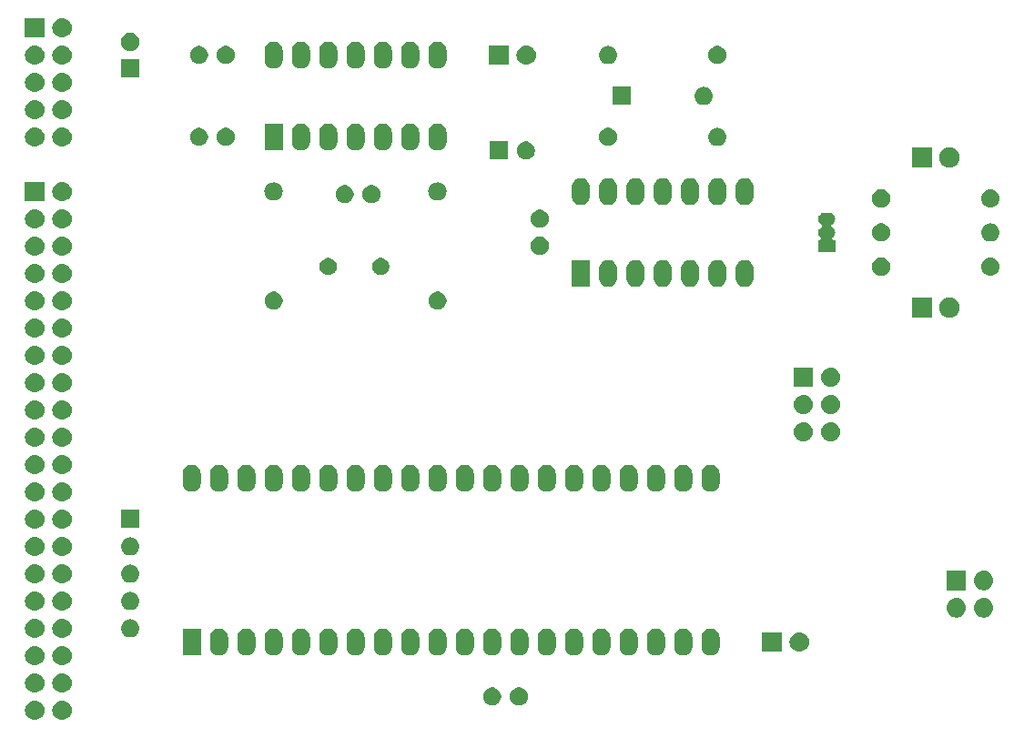
<source format=gbr>
G04 #@! TF.GenerationSoftware,KiCad,Pcbnew,(5.1.4)-1*
G04 #@! TF.CreationDate,2021-06-27T21:17:15+03:00*
G04 #@! TF.ProjectId,CPU,4350552e-6b69-4636-9164-5f7063625858,rev?*
G04 #@! TF.SameCoordinates,Original*
G04 #@! TF.FileFunction,Soldermask,Top*
G04 #@! TF.FilePolarity,Negative*
%FSLAX46Y46*%
G04 Gerber Fmt 4.6, Leading zero omitted, Abs format (unit mm)*
G04 Created by KiCad (PCBNEW (5.1.4)-1) date 2021-06-27 21:17:15*
%MOMM*%
%LPD*%
G04 APERTURE LIST*
%ADD10C,0.100000*%
G04 APERTURE END LIST*
D10*
G36*
X104885443Y-128645519D02*
G01*
X104951627Y-128652037D01*
X105121466Y-128703557D01*
X105277991Y-128787222D01*
X105308768Y-128812480D01*
X105415186Y-128899814D01*
X105498448Y-129001271D01*
X105527778Y-129037009D01*
X105611443Y-129193534D01*
X105662963Y-129363373D01*
X105680359Y-129540000D01*
X105662963Y-129716627D01*
X105611443Y-129886466D01*
X105527778Y-130042991D01*
X105498448Y-130078729D01*
X105415186Y-130180186D01*
X105313729Y-130263448D01*
X105277991Y-130292778D01*
X105121466Y-130376443D01*
X104951627Y-130427963D01*
X104885443Y-130434481D01*
X104819260Y-130441000D01*
X104730740Y-130441000D01*
X104664557Y-130434481D01*
X104598373Y-130427963D01*
X104428534Y-130376443D01*
X104272009Y-130292778D01*
X104236271Y-130263448D01*
X104134814Y-130180186D01*
X104051552Y-130078729D01*
X104022222Y-130042991D01*
X103938557Y-129886466D01*
X103887037Y-129716627D01*
X103869641Y-129540000D01*
X103887037Y-129363373D01*
X103938557Y-129193534D01*
X104022222Y-129037009D01*
X104051552Y-129001271D01*
X104134814Y-128899814D01*
X104241232Y-128812480D01*
X104272009Y-128787222D01*
X104428534Y-128703557D01*
X104598373Y-128652037D01*
X104664557Y-128645519D01*
X104730740Y-128639000D01*
X104819260Y-128639000D01*
X104885443Y-128645519D01*
X104885443Y-128645519D01*
G37*
G36*
X102345443Y-128645519D02*
G01*
X102411627Y-128652037D01*
X102581466Y-128703557D01*
X102737991Y-128787222D01*
X102768768Y-128812480D01*
X102875186Y-128899814D01*
X102958448Y-129001271D01*
X102987778Y-129037009D01*
X103071443Y-129193534D01*
X103122963Y-129363373D01*
X103140359Y-129540000D01*
X103122963Y-129716627D01*
X103071443Y-129886466D01*
X102987778Y-130042991D01*
X102958448Y-130078729D01*
X102875186Y-130180186D01*
X102773729Y-130263448D01*
X102737991Y-130292778D01*
X102581466Y-130376443D01*
X102411627Y-130427963D01*
X102345443Y-130434481D01*
X102279260Y-130441000D01*
X102190740Y-130441000D01*
X102124557Y-130434481D01*
X102058373Y-130427963D01*
X101888534Y-130376443D01*
X101732009Y-130292778D01*
X101696271Y-130263448D01*
X101594814Y-130180186D01*
X101511552Y-130078729D01*
X101482222Y-130042991D01*
X101398557Y-129886466D01*
X101347037Y-129716627D01*
X101329641Y-129540000D01*
X101347037Y-129363373D01*
X101398557Y-129193534D01*
X101482222Y-129037009D01*
X101511552Y-129001271D01*
X101594814Y-128899814D01*
X101701232Y-128812480D01*
X101732009Y-128787222D01*
X101888534Y-128703557D01*
X102058373Y-128652037D01*
X102124557Y-128645519D01*
X102190740Y-128639000D01*
X102279260Y-128639000D01*
X102345443Y-128645519D01*
X102345443Y-128645519D01*
G37*
G36*
X147528228Y-127451703D02*
G01*
X147683100Y-127515853D01*
X147822481Y-127608985D01*
X147941015Y-127727519D01*
X148034147Y-127866900D01*
X148098297Y-128021772D01*
X148131000Y-128186184D01*
X148131000Y-128353816D01*
X148098297Y-128518228D01*
X148034147Y-128673100D01*
X147941015Y-128812481D01*
X147822481Y-128931015D01*
X147683100Y-129024147D01*
X147528228Y-129088297D01*
X147363816Y-129121000D01*
X147196184Y-129121000D01*
X147031772Y-129088297D01*
X146876900Y-129024147D01*
X146737519Y-128931015D01*
X146618985Y-128812481D01*
X146525853Y-128673100D01*
X146461703Y-128518228D01*
X146429000Y-128353816D01*
X146429000Y-128186184D01*
X146461703Y-128021772D01*
X146525853Y-127866900D01*
X146618985Y-127727519D01*
X146737519Y-127608985D01*
X146876900Y-127515853D01*
X147031772Y-127451703D01*
X147196184Y-127419000D01*
X147363816Y-127419000D01*
X147528228Y-127451703D01*
X147528228Y-127451703D01*
G37*
G36*
X145028228Y-127451703D02*
G01*
X145183100Y-127515853D01*
X145322481Y-127608985D01*
X145441015Y-127727519D01*
X145534147Y-127866900D01*
X145598297Y-128021772D01*
X145631000Y-128186184D01*
X145631000Y-128353816D01*
X145598297Y-128518228D01*
X145534147Y-128673100D01*
X145441015Y-128812481D01*
X145322481Y-128931015D01*
X145183100Y-129024147D01*
X145028228Y-129088297D01*
X144863816Y-129121000D01*
X144696184Y-129121000D01*
X144531772Y-129088297D01*
X144376900Y-129024147D01*
X144237519Y-128931015D01*
X144118985Y-128812481D01*
X144025853Y-128673100D01*
X143961703Y-128518228D01*
X143929000Y-128353816D01*
X143929000Y-128186184D01*
X143961703Y-128021772D01*
X144025853Y-127866900D01*
X144118985Y-127727519D01*
X144237519Y-127608985D01*
X144376900Y-127515853D01*
X144531772Y-127451703D01*
X144696184Y-127419000D01*
X144863816Y-127419000D01*
X145028228Y-127451703D01*
X145028228Y-127451703D01*
G37*
G36*
X104885443Y-126105519D02*
G01*
X104951627Y-126112037D01*
X105121466Y-126163557D01*
X105277991Y-126247222D01*
X105313729Y-126276552D01*
X105415186Y-126359814D01*
X105498448Y-126461271D01*
X105527778Y-126497009D01*
X105611443Y-126653534D01*
X105662963Y-126823373D01*
X105680359Y-127000000D01*
X105662963Y-127176627D01*
X105611443Y-127346466D01*
X105527778Y-127502991D01*
X105517223Y-127515852D01*
X105415186Y-127640186D01*
X105313729Y-127723448D01*
X105277991Y-127752778D01*
X105121466Y-127836443D01*
X104951627Y-127887963D01*
X104885442Y-127894482D01*
X104819260Y-127901000D01*
X104730740Y-127901000D01*
X104664558Y-127894482D01*
X104598373Y-127887963D01*
X104428534Y-127836443D01*
X104272009Y-127752778D01*
X104236271Y-127723448D01*
X104134814Y-127640186D01*
X104032777Y-127515852D01*
X104022222Y-127502991D01*
X103938557Y-127346466D01*
X103887037Y-127176627D01*
X103869641Y-127000000D01*
X103887037Y-126823373D01*
X103938557Y-126653534D01*
X104022222Y-126497009D01*
X104051552Y-126461271D01*
X104134814Y-126359814D01*
X104236271Y-126276552D01*
X104272009Y-126247222D01*
X104428534Y-126163557D01*
X104598373Y-126112037D01*
X104664557Y-126105519D01*
X104730740Y-126099000D01*
X104819260Y-126099000D01*
X104885443Y-126105519D01*
X104885443Y-126105519D01*
G37*
G36*
X102345443Y-126105519D02*
G01*
X102411627Y-126112037D01*
X102581466Y-126163557D01*
X102737991Y-126247222D01*
X102773729Y-126276552D01*
X102875186Y-126359814D01*
X102958448Y-126461271D01*
X102987778Y-126497009D01*
X103071443Y-126653534D01*
X103122963Y-126823373D01*
X103140359Y-127000000D01*
X103122963Y-127176627D01*
X103071443Y-127346466D01*
X102987778Y-127502991D01*
X102977223Y-127515852D01*
X102875186Y-127640186D01*
X102773729Y-127723448D01*
X102737991Y-127752778D01*
X102581466Y-127836443D01*
X102411627Y-127887963D01*
X102345442Y-127894482D01*
X102279260Y-127901000D01*
X102190740Y-127901000D01*
X102124558Y-127894482D01*
X102058373Y-127887963D01*
X101888534Y-127836443D01*
X101732009Y-127752778D01*
X101696271Y-127723448D01*
X101594814Y-127640186D01*
X101492777Y-127515852D01*
X101482222Y-127502991D01*
X101398557Y-127346466D01*
X101347037Y-127176627D01*
X101329641Y-127000000D01*
X101347037Y-126823373D01*
X101398557Y-126653534D01*
X101482222Y-126497009D01*
X101511552Y-126461271D01*
X101594814Y-126359814D01*
X101696271Y-126276552D01*
X101732009Y-126247222D01*
X101888534Y-126163557D01*
X102058373Y-126112037D01*
X102124557Y-126105519D01*
X102190740Y-126099000D01*
X102279260Y-126099000D01*
X102345443Y-126105519D01*
X102345443Y-126105519D01*
G37*
G36*
X104885442Y-123565518D02*
G01*
X104951627Y-123572037D01*
X105121466Y-123623557D01*
X105121468Y-123623558D01*
X105136893Y-123631803D01*
X105277991Y-123707222D01*
X105313729Y-123736552D01*
X105415186Y-123819814D01*
X105495139Y-123917239D01*
X105527778Y-123957009D01*
X105611443Y-124113534D01*
X105662963Y-124283373D01*
X105680359Y-124460000D01*
X105662963Y-124636627D01*
X105611443Y-124806466D01*
X105527778Y-124962991D01*
X105498448Y-124998729D01*
X105415186Y-125100186D01*
X105313729Y-125183448D01*
X105277991Y-125212778D01*
X105121466Y-125296443D01*
X104951627Y-125347963D01*
X104885442Y-125354482D01*
X104819260Y-125361000D01*
X104730740Y-125361000D01*
X104664558Y-125354482D01*
X104598373Y-125347963D01*
X104428534Y-125296443D01*
X104272009Y-125212778D01*
X104236271Y-125183448D01*
X104134814Y-125100186D01*
X104051552Y-124998729D01*
X104022222Y-124962991D01*
X103938557Y-124806466D01*
X103887037Y-124636627D01*
X103869641Y-124460000D01*
X103887037Y-124283373D01*
X103938557Y-124113534D01*
X104022222Y-123957009D01*
X104054861Y-123917239D01*
X104134814Y-123819814D01*
X104236271Y-123736552D01*
X104272009Y-123707222D01*
X104413107Y-123631803D01*
X104428532Y-123623558D01*
X104428534Y-123623557D01*
X104598373Y-123572037D01*
X104664558Y-123565518D01*
X104730740Y-123559000D01*
X104819260Y-123559000D01*
X104885442Y-123565518D01*
X104885442Y-123565518D01*
G37*
G36*
X102345442Y-123565518D02*
G01*
X102411627Y-123572037D01*
X102581466Y-123623557D01*
X102581468Y-123623558D01*
X102596893Y-123631803D01*
X102737991Y-123707222D01*
X102773729Y-123736552D01*
X102875186Y-123819814D01*
X102955139Y-123917239D01*
X102987778Y-123957009D01*
X103071443Y-124113534D01*
X103122963Y-124283373D01*
X103140359Y-124460000D01*
X103122963Y-124636627D01*
X103071443Y-124806466D01*
X102987778Y-124962991D01*
X102958448Y-124998729D01*
X102875186Y-125100186D01*
X102773729Y-125183448D01*
X102737991Y-125212778D01*
X102581466Y-125296443D01*
X102411627Y-125347963D01*
X102345442Y-125354482D01*
X102279260Y-125361000D01*
X102190740Y-125361000D01*
X102124558Y-125354482D01*
X102058373Y-125347963D01*
X101888534Y-125296443D01*
X101732009Y-125212778D01*
X101696271Y-125183448D01*
X101594814Y-125100186D01*
X101511552Y-124998729D01*
X101482222Y-124962991D01*
X101398557Y-124806466D01*
X101347037Y-124636627D01*
X101329641Y-124460000D01*
X101347037Y-124283373D01*
X101398557Y-124113534D01*
X101482222Y-123957009D01*
X101514861Y-123917239D01*
X101594814Y-123819814D01*
X101696271Y-123736552D01*
X101732009Y-123707222D01*
X101873107Y-123631803D01*
X101888532Y-123623558D01*
X101888534Y-123623557D01*
X102058373Y-123572037D01*
X102124558Y-123565518D01*
X102190740Y-123559000D01*
X102279260Y-123559000D01*
X102345442Y-123565518D01*
X102345442Y-123565518D01*
G37*
G36*
X122086822Y-121951313D02*
G01*
X122247241Y-121999976D01*
X122395077Y-122078995D01*
X122524659Y-122185341D01*
X122631004Y-122314922D01*
X122631005Y-122314924D01*
X122710024Y-122462758D01*
X122758687Y-122623177D01*
X122771000Y-122748196D01*
X122771000Y-123631803D01*
X122758687Y-123756822D01*
X122710024Y-123917242D01*
X122696374Y-123942779D01*
X122631004Y-124065078D01*
X122524659Y-124194659D01*
X122395078Y-124301004D01*
X122395076Y-124301005D01*
X122247242Y-124380024D01*
X122086823Y-124428687D01*
X121920000Y-124445117D01*
X121753178Y-124428687D01*
X121592759Y-124380024D01*
X121444925Y-124301005D01*
X121444923Y-124301004D01*
X121315342Y-124194659D01*
X121208997Y-124065078D01*
X121143627Y-123942779D01*
X121129977Y-123917242D01*
X121081314Y-123756823D01*
X121069000Y-123631803D01*
X121069000Y-122748197D01*
X121081313Y-122623178D01*
X121129976Y-122462759D01*
X121208995Y-122314923D01*
X121315341Y-122185341D01*
X121423439Y-122096627D01*
X121444922Y-122078996D01*
X121460094Y-122070886D01*
X121592758Y-121999976D01*
X121753177Y-121951313D01*
X121920000Y-121934883D01*
X122086822Y-121951313D01*
X122086822Y-121951313D01*
G37*
G36*
X119546822Y-121951313D02*
G01*
X119707241Y-121999976D01*
X119855077Y-122078995D01*
X119984659Y-122185341D01*
X120091004Y-122314922D01*
X120091005Y-122314924D01*
X120170024Y-122462758D01*
X120218687Y-122623177D01*
X120231000Y-122748196D01*
X120231000Y-123631803D01*
X120218687Y-123756822D01*
X120170024Y-123917242D01*
X120156374Y-123942779D01*
X120091004Y-124065078D01*
X119984659Y-124194659D01*
X119855078Y-124301004D01*
X119855076Y-124301005D01*
X119707242Y-124380024D01*
X119546823Y-124428687D01*
X119380000Y-124445117D01*
X119213178Y-124428687D01*
X119052759Y-124380024D01*
X118904925Y-124301005D01*
X118904923Y-124301004D01*
X118775342Y-124194659D01*
X118668997Y-124065078D01*
X118603627Y-123942779D01*
X118589977Y-123917242D01*
X118541314Y-123756823D01*
X118529000Y-123631803D01*
X118529000Y-122748197D01*
X118541313Y-122623178D01*
X118589976Y-122462759D01*
X118668995Y-122314923D01*
X118775341Y-122185341D01*
X118883439Y-122096627D01*
X118904922Y-122078996D01*
X118920094Y-122070886D01*
X119052758Y-121999976D01*
X119213177Y-121951313D01*
X119380000Y-121934883D01*
X119546822Y-121951313D01*
X119546822Y-121951313D01*
G37*
G36*
X124626822Y-121951313D02*
G01*
X124787241Y-121999976D01*
X124935077Y-122078995D01*
X125064659Y-122185341D01*
X125171004Y-122314922D01*
X125171005Y-122314924D01*
X125250024Y-122462758D01*
X125298687Y-122623177D01*
X125311000Y-122748196D01*
X125311000Y-123631803D01*
X125298687Y-123756822D01*
X125250024Y-123917242D01*
X125236374Y-123942779D01*
X125171004Y-124065078D01*
X125064659Y-124194659D01*
X124935078Y-124301004D01*
X124935076Y-124301005D01*
X124787242Y-124380024D01*
X124626823Y-124428687D01*
X124460000Y-124445117D01*
X124293178Y-124428687D01*
X124132759Y-124380024D01*
X123984925Y-124301005D01*
X123984923Y-124301004D01*
X123855342Y-124194659D01*
X123748997Y-124065078D01*
X123683627Y-123942779D01*
X123669977Y-123917242D01*
X123621314Y-123756823D01*
X123609000Y-123631803D01*
X123609000Y-122748197D01*
X123621313Y-122623178D01*
X123669976Y-122462759D01*
X123748995Y-122314923D01*
X123855341Y-122185341D01*
X123963439Y-122096627D01*
X123984922Y-122078996D01*
X124000094Y-122070886D01*
X124132758Y-121999976D01*
X124293177Y-121951313D01*
X124460000Y-121934883D01*
X124626822Y-121951313D01*
X124626822Y-121951313D01*
G37*
G36*
X127166822Y-121951313D02*
G01*
X127327241Y-121999976D01*
X127475077Y-122078995D01*
X127604659Y-122185341D01*
X127711004Y-122314922D01*
X127711005Y-122314924D01*
X127790024Y-122462758D01*
X127838687Y-122623177D01*
X127851000Y-122748196D01*
X127851000Y-123631803D01*
X127838687Y-123756822D01*
X127790024Y-123917242D01*
X127776374Y-123942779D01*
X127711004Y-124065078D01*
X127604659Y-124194659D01*
X127475078Y-124301004D01*
X127475076Y-124301005D01*
X127327242Y-124380024D01*
X127166823Y-124428687D01*
X127000000Y-124445117D01*
X126833178Y-124428687D01*
X126672759Y-124380024D01*
X126524925Y-124301005D01*
X126524923Y-124301004D01*
X126395342Y-124194659D01*
X126288997Y-124065078D01*
X126223627Y-123942779D01*
X126209977Y-123917242D01*
X126161314Y-123756823D01*
X126149000Y-123631803D01*
X126149000Y-122748197D01*
X126161313Y-122623178D01*
X126209976Y-122462759D01*
X126288995Y-122314923D01*
X126395341Y-122185341D01*
X126503439Y-122096627D01*
X126524922Y-122078996D01*
X126540094Y-122070886D01*
X126672758Y-121999976D01*
X126833177Y-121951313D01*
X127000000Y-121934883D01*
X127166822Y-121951313D01*
X127166822Y-121951313D01*
G37*
G36*
X129706822Y-121951313D02*
G01*
X129867241Y-121999976D01*
X130015077Y-122078995D01*
X130144659Y-122185341D01*
X130251004Y-122314922D01*
X130251005Y-122314924D01*
X130330024Y-122462758D01*
X130378687Y-122623177D01*
X130391000Y-122748196D01*
X130391000Y-123631803D01*
X130378687Y-123756822D01*
X130330024Y-123917242D01*
X130316374Y-123942779D01*
X130251004Y-124065078D01*
X130144659Y-124194659D01*
X130015078Y-124301004D01*
X130015076Y-124301005D01*
X129867242Y-124380024D01*
X129706823Y-124428687D01*
X129540000Y-124445117D01*
X129373178Y-124428687D01*
X129212759Y-124380024D01*
X129064925Y-124301005D01*
X129064923Y-124301004D01*
X128935342Y-124194659D01*
X128828997Y-124065078D01*
X128763627Y-123942779D01*
X128749977Y-123917242D01*
X128701314Y-123756823D01*
X128689000Y-123631803D01*
X128689000Y-122748197D01*
X128701313Y-122623178D01*
X128749976Y-122462759D01*
X128828995Y-122314923D01*
X128935341Y-122185341D01*
X129043439Y-122096627D01*
X129064922Y-122078996D01*
X129080094Y-122070886D01*
X129212758Y-121999976D01*
X129373177Y-121951313D01*
X129540000Y-121934883D01*
X129706822Y-121951313D01*
X129706822Y-121951313D01*
G37*
G36*
X132246822Y-121951313D02*
G01*
X132407241Y-121999976D01*
X132555077Y-122078995D01*
X132684659Y-122185341D01*
X132791004Y-122314922D01*
X132791005Y-122314924D01*
X132870024Y-122462758D01*
X132918687Y-122623177D01*
X132931000Y-122748196D01*
X132931000Y-123631803D01*
X132918687Y-123756822D01*
X132870024Y-123917242D01*
X132856374Y-123942779D01*
X132791004Y-124065078D01*
X132684659Y-124194659D01*
X132555078Y-124301004D01*
X132555076Y-124301005D01*
X132407242Y-124380024D01*
X132246823Y-124428687D01*
X132080000Y-124445117D01*
X131913178Y-124428687D01*
X131752759Y-124380024D01*
X131604925Y-124301005D01*
X131604923Y-124301004D01*
X131475342Y-124194659D01*
X131368997Y-124065078D01*
X131303627Y-123942779D01*
X131289977Y-123917242D01*
X131241314Y-123756823D01*
X131229000Y-123631803D01*
X131229000Y-122748197D01*
X131241313Y-122623178D01*
X131289976Y-122462759D01*
X131368995Y-122314923D01*
X131475341Y-122185341D01*
X131583439Y-122096627D01*
X131604922Y-122078996D01*
X131620094Y-122070886D01*
X131752758Y-121999976D01*
X131913177Y-121951313D01*
X132080000Y-121934883D01*
X132246822Y-121951313D01*
X132246822Y-121951313D01*
G37*
G36*
X134786822Y-121951313D02*
G01*
X134947241Y-121999976D01*
X135095077Y-122078995D01*
X135224659Y-122185341D01*
X135331004Y-122314922D01*
X135331005Y-122314924D01*
X135410024Y-122462758D01*
X135458687Y-122623177D01*
X135471000Y-122748196D01*
X135471000Y-123631803D01*
X135458687Y-123756822D01*
X135410024Y-123917242D01*
X135396374Y-123942779D01*
X135331004Y-124065078D01*
X135224659Y-124194659D01*
X135095078Y-124301004D01*
X135095076Y-124301005D01*
X134947242Y-124380024D01*
X134786823Y-124428687D01*
X134620000Y-124445117D01*
X134453178Y-124428687D01*
X134292759Y-124380024D01*
X134144925Y-124301005D01*
X134144923Y-124301004D01*
X134015342Y-124194659D01*
X133908997Y-124065078D01*
X133843627Y-123942779D01*
X133829977Y-123917242D01*
X133781314Y-123756823D01*
X133769000Y-123631803D01*
X133769000Y-122748197D01*
X133781313Y-122623178D01*
X133829976Y-122462759D01*
X133908995Y-122314923D01*
X134015341Y-122185341D01*
X134123439Y-122096627D01*
X134144922Y-122078996D01*
X134160094Y-122070886D01*
X134292758Y-121999976D01*
X134453177Y-121951313D01*
X134620000Y-121934883D01*
X134786822Y-121951313D01*
X134786822Y-121951313D01*
G37*
G36*
X137326822Y-121951313D02*
G01*
X137487241Y-121999976D01*
X137635077Y-122078995D01*
X137764659Y-122185341D01*
X137871004Y-122314922D01*
X137871005Y-122314924D01*
X137950024Y-122462758D01*
X137998687Y-122623177D01*
X138011000Y-122748196D01*
X138011000Y-123631803D01*
X137998687Y-123756822D01*
X137950024Y-123917242D01*
X137936374Y-123942779D01*
X137871004Y-124065078D01*
X137764659Y-124194659D01*
X137635078Y-124301004D01*
X137635076Y-124301005D01*
X137487242Y-124380024D01*
X137326823Y-124428687D01*
X137160000Y-124445117D01*
X136993178Y-124428687D01*
X136832759Y-124380024D01*
X136684925Y-124301005D01*
X136684923Y-124301004D01*
X136555342Y-124194659D01*
X136448997Y-124065078D01*
X136383627Y-123942779D01*
X136369977Y-123917242D01*
X136321314Y-123756823D01*
X136309000Y-123631803D01*
X136309000Y-122748197D01*
X136321313Y-122623178D01*
X136369976Y-122462759D01*
X136448995Y-122314923D01*
X136555341Y-122185341D01*
X136663439Y-122096627D01*
X136684922Y-122078996D01*
X136700094Y-122070886D01*
X136832758Y-121999976D01*
X136993177Y-121951313D01*
X137160000Y-121934883D01*
X137326822Y-121951313D01*
X137326822Y-121951313D01*
G37*
G36*
X139866822Y-121951313D02*
G01*
X140027241Y-121999976D01*
X140175077Y-122078995D01*
X140304659Y-122185341D01*
X140411004Y-122314922D01*
X140411005Y-122314924D01*
X140490024Y-122462758D01*
X140538687Y-122623177D01*
X140551000Y-122748196D01*
X140551000Y-123631803D01*
X140538687Y-123756822D01*
X140490024Y-123917242D01*
X140476374Y-123942779D01*
X140411004Y-124065078D01*
X140304659Y-124194659D01*
X140175078Y-124301004D01*
X140175076Y-124301005D01*
X140027242Y-124380024D01*
X139866823Y-124428687D01*
X139700000Y-124445117D01*
X139533178Y-124428687D01*
X139372759Y-124380024D01*
X139224925Y-124301005D01*
X139224923Y-124301004D01*
X139095342Y-124194659D01*
X138988997Y-124065078D01*
X138923627Y-123942779D01*
X138909977Y-123917242D01*
X138861314Y-123756823D01*
X138849000Y-123631803D01*
X138849000Y-122748197D01*
X138861313Y-122623178D01*
X138909976Y-122462759D01*
X138988995Y-122314923D01*
X139095341Y-122185341D01*
X139203439Y-122096627D01*
X139224922Y-122078996D01*
X139240094Y-122070886D01*
X139372758Y-121999976D01*
X139533177Y-121951313D01*
X139700000Y-121934883D01*
X139866822Y-121951313D01*
X139866822Y-121951313D01*
G37*
G36*
X144946822Y-121951313D02*
G01*
X145107241Y-121999976D01*
X145255077Y-122078995D01*
X145384659Y-122185341D01*
X145491004Y-122314922D01*
X145491005Y-122314924D01*
X145570024Y-122462758D01*
X145618687Y-122623177D01*
X145631000Y-122748196D01*
X145631000Y-123631803D01*
X145618687Y-123756822D01*
X145570024Y-123917242D01*
X145556374Y-123942779D01*
X145491004Y-124065078D01*
X145384659Y-124194659D01*
X145255078Y-124301004D01*
X145255076Y-124301005D01*
X145107242Y-124380024D01*
X144946823Y-124428687D01*
X144780000Y-124445117D01*
X144613178Y-124428687D01*
X144452759Y-124380024D01*
X144304925Y-124301005D01*
X144304923Y-124301004D01*
X144175342Y-124194659D01*
X144068997Y-124065078D01*
X144003627Y-123942779D01*
X143989977Y-123917242D01*
X143941314Y-123756823D01*
X143929000Y-123631803D01*
X143929000Y-122748197D01*
X143941313Y-122623178D01*
X143989976Y-122462759D01*
X144068995Y-122314923D01*
X144175341Y-122185341D01*
X144283439Y-122096627D01*
X144304922Y-122078996D01*
X144320094Y-122070886D01*
X144452758Y-121999976D01*
X144613177Y-121951313D01*
X144780000Y-121934883D01*
X144946822Y-121951313D01*
X144946822Y-121951313D01*
G37*
G36*
X147486822Y-121951313D02*
G01*
X147647241Y-121999976D01*
X147795077Y-122078995D01*
X147924659Y-122185341D01*
X148031004Y-122314922D01*
X148031005Y-122314924D01*
X148110024Y-122462758D01*
X148158687Y-122623177D01*
X148171000Y-122748196D01*
X148171000Y-123631803D01*
X148158687Y-123756822D01*
X148110024Y-123917242D01*
X148096374Y-123942779D01*
X148031004Y-124065078D01*
X147924659Y-124194659D01*
X147795078Y-124301004D01*
X147795076Y-124301005D01*
X147647242Y-124380024D01*
X147486823Y-124428687D01*
X147320000Y-124445117D01*
X147153178Y-124428687D01*
X146992759Y-124380024D01*
X146844925Y-124301005D01*
X146844923Y-124301004D01*
X146715342Y-124194659D01*
X146608997Y-124065078D01*
X146543627Y-123942779D01*
X146529977Y-123917242D01*
X146481314Y-123756823D01*
X146469000Y-123631803D01*
X146469000Y-122748197D01*
X146481313Y-122623178D01*
X146529976Y-122462759D01*
X146608995Y-122314923D01*
X146715341Y-122185341D01*
X146823439Y-122096627D01*
X146844922Y-122078996D01*
X146860094Y-122070886D01*
X146992758Y-121999976D01*
X147153177Y-121951313D01*
X147320000Y-121934883D01*
X147486822Y-121951313D01*
X147486822Y-121951313D01*
G37*
G36*
X150026822Y-121951313D02*
G01*
X150187241Y-121999976D01*
X150335077Y-122078995D01*
X150464659Y-122185341D01*
X150571004Y-122314922D01*
X150571005Y-122314924D01*
X150650024Y-122462758D01*
X150698687Y-122623177D01*
X150711000Y-122748196D01*
X150711000Y-123631803D01*
X150698687Y-123756822D01*
X150650024Y-123917242D01*
X150636374Y-123942779D01*
X150571004Y-124065078D01*
X150464659Y-124194659D01*
X150335078Y-124301004D01*
X150335076Y-124301005D01*
X150187242Y-124380024D01*
X150026823Y-124428687D01*
X149860000Y-124445117D01*
X149693178Y-124428687D01*
X149532759Y-124380024D01*
X149384925Y-124301005D01*
X149384923Y-124301004D01*
X149255342Y-124194659D01*
X149148997Y-124065078D01*
X149083627Y-123942779D01*
X149069977Y-123917242D01*
X149021314Y-123756823D01*
X149009000Y-123631803D01*
X149009000Y-122748197D01*
X149021313Y-122623178D01*
X149069976Y-122462759D01*
X149148995Y-122314923D01*
X149255341Y-122185341D01*
X149363439Y-122096627D01*
X149384922Y-122078996D01*
X149400094Y-122070886D01*
X149532758Y-121999976D01*
X149693177Y-121951313D01*
X149860000Y-121934883D01*
X150026822Y-121951313D01*
X150026822Y-121951313D01*
G37*
G36*
X152566822Y-121951313D02*
G01*
X152727241Y-121999976D01*
X152875077Y-122078995D01*
X153004659Y-122185341D01*
X153111004Y-122314922D01*
X153111005Y-122314924D01*
X153190024Y-122462758D01*
X153238687Y-122623177D01*
X153251000Y-122748196D01*
X153251000Y-123631803D01*
X153238687Y-123756822D01*
X153190024Y-123917242D01*
X153176374Y-123942779D01*
X153111004Y-124065078D01*
X153004659Y-124194659D01*
X152875078Y-124301004D01*
X152875076Y-124301005D01*
X152727242Y-124380024D01*
X152566823Y-124428687D01*
X152400000Y-124445117D01*
X152233178Y-124428687D01*
X152072759Y-124380024D01*
X151924925Y-124301005D01*
X151924923Y-124301004D01*
X151795342Y-124194659D01*
X151688997Y-124065078D01*
X151623627Y-123942779D01*
X151609977Y-123917242D01*
X151561314Y-123756823D01*
X151549000Y-123631803D01*
X151549000Y-122748197D01*
X151561313Y-122623178D01*
X151609976Y-122462759D01*
X151688995Y-122314923D01*
X151795341Y-122185341D01*
X151903439Y-122096627D01*
X151924922Y-122078996D01*
X151940094Y-122070886D01*
X152072758Y-121999976D01*
X152233177Y-121951313D01*
X152400000Y-121934883D01*
X152566822Y-121951313D01*
X152566822Y-121951313D01*
G37*
G36*
X155106822Y-121951313D02*
G01*
X155267241Y-121999976D01*
X155415077Y-122078995D01*
X155544659Y-122185341D01*
X155651004Y-122314922D01*
X155651005Y-122314924D01*
X155730024Y-122462758D01*
X155778687Y-122623177D01*
X155791000Y-122748196D01*
X155791000Y-123631803D01*
X155778687Y-123756822D01*
X155730024Y-123917242D01*
X155716374Y-123942779D01*
X155651004Y-124065078D01*
X155544659Y-124194659D01*
X155415078Y-124301004D01*
X155415076Y-124301005D01*
X155267242Y-124380024D01*
X155106823Y-124428687D01*
X154940000Y-124445117D01*
X154773178Y-124428687D01*
X154612759Y-124380024D01*
X154464925Y-124301005D01*
X154464923Y-124301004D01*
X154335342Y-124194659D01*
X154228997Y-124065078D01*
X154163627Y-123942779D01*
X154149977Y-123917242D01*
X154101314Y-123756823D01*
X154089000Y-123631803D01*
X154089000Y-122748197D01*
X154101313Y-122623178D01*
X154149976Y-122462759D01*
X154228995Y-122314923D01*
X154335341Y-122185341D01*
X154443439Y-122096627D01*
X154464922Y-122078996D01*
X154480094Y-122070886D01*
X154612758Y-121999976D01*
X154773177Y-121951313D01*
X154940000Y-121934883D01*
X155106822Y-121951313D01*
X155106822Y-121951313D01*
G37*
G36*
X157646822Y-121951313D02*
G01*
X157807241Y-121999976D01*
X157955077Y-122078995D01*
X158084659Y-122185341D01*
X158191004Y-122314922D01*
X158191005Y-122314924D01*
X158270024Y-122462758D01*
X158318687Y-122623177D01*
X158331000Y-122748196D01*
X158331000Y-123631803D01*
X158318687Y-123756822D01*
X158270024Y-123917242D01*
X158256374Y-123942779D01*
X158191004Y-124065078D01*
X158084659Y-124194659D01*
X157955078Y-124301004D01*
X157955076Y-124301005D01*
X157807242Y-124380024D01*
X157646823Y-124428687D01*
X157480000Y-124445117D01*
X157313178Y-124428687D01*
X157152759Y-124380024D01*
X157004925Y-124301005D01*
X157004923Y-124301004D01*
X156875342Y-124194659D01*
X156768997Y-124065078D01*
X156703627Y-123942779D01*
X156689977Y-123917242D01*
X156641314Y-123756823D01*
X156629000Y-123631803D01*
X156629000Y-122748197D01*
X156641313Y-122623178D01*
X156689976Y-122462759D01*
X156768995Y-122314923D01*
X156875341Y-122185341D01*
X156983439Y-122096627D01*
X157004922Y-122078996D01*
X157020094Y-122070886D01*
X157152758Y-121999976D01*
X157313177Y-121951313D01*
X157480000Y-121934883D01*
X157646822Y-121951313D01*
X157646822Y-121951313D01*
G37*
G36*
X160186822Y-121951313D02*
G01*
X160347241Y-121999976D01*
X160495077Y-122078995D01*
X160624659Y-122185341D01*
X160731004Y-122314922D01*
X160731005Y-122314924D01*
X160810024Y-122462758D01*
X160858687Y-122623177D01*
X160871000Y-122748196D01*
X160871000Y-123631803D01*
X160858687Y-123756822D01*
X160810024Y-123917242D01*
X160796374Y-123942779D01*
X160731004Y-124065078D01*
X160624659Y-124194659D01*
X160495078Y-124301004D01*
X160495076Y-124301005D01*
X160347242Y-124380024D01*
X160186823Y-124428687D01*
X160020000Y-124445117D01*
X159853178Y-124428687D01*
X159692759Y-124380024D01*
X159544925Y-124301005D01*
X159544923Y-124301004D01*
X159415342Y-124194659D01*
X159308997Y-124065078D01*
X159243627Y-123942779D01*
X159229977Y-123917242D01*
X159181314Y-123756823D01*
X159169000Y-123631803D01*
X159169000Y-122748197D01*
X159181313Y-122623178D01*
X159229976Y-122462759D01*
X159308995Y-122314923D01*
X159415341Y-122185341D01*
X159523439Y-122096627D01*
X159544922Y-122078996D01*
X159560094Y-122070886D01*
X159692758Y-121999976D01*
X159853177Y-121951313D01*
X160020000Y-121934883D01*
X160186822Y-121951313D01*
X160186822Y-121951313D01*
G37*
G36*
X162726822Y-121951313D02*
G01*
X162887241Y-121999976D01*
X163035077Y-122078995D01*
X163164659Y-122185341D01*
X163271004Y-122314922D01*
X163271005Y-122314924D01*
X163350024Y-122462758D01*
X163398687Y-122623177D01*
X163411000Y-122748196D01*
X163411000Y-123631803D01*
X163398687Y-123756822D01*
X163350024Y-123917242D01*
X163336374Y-123942779D01*
X163271004Y-124065078D01*
X163164659Y-124194659D01*
X163035078Y-124301004D01*
X163035076Y-124301005D01*
X162887242Y-124380024D01*
X162726823Y-124428687D01*
X162560000Y-124445117D01*
X162393178Y-124428687D01*
X162232759Y-124380024D01*
X162084925Y-124301005D01*
X162084923Y-124301004D01*
X161955342Y-124194659D01*
X161848997Y-124065078D01*
X161783627Y-123942779D01*
X161769977Y-123917242D01*
X161721314Y-123756823D01*
X161709000Y-123631803D01*
X161709000Y-122748197D01*
X161721313Y-122623178D01*
X161769976Y-122462759D01*
X161848995Y-122314923D01*
X161955341Y-122185341D01*
X162063439Y-122096627D01*
X162084922Y-122078996D01*
X162100094Y-122070886D01*
X162232758Y-121999976D01*
X162393177Y-121951313D01*
X162560000Y-121934883D01*
X162726822Y-121951313D01*
X162726822Y-121951313D01*
G37*
G36*
X165266822Y-121951313D02*
G01*
X165427241Y-121999976D01*
X165575077Y-122078995D01*
X165704659Y-122185341D01*
X165811004Y-122314922D01*
X165811005Y-122314924D01*
X165890024Y-122462758D01*
X165938687Y-122623177D01*
X165951000Y-122748196D01*
X165951000Y-123631803D01*
X165938687Y-123756822D01*
X165890024Y-123917242D01*
X165876374Y-123942779D01*
X165811004Y-124065078D01*
X165704659Y-124194659D01*
X165575078Y-124301004D01*
X165575076Y-124301005D01*
X165427242Y-124380024D01*
X165266823Y-124428687D01*
X165100000Y-124445117D01*
X164933178Y-124428687D01*
X164772759Y-124380024D01*
X164624925Y-124301005D01*
X164624923Y-124301004D01*
X164495342Y-124194659D01*
X164388997Y-124065078D01*
X164323627Y-123942779D01*
X164309977Y-123917242D01*
X164261314Y-123756823D01*
X164249000Y-123631803D01*
X164249000Y-122748197D01*
X164261313Y-122623178D01*
X164309976Y-122462759D01*
X164388995Y-122314923D01*
X164495341Y-122185341D01*
X164603439Y-122096627D01*
X164624922Y-122078996D01*
X164640094Y-122070886D01*
X164772758Y-121999976D01*
X164933177Y-121951313D01*
X165100000Y-121934883D01*
X165266822Y-121951313D01*
X165266822Y-121951313D01*
G37*
G36*
X142406822Y-121951313D02*
G01*
X142567241Y-121999976D01*
X142715077Y-122078995D01*
X142844659Y-122185341D01*
X142951004Y-122314922D01*
X142951005Y-122314924D01*
X143030024Y-122462758D01*
X143078687Y-122623177D01*
X143091000Y-122748196D01*
X143091000Y-123631803D01*
X143078687Y-123756822D01*
X143030024Y-123917242D01*
X143016374Y-123942779D01*
X142951004Y-124065078D01*
X142844659Y-124194659D01*
X142715078Y-124301004D01*
X142715076Y-124301005D01*
X142567242Y-124380024D01*
X142406823Y-124428687D01*
X142240000Y-124445117D01*
X142073178Y-124428687D01*
X141912759Y-124380024D01*
X141764925Y-124301005D01*
X141764923Y-124301004D01*
X141635342Y-124194659D01*
X141528997Y-124065078D01*
X141463627Y-123942779D01*
X141449977Y-123917242D01*
X141401314Y-123756823D01*
X141389000Y-123631803D01*
X141389000Y-122748197D01*
X141401313Y-122623178D01*
X141449976Y-122462759D01*
X141528995Y-122314923D01*
X141635341Y-122185341D01*
X141743439Y-122096627D01*
X141764922Y-122078996D01*
X141780094Y-122070886D01*
X141912758Y-121999976D01*
X142073177Y-121951313D01*
X142240000Y-121934883D01*
X142406822Y-121951313D01*
X142406822Y-121951313D01*
G37*
G36*
X117691000Y-124441000D02*
G01*
X115989000Y-124441000D01*
X115989000Y-121939000D01*
X117691000Y-121939000D01*
X117691000Y-124441000D01*
X117691000Y-124441000D01*
G37*
G36*
X171716000Y-124091000D02*
G01*
X169914000Y-124091000D01*
X169914000Y-122289000D01*
X171716000Y-122289000D01*
X171716000Y-124091000D01*
X171716000Y-124091000D01*
G37*
G36*
X173465443Y-122295519D02*
G01*
X173531627Y-122302037D01*
X173701466Y-122353557D01*
X173857991Y-122437222D01*
X173889106Y-122462758D01*
X173995186Y-122549814D01*
X174078448Y-122651271D01*
X174107778Y-122687009D01*
X174191443Y-122843534D01*
X174242963Y-123013373D01*
X174260359Y-123190000D01*
X174242963Y-123366627D01*
X174191443Y-123536466D01*
X174107778Y-123692991D01*
X174078448Y-123728729D01*
X173995186Y-123830186D01*
X173893729Y-123913448D01*
X173857991Y-123942778D01*
X173701466Y-124026443D01*
X173531627Y-124077963D01*
X173465442Y-124084482D01*
X173399260Y-124091000D01*
X173310740Y-124091000D01*
X173244558Y-124084482D01*
X173178373Y-124077963D01*
X173008534Y-124026443D01*
X172852009Y-123942778D01*
X172816271Y-123913448D01*
X172714814Y-123830186D01*
X172631552Y-123728729D01*
X172602222Y-123692991D01*
X172518557Y-123536466D01*
X172467037Y-123366627D01*
X172449641Y-123190000D01*
X172467037Y-123013373D01*
X172518557Y-122843534D01*
X172602222Y-122687009D01*
X172631552Y-122651271D01*
X172714814Y-122549814D01*
X172820894Y-122462758D01*
X172852009Y-122437222D01*
X173008534Y-122353557D01*
X173178373Y-122302037D01*
X173244557Y-122295519D01*
X173310740Y-122289000D01*
X173399260Y-122289000D01*
X173465443Y-122295519D01*
X173465443Y-122295519D01*
G37*
G36*
X102345442Y-121025518D02*
G01*
X102411627Y-121032037D01*
X102581466Y-121083557D01*
X102737991Y-121167222D01*
X102773729Y-121196552D01*
X102875186Y-121279814D01*
X102958448Y-121381271D01*
X102987778Y-121417009D01*
X103071443Y-121573534D01*
X103122963Y-121743373D01*
X103140359Y-121920000D01*
X103122963Y-122096627D01*
X103071443Y-122266466D01*
X102987778Y-122422991D01*
X102958448Y-122458729D01*
X102875186Y-122560186D01*
X102773729Y-122643448D01*
X102737991Y-122672778D01*
X102737989Y-122672779D01*
X102596888Y-122748200D01*
X102581466Y-122756443D01*
X102411627Y-122807963D01*
X102345443Y-122814481D01*
X102279260Y-122821000D01*
X102190740Y-122821000D01*
X102124557Y-122814481D01*
X102058373Y-122807963D01*
X101888534Y-122756443D01*
X101873113Y-122748200D01*
X101732011Y-122672779D01*
X101732009Y-122672778D01*
X101696271Y-122643448D01*
X101594814Y-122560186D01*
X101511552Y-122458729D01*
X101482222Y-122422991D01*
X101398557Y-122266466D01*
X101347037Y-122096627D01*
X101329641Y-121920000D01*
X101347037Y-121743373D01*
X101398557Y-121573534D01*
X101482222Y-121417009D01*
X101511552Y-121381271D01*
X101594814Y-121279814D01*
X101696271Y-121196552D01*
X101732009Y-121167222D01*
X101888534Y-121083557D01*
X102058373Y-121032037D01*
X102124558Y-121025518D01*
X102190740Y-121019000D01*
X102279260Y-121019000D01*
X102345442Y-121025518D01*
X102345442Y-121025518D01*
G37*
G36*
X104885442Y-121025518D02*
G01*
X104951627Y-121032037D01*
X105121466Y-121083557D01*
X105277991Y-121167222D01*
X105313729Y-121196552D01*
X105415186Y-121279814D01*
X105498448Y-121381271D01*
X105527778Y-121417009D01*
X105611443Y-121573534D01*
X105662963Y-121743373D01*
X105680359Y-121920000D01*
X105662963Y-122096627D01*
X105611443Y-122266466D01*
X105527778Y-122422991D01*
X105498448Y-122458729D01*
X105415186Y-122560186D01*
X105313729Y-122643448D01*
X105277991Y-122672778D01*
X105277989Y-122672779D01*
X105136888Y-122748200D01*
X105121466Y-122756443D01*
X104951627Y-122807963D01*
X104885443Y-122814481D01*
X104819260Y-122821000D01*
X104730740Y-122821000D01*
X104664557Y-122814481D01*
X104598373Y-122807963D01*
X104428534Y-122756443D01*
X104413113Y-122748200D01*
X104272011Y-122672779D01*
X104272009Y-122672778D01*
X104236271Y-122643448D01*
X104134814Y-122560186D01*
X104051552Y-122458729D01*
X104022222Y-122422991D01*
X103938557Y-122266466D01*
X103887037Y-122096627D01*
X103869641Y-121920000D01*
X103887037Y-121743373D01*
X103938557Y-121573534D01*
X104022222Y-121417009D01*
X104051552Y-121381271D01*
X104134814Y-121279814D01*
X104236271Y-121196552D01*
X104272009Y-121167222D01*
X104428534Y-121083557D01*
X104598373Y-121032037D01*
X104664558Y-121025518D01*
X104730740Y-121019000D01*
X104819260Y-121019000D01*
X104885442Y-121025518D01*
X104885442Y-121025518D01*
G37*
G36*
X111291823Y-121081313D02*
G01*
X111452242Y-121129976D01*
X111521922Y-121167221D01*
X111600078Y-121208996D01*
X111729659Y-121315341D01*
X111836004Y-121444922D01*
X111836005Y-121444924D01*
X111915024Y-121592758D01*
X111963687Y-121753177D01*
X111980117Y-121920000D01*
X111963687Y-122086823D01*
X111915024Y-122247242D01*
X111878847Y-122314924D01*
X111836004Y-122395078D01*
X111729659Y-122524659D01*
X111600078Y-122631004D01*
X111600076Y-122631005D01*
X111452242Y-122710024D01*
X111291823Y-122758687D01*
X111166804Y-122771000D01*
X111083196Y-122771000D01*
X110958177Y-122758687D01*
X110797758Y-122710024D01*
X110649924Y-122631005D01*
X110649922Y-122631004D01*
X110520341Y-122524659D01*
X110413996Y-122395078D01*
X110371153Y-122314924D01*
X110334976Y-122247242D01*
X110286313Y-122086823D01*
X110269883Y-121920000D01*
X110286313Y-121753177D01*
X110334976Y-121592758D01*
X110413995Y-121444924D01*
X110413996Y-121444922D01*
X110520341Y-121315341D01*
X110649922Y-121208996D01*
X110728078Y-121167221D01*
X110797758Y-121129976D01*
X110958177Y-121081313D01*
X111083196Y-121069000D01*
X111166804Y-121069000D01*
X111291823Y-121081313D01*
X111291823Y-121081313D01*
G37*
G36*
X188070443Y-119120519D02*
G01*
X188136627Y-119127037D01*
X188306466Y-119178557D01*
X188462991Y-119262222D01*
X188498729Y-119291552D01*
X188600186Y-119374814D01*
X188683448Y-119476271D01*
X188712778Y-119512009D01*
X188796443Y-119668534D01*
X188847963Y-119838373D01*
X188865359Y-120015000D01*
X188847963Y-120191627D01*
X188796443Y-120361466D01*
X188712778Y-120517991D01*
X188683448Y-120553729D01*
X188600186Y-120655186D01*
X188498729Y-120738448D01*
X188462991Y-120767778D01*
X188306466Y-120851443D01*
X188136627Y-120902963D01*
X188070442Y-120909482D01*
X188004260Y-120916000D01*
X187915740Y-120916000D01*
X187849558Y-120909482D01*
X187783373Y-120902963D01*
X187613534Y-120851443D01*
X187457009Y-120767778D01*
X187421271Y-120738448D01*
X187319814Y-120655186D01*
X187236552Y-120553729D01*
X187207222Y-120517991D01*
X187123557Y-120361466D01*
X187072037Y-120191627D01*
X187054641Y-120015000D01*
X187072037Y-119838373D01*
X187123557Y-119668534D01*
X187207222Y-119512009D01*
X187236552Y-119476271D01*
X187319814Y-119374814D01*
X187421271Y-119291552D01*
X187457009Y-119262222D01*
X187613534Y-119178557D01*
X187783373Y-119127037D01*
X187849557Y-119120519D01*
X187915740Y-119114000D01*
X188004260Y-119114000D01*
X188070443Y-119120519D01*
X188070443Y-119120519D01*
G37*
G36*
X190610443Y-119120519D02*
G01*
X190676627Y-119127037D01*
X190846466Y-119178557D01*
X191002991Y-119262222D01*
X191038729Y-119291552D01*
X191140186Y-119374814D01*
X191223448Y-119476271D01*
X191252778Y-119512009D01*
X191336443Y-119668534D01*
X191387963Y-119838373D01*
X191405359Y-120015000D01*
X191387963Y-120191627D01*
X191336443Y-120361466D01*
X191252778Y-120517991D01*
X191223448Y-120553729D01*
X191140186Y-120655186D01*
X191038729Y-120738448D01*
X191002991Y-120767778D01*
X190846466Y-120851443D01*
X190676627Y-120902963D01*
X190610442Y-120909482D01*
X190544260Y-120916000D01*
X190455740Y-120916000D01*
X190389558Y-120909482D01*
X190323373Y-120902963D01*
X190153534Y-120851443D01*
X189997009Y-120767778D01*
X189961271Y-120738448D01*
X189859814Y-120655186D01*
X189776552Y-120553729D01*
X189747222Y-120517991D01*
X189663557Y-120361466D01*
X189612037Y-120191627D01*
X189594641Y-120015000D01*
X189612037Y-119838373D01*
X189663557Y-119668534D01*
X189747222Y-119512009D01*
X189776552Y-119476271D01*
X189859814Y-119374814D01*
X189961271Y-119291552D01*
X189997009Y-119262222D01*
X190153534Y-119178557D01*
X190323373Y-119127037D01*
X190389557Y-119120519D01*
X190455740Y-119114000D01*
X190544260Y-119114000D01*
X190610443Y-119120519D01*
X190610443Y-119120519D01*
G37*
G36*
X102345442Y-118485518D02*
G01*
X102411627Y-118492037D01*
X102581466Y-118543557D01*
X102737991Y-118627222D01*
X102773729Y-118656552D01*
X102875186Y-118739814D01*
X102958448Y-118841271D01*
X102987778Y-118877009D01*
X103071443Y-119033534D01*
X103122963Y-119203373D01*
X103140359Y-119380000D01*
X103122963Y-119556627D01*
X103071443Y-119726466D01*
X102987778Y-119882991D01*
X102958448Y-119918729D01*
X102875186Y-120020186D01*
X102773729Y-120103448D01*
X102737991Y-120132778D01*
X102581466Y-120216443D01*
X102411627Y-120267963D01*
X102345442Y-120274482D01*
X102279260Y-120281000D01*
X102190740Y-120281000D01*
X102124558Y-120274482D01*
X102058373Y-120267963D01*
X101888534Y-120216443D01*
X101732009Y-120132778D01*
X101696271Y-120103448D01*
X101594814Y-120020186D01*
X101511552Y-119918729D01*
X101482222Y-119882991D01*
X101398557Y-119726466D01*
X101347037Y-119556627D01*
X101329641Y-119380000D01*
X101347037Y-119203373D01*
X101398557Y-119033534D01*
X101482222Y-118877009D01*
X101511552Y-118841271D01*
X101594814Y-118739814D01*
X101696271Y-118656552D01*
X101732009Y-118627222D01*
X101888534Y-118543557D01*
X102058373Y-118492037D01*
X102124558Y-118485518D01*
X102190740Y-118479000D01*
X102279260Y-118479000D01*
X102345442Y-118485518D01*
X102345442Y-118485518D01*
G37*
G36*
X104885442Y-118485518D02*
G01*
X104951627Y-118492037D01*
X105121466Y-118543557D01*
X105277991Y-118627222D01*
X105313729Y-118656552D01*
X105415186Y-118739814D01*
X105498448Y-118841271D01*
X105527778Y-118877009D01*
X105611443Y-119033534D01*
X105662963Y-119203373D01*
X105680359Y-119380000D01*
X105662963Y-119556627D01*
X105611443Y-119726466D01*
X105527778Y-119882991D01*
X105498448Y-119918729D01*
X105415186Y-120020186D01*
X105313729Y-120103448D01*
X105277991Y-120132778D01*
X105121466Y-120216443D01*
X104951627Y-120267963D01*
X104885442Y-120274482D01*
X104819260Y-120281000D01*
X104730740Y-120281000D01*
X104664558Y-120274482D01*
X104598373Y-120267963D01*
X104428534Y-120216443D01*
X104272009Y-120132778D01*
X104236271Y-120103448D01*
X104134814Y-120020186D01*
X104051552Y-119918729D01*
X104022222Y-119882991D01*
X103938557Y-119726466D01*
X103887037Y-119556627D01*
X103869641Y-119380000D01*
X103887037Y-119203373D01*
X103938557Y-119033534D01*
X104022222Y-118877009D01*
X104051552Y-118841271D01*
X104134814Y-118739814D01*
X104236271Y-118656552D01*
X104272009Y-118627222D01*
X104428534Y-118543557D01*
X104598373Y-118492037D01*
X104664558Y-118485518D01*
X104730740Y-118479000D01*
X104819260Y-118479000D01*
X104885442Y-118485518D01*
X104885442Y-118485518D01*
G37*
G36*
X111291823Y-118541313D02*
G01*
X111452242Y-118589976D01*
X111521922Y-118627221D01*
X111600078Y-118668996D01*
X111729659Y-118775341D01*
X111836004Y-118904922D01*
X111836005Y-118904924D01*
X111915024Y-119052758D01*
X111963687Y-119213177D01*
X111980117Y-119380000D01*
X111963687Y-119546823D01*
X111915024Y-119707242D01*
X111904747Y-119726468D01*
X111836004Y-119855078D01*
X111729659Y-119984659D01*
X111600078Y-120091004D01*
X111600076Y-120091005D01*
X111452242Y-120170024D01*
X111291823Y-120218687D01*
X111166804Y-120231000D01*
X111083196Y-120231000D01*
X110958177Y-120218687D01*
X110797758Y-120170024D01*
X110649924Y-120091005D01*
X110649922Y-120091004D01*
X110520341Y-119984659D01*
X110413996Y-119855078D01*
X110345253Y-119726468D01*
X110334976Y-119707242D01*
X110286313Y-119546823D01*
X110269883Y-119380000D01*
X110286313Y-119213177D01*
X110334976Y-119052758D01*
X110413995Y-118904924D01*
X110413996Y-118904922D01*
X110520341Y-118775341D01*
X110649922Y-118668996D01*
X110728078Y-118627221D01*
X110797758Y-118589976D01*
X110958177Y-118541313D01*
X111083196Y-118529000D01*
X111166804Y-118529000D01*
X111291823Y-118541313D01*
X111291823Y-118541313D01*
G37*
G36*
X190610443Y-116580519D02*
G01*
X190676627Y-116587037D01*
X190846466Y-116638557D01*
X191002991Y-116722222D01*
X191038729Y-116751552D01*
X191140186Y-116834814D01*
X191223448Y-116936271D01*
X191252778Y-116972009D01*
X191336443Y-117128534D01*
X191387963Y-117298373D01*
X191405359Y-117475000D01*
X191387963Y-117651627D01*
X191336443Y-117821466D01*
X191252778Y-117977991D01*
X191223448Y-118013729D01*
X191140186Y-118115186D01*
X191038729Y-118198448D01*
X191002991Y-118227778D01*
X190846466Y-118311443D01*
X190676627Y-118362963D01*
X190610442Y-118369482D01*
X190544260Y-118376000D01*
X190455740Y-118376000D01*
X190389558Y-118369482D01*
X190323373Y-118362963D01*
X190153534Y-118311443D01*
X189997009Y-118227778D01*
X189961271Y-118198448D01*
X189859814Y-118115186D01*
X189776552Y-118013729D01*
X189747222Y-117977991D01*
X189663557Y-117821466D01*
X189612037Y-117651627D01*
X189594641Y-117475000D01*
X189612037Y-117298373D01*
X189663557Y-117128534D01*
X189747222Y-116972009D01*
X189776552Y-116936271D01*
X189859814Y-116834814D01*
X189961271Y-116751552D01*
X189997009Y-116722222D01*
X190153534Y-116638557D01*
X190323373Y-116587037D01*
X190389557Y-116580519D01*
X190455740Y-116574000D01*
X190544260Y-116574000D01*
X190610443Y-116580519D01*
X190610443Y-116580519D01*
G37*
G36*
X188861000Y-118376000D02*
G01*
X187059000Y-118376000D01*
X187059000Y-116574000D01*
X188861000Y-116574000D01*
X188861000Y-118376000D01*
X188861000Y-118376000D01*
G37*
G36*
X104885442Y-115945518D02*
G01*
X104951627Y-115952037D01*
X105121466Y-116003557D01*
X105277991Y-116087222D01*
X105313729Y-116116552D01*
X105415186Y-116199814D01*
X105498448Y-116301271D01*
X105527778Y-116337009D01*
X105611443Y-116493534D01*
X105662963Y-116663373D01*
X105680359Y-116840000D01*
X105662963Y-117016627D01*
X105611443Y-117186466D01*
X105527778Y-117342991D01*
X105498448Y-117378729D01*
X105415186Y-117480186D01*
X105313729Y-117563448D01*
X105277991Y-117592778D01*
X105121466Y-117676443D01*
X104951627Y-117727963D01*
X104885442Y-117734482D01*
X104819260Y-117741000D01*
X104730740Y-117741000D01*
X104664558Y-117734482D01*
X104598373Y-117727963D01*
X104428534Y-117676443D01*
X104272009Y-117592778D01*
X104236271Y-117563448D01*
X104134814Y-117480186D01*
X104051552Y-117378729D01*
X104022222Y-117342991D01*
X103938557Y-117186466D01*
X103887037Y-117016627D01*
X103869641Y-116840000D01*
X103887037Y-116663373D01*
X103938557Y-116493534D01*
X104022222Y-116337009D01*
X104051552Y-116301271D01*
X104134814Y-116199814D01*
X104236271Y-116116552D01*
X104272009Y-116087222D01*
X104428534Y-116003557D01*
X104598373Y-115952037D01*
X104664558Y-115945518D01*
X104730740Y-115939000D01*
X104819260Y-115939000D01*
X104885442Y-115945518D01*
X104885442Y-115945518D01*
G37*
G36*
X102345442Y-115945518D02*
G01*
X102411627Y-115952037D01*
X102581466Y-116003557D01*
X102737991Y-116087222D01*
X102773729Y-116116552D01*
X102875186Y-116199814D01*
X102958448Y-116301271D01*
X102987778Y-116337009D01*
X103071443Y-116493534D01*
X103122963Y-116663373D01*
X103140359Y-116840000D01*
X103122963Y-117016627D01*
X103071443Y-117186466D01*
X102987778Y-117342991D01*
X102958448Y-117378729D01*
X102875186Y-117480186D01*
X102773729Y-117563448D01*
X102737991Y-117592778D01*
X102581466Y-117676443D01*
X102411627Y-117727963D01*
X102345442Y-117734482D01*
X102279260Y-117741000D01*
X102190740Y-117741000D01*
X102124558Y-117734482D01*
X102058373Y-117727963D01*
X101888534Y-117676443D01*
X101732009Y-117592778D01*
X101696271Y-117563448D01*
X101594814Y-117480186D01*
X101511552Y-117378729D01*
X101482222Y-117342991D01*
X101398557Y-117186466D01*
X101347037Y-117016627D01*
X101329641Y-116840000D01*
X101347037Y-116663373D01*
X101398557Y-116493534D01*
X101482222Y-116337009D01*
X101511552Y-116301271D01*
X101594814Y-116199814D01*
X101696271Y-116116552D01*
X101732009Y-116087222D01*
X101888534Y-116003557D01*
X102058373Y-115952037D01*
X102124558Y-115945518D01*
X102190740Y-115939000D01*
X102279260Y-115939000D01*
X102345442Y-115945518D01*
X102345442Y-115945518D01*
G37*
G36*
X111291823Y-116001313D02*
G01*
X111452242Y-116049976D01*
X111521922Y-116087221D01*
X111600078Y-116128996D01*
X111729659Y-116235341D01*
X111836004Y-116364922D01*
X111836005Y-116364924D01*
X111915024Y-116512758D01*
X111963687Y-116673177D01*
X111980117Y-116840000D01*
X111963687Y-117006823D01*
X111915024Y-117167242D01*
X111904747Y-117186468D01*
X111836004Y-117315078D01*
X111729659Y-117444659D01*
X111600078Y-117551004D01*
X111600076Y-117551005D01*
X111452242Y-117630024D01*
X111291823Y-117678687D01*
X111166804Y-117691000D01*
X111083196Y-117691000D01*
X110958177Y-117678687D01*
X110797758Y-117630024D01*
X110649924Y-117551005D01*
X110649922Y-117551004D01*
X110520341Y-117444659D01*
X110413996Y-117315078D01*
X110345253Y-117186468D01*
X110334976Y-117167242D01*
X110286313Y-117006823D01*
X110269883Y-116840000D01*
X110286313Y-116673177D01*
X110334976Y-116512758D01*
X110413995Y-116364924D01*
X110413996Y-116364922D01*
X110520341Y-116235341D01*
X110649922Y-116128996D01*
X110728078Y-116087221D01*
X110797758Y-116049976D01*
X110958177Y-116001313D01*
X111083196Y-115989000D01*
X111166804Y-115989000D01*
X111291823Y-116001313D01*
X111291823Y-116001313D01*
G37*
G36*
X104885443Y-113405519D02*
G01*
X104951627Y-113412037D01*
X105121466Y-113463557D01*
X105277991Y-113547222D01*
X105313729Y-113576552D01*
X105415186Y-113659814D01*
X105498448Y-113761271D01*
X105527778Y-113797009D01*
X105611443Y-113953534D01*
X105662963Y-114123373D01*
X105680359Y-114300000D01*
X105662963Y-114476627D01*
X105611443Y-114646466D01*
X105527778Y-114802991D01*
X105498448Y-114838729D01*
X105415186Y-114940186D01*
X105313729Y-115023448D01*
X105277991Y-115052778D01*
X105121466Y-115136443D01*
X104951627Y-115187963D01*
X104885442Y-115194482D01*
X104819260Y-115201000D01*
X104730740Y-115201000D01*
X104664558Y-115194482D01*
X104598373Y-115187963D01*
X104428534Y-115136443D01*
X104272009Y-115052778D01*
X104236271Y-115023448D01*
X104134814Y-114940186D01*
X104051552Y-114838729D01*
X104022222Y-114802991D01*
X103938557Y-114646466D01*
X103887037Y-114476627D01*
X103869641Y-114300000D01*
X103887037Y-114123373D01*
X103938557Y-113953534D01*
X104022222Y-113797009D01*
X104051552Y-113761271D01*
X104134814Y-113659814D01*
X104236271Y-113576552D01*
X104272009Y-113547222D01*
X104428534Y-113463557D01*
X104598373Y-113412037D01*
X104664557Y-113405519D01*
X104730740Y-113399000D01*
X104819260Y-113399000D01*
X104885443Y-113405519D01*
X104885443Y-113405519D01*
G37*
G36*
X102345443Y-113405519D02*
G01*
X102411627Y-113412037D01*
X102581466Y-113463557D01*
X102737991Y-113547222D01*
X102773729Y-113576552D01*
X102875186Y-113659814D01*
X102958448Y-113761271D01*
X102987778Y-113797009D01*
X103071443Y-113953534D01*
X103122963Y-114123373D01*
X103140359Y-114300000D01*
X103122963Y-114476627D01*
X103071443Y-114646466D01*
X102987778Y-114802991D01*
X102958448Y-114838729D01*
X102875186Y-114940186D01*
X102773729Y-115023448D01*
X102737991Y-115052778D01*
X102581466Y-115136443D01*
X102411627Y-115187963D01*
X102345442Y-115194482D01*
X102279260Y-115201000D01*
X102190740Y-115201000D01*
X102124558Y-115194482D01*
X102058373Y-115187963D01*
X101888534Y-115136443D01*
X101732009Y-115052778D01*
X101696271Y-115023448D01*
X101594814Y-114940186D01*
X101511552Y-114838729D01*
X101482222Y-114802991D01*
X101398557Y-114646466D01*
X101347037Y-114476627D01*
X101329641Y-114300000D01*
X101347037Y-114123373D01*
X101398557Y-113953534D01*
X101482222Y-113797009D01*
X101511552Y-113761271D01*
X101594814Y-113659814D01*
X101696271Y-113576552D01*
X101732009Y-113547222D01*
X101888534Y-113463557D01*
X102058373Y-113412037D01*
X102124557Y-113405519D01*
X102190740Y-113399000D01*
X102279260Y-113399000D01*
X102345443Y-113405519D01*
X102345443Y-113405519D01*
G37*
G36*
X111291823Y-113461313D02*
G01*
X111452242Y-113509976D01*
X111521922Y-113547221D01*
X111600078Y-113588996D01*
X111729659Y-113695341D01*
X111836004Y-113824922D01*
X111836005Y-113824924D01*
X111915024Y-113972758D01*
X111963687Y-114133177D01*
X111980117Y-114300000D01*
X111963687Y-114466823D01*
X111915024Y-114627242D01*
X111904747Y-114646468D01*
X111836004Y-114775078D01*
X111729659Y-114904659D01*
X111600078Y-115011004D01*
X111600076Y-115011005D01*
X111452242Y-115090024D01*
X111291823Y-115138687D01*
X111166804Y-115151000D01*
X111083196Y-115151000D01*
X110958177Y-115138687D01*
X110797758Y-115090024D01*
X110649924Y-115011005D01*
X110649922Y-115011004D01*
X110520341Y-114904659D01*
X110413996Y-114775078D01*
X110345253Y-114646468D01*
X110334976Y-114627242D01*
X110286313Y-114466823D01*
X110269883Y-114300000D01*
X110286313Y-114133177D01*
X110334976Y-113972758D01*
X110413995Y-113824924D01*
X110413996Y-113824922D01*
X110520341Y-113695341D01*
X110649922Y-113588996D01*
X110728078Y-113547221D01*
X110797758Y-113509976D01*
X110958177Y-113461313D01*
X111083196Y-113449000D01*
X111166804Y-113449000D01*
X111291823Y-113461313D01*
X111291823Y-113461313D01*
G37*
G36*
X102345442Y-110865518D02*
G01*
X102411627Y-110872037D01*
X102581466Y-110923557D01*
X102737991Y-111007222D01*
X102773729Y-111036552D01*
X102875186Y-111119814D01*
X102958448Y-111221271D01*
X102987778Y-111257009D01*
X103071443Y-111413534D01*
X103122963Y-111583373D01*
X103140359Y-111760000D01*
X103122963Y-111936627D01*
X103071443Y-112106466D01*
X102987778Y-112262991D01*
X102958448Y-112298729D01*
X102875186Y-112400186D01*
X102773729Y-112483448D01*
X102737991Y-112512778D01*
X102581466Y-112596443D01*
X102411627Y-112647963D01*
X102345442Y-112654482D01*
X102279260Y-112661000D01*
X102190740Y-112661000D01*
X102124558Y-112654482D01*
X102058373Y-112647963D01*
X101888534Y-112596443D01*
X101732009Y-112512778D01*
X101696271Y-112483448D01*
X101594814Y-112400186D01*
X101511552Y-112298729D01*
X101482222Y-112262991D01*
X101398557Y-112106466D01*
X101347037Y-111936627D01*
X101329641Y-111760000D01*
X101347037Y-111583373D01*
X101398557Y-111413534D01*
X101482222Y-111257009D01*
X101511552Y-111221271D01*
X101594814Y-111119814D01*
X101696271Y-111036552D01*
X101732009Y-111007222D01*
X101888534Y-110923557D01*
X102058373Y-110872037D01*
X102124558Y-110865518D01*
X102190740Y-110859000D01*
X102279260Y-110859000D01*
X102345442Y-110865518D01*
X102345442Y-110865518D01*
G37*
G36*
X104885442Y-110865518D02*
G01*
X104951627Y-110872037D01*
X105121466Y-110923557D01*
X105277991Y-111007222D01*
X105313729Y-111036552D01*
X105415186Y-111119814D01*
X105498448Y-111221271D01*
X105527778Y-111257009D01*
X105611443Y-111413534D01*
X105662963Y-111583373D01*
X105680359Y-111760000D01*
X105662963Y-111936627D01*
X105611443Y-112106466D01*
X105527778Y-112262991D01*
X105498448Y-112298729D01*
X105415186Y-112400186D01*
X105313729Y-112483448D01*
X105277991Y-112512778D01*
X105121466Y-112596443D01*
X104951627Y-112647963D01*
X104885442Y-112654482D01*
X104819260Y-112661000D01*
X104730740Y-112661000D01*
X104664558Y-112654482D01*
X104598373Y-112647963D01*
X104428534Y-112596443D01*
X104272009Y-112512778D01*
X104236271Y-112483448D01*
X104134814Y-112400186D01*
X104051552Y-112298729D01*
X104022222Y-112262991D01*
X103938557Y-112106466D01*
X103887037Y-111936627D01*
X103869641Y-111760000D01*
X103887037Y-111583373D01*
X103938557Y-111413534D01*
X104022222Y-111257009D01*
X104051552Y-111221271D01*
X104134814Y-111119814D01*
X104236271Y-111036552D01*
X104272009Y-111007222D01*
X104428534Y-110923557D01*
X104598373Y-110872037D01*
X104664558Y-110865518D01*
X104730740Y-110859000D01*
X104819260Y-110859000D01*
X104885442Y-110865518D01*
X104885442Y-110865518D01*
G37*
G36*
X111976000Y-112611000D02*
G01*
X110274000Y-112611000D01*
X110274000Y-110909000D01*
X111976000Y-110909000D01*
X111976000Y-112611000D01*
X111976000Y-112611000D01*
G37*
G36*
X102345443Y-108325519D02*
G01*
X102411627Y-108332037D01*
X102581466Y-108383557D01*
X102581468Y-108383558D01*
X102596893Y-108391803D01*
X102737991Y-108467222D01*
X102773729Y-108496552D01*
X102875186Y-108579814D01*
X102955139Y-108677239D01*
X102987778Y-108717009D01*
X103071443Y-108873534D01*
X103122963Y-109043373D01*
X103140359Y-109220000D01*
X103122963Y-109396627D01*
X103071443Y-109566466D01*
X102987778Y-109722991D01*
X102958448Y-109758729D01*
X102875186Y-109860186D01*
X102773729Y-109943448D01*
X102737991Y-109972778D01*
X102581466Y-110056443D01*
X102411627Y-110107963D01*
X102345443Y-110114481D01*
X102279260Y-110121000D01*
X102190740Y-110121000D01*
X102124557Y-110114481D01*
X102058373Y-110107963D01*
X101888534Y-110056443D01*
X101732009Y-109972778D01*
X101696271Y-109943448D01*
X101594814Y-109860186D01*
X101511552Y-109758729D01*
X101482222Y-109722991D01*
X101398557Y-109566466D01*
X101347037Y-109396627D01*
X101329641Y-109220000D01*
X101347037Y-109043373D01*
X101398557Y-108873534D01*
X101482222Y-108717009D01*
X101514861Y-108677239D01*
X101594814Y-108579814D01*
X101696271Y-108496552D01*
X101732009Y-108467222D01*
X101873107Y-108391803D01*
X101888532Y-108383558D01*
X101888534Y-108383557D01*
X102058373Y-108332037D01*
X102124557Y-108325519D01*
X102190740Y-108319000D01*
X102279260Y-108319000D01*
X102345443Y-108325519D01*
X102345443Y-108325519D01*
G37*
G36*
X104885443Y-108325519D02*
G01*
X104951627Y-108332037D01*
X105121466Y-108383557D01*
X105121468Y-108383558D01*
X105136893Y-108391803D01*
X105277991Y-108467222D01*
X105313729Y-108496552D01*
X105415186Y-108579814D01*
X105495139Y-108677239D01*
X105527778Y-108717009D01*
X105611443Y-108873534D01*
X105662963Y-109043373D01*
X105680359Y-109220000D01*
X105662963Y-109396627D01*
X105611443Y-109566466D01*
X105527778Y-109722991D01*
X105498448Y-109758729D01*
X105415186Y-109860186D01*
X105313729Y-109943448D01*
X105277991Y-109972778D01*
X105121466Y-110056443D01*
X104951627Y-110107963D01*
X104885443Y-110114481D01*
X104819260Y-110121000D01*
X104730740Y-110121000D01*
X104664557Y-110114481D01*
X104598373Y-110107963D01*
X104428534Y-110056443D01*
X104272009Y-109972778D01*
X104236271Y-109943448D01*
X104134814Y-109860186D01*
X104051552Y-109758729D01*
X104022222Y-109722991D01*
X103938557Y-109566466D01*
X103887037Y-109396627D01*
X103869641Y-109220000D01*
X103887037Y-109043373D01*
X103938557Y-108873534D01*
X104022222Y-108717009D01*
X104054861Y-108677239D01*
X104134814Y-108579814D01*
X104236271Y-108496552D01*
X104272009Y-108467222D01*
X104413107Y-108391803D01*
X104428532Y-108383558D01*
X104428534Y-108383557D01*
X104598373Y-108332037D01*
X104664557Y-108325519D01*
X104730740Y-108319000D01*
X104819260Y-108319000D01*
X104885443Y-108325519D01*
X104885443Y-108325519D01*
G37*
G36*
X137326822Y-106711313D02*
G01*
X137487241Y-106759976D01*
X137635077Y-106838995D01*
X137764659Y-106945341D01*
X137871004Y-107074922D01*
X137871005Y-107074924D01*
X137950024Y-107222758D01*
X137998687Y-107383177D01*
X138011000Y-107508196D01*
X138011000Y-108391803D01*
X137998687Y-108516822D01*
X137950024Y-108677242D01*
X137928768Y-108717009D01*
X137871004Y-108825078D01*
X137764659Y-108954659D01*
X137635078Y-109061004D01*
X137635076Y-109061005D01*
X137487242Y-109140024D01*
X137326823Y-109188687D01*
X137160000Y-109205117D01*
X136993178Y-109188687D01*
X136832759Y-109140024D01*
X136684925Y-109061005D01*
X136684923Y-109061004D01*
X136555342Y-108954659D01*
X136448997Y-108825078D01*
X136391233Y-108717009D01*
X136369977Y-108677242D01*
X136321314Y-108516823D01*
X136309000Y-108391803D01*
X136309000Y-107508197D01*
X136321313Y-107383178D01*
X136369976Y-107222759D01*
X136448995Y-107074923D01*
X136555341Y-106945341D01*
X136663439Y-106856627D01*
X136684922Y-106838996D01*
X136700094Y-106830886D01*
X136832758Y-106759976D01*
X136993177Y-106711313D01*
X137160000Y-106694883D01*
X137326822Y-106711313D01*
X137326822Y-106711313D01*
G37*
G36*
X142406822Y-106711313D02*
G01*
X142567241Y-106759976D01*
X142715077Y-106838995D01*
X142844659Y-106945341D01*
X142951004Y-107074922D01*
X142951005Y-107074924D01*
X143030024Y-107222758D01*
X143078687Y-107383177D01*
X143091000Y-107508196D01*
X143091000Y-108391803D01*
X143078687Y-108516822D01*
X143030024Y-108677242D01*
X143008768Y-108717009D01*
X142951004Y-108825078D01*
X142844659Y-108954659D01*
X142715078Y-109061004D01*
X142715076Y-109061005D01*
X142567242Y-109140024D01*
X142406823Y-109188687D01*
X142240000Y-109205117D01*
X142073178Y-109188687D01*
X141912759Y-109140024D01*
X141764925Y-109061005D01*
X141764923Y-109061004D01*
X141635342Y-108954659D01*
X141528997Y-108825078D01*
X141471233Y-108717009D01*
X141449977Y-108677242D01*
X141401314Y-108516823D01*
X141389000Y-108391803D01*
X141389000Y-107508197D01*
X141401313Y-107383178D01*
X141449976Y-107222759D01*
X141528995Y-107074923D01*
X141635341Y-106945341D01*
X141743439Y-106856627D01*
X141764922Y-106838996D01*
X141780094Y-106830886D01*
X141912758Y-106759976D01*
X142073177Y-106711313D01*
X142240000Y-106694883D01*
X142406822Y-106711313D01*
X142406822Y-106711313D01*
G37*
G36*
X147486822Y-106711313D02*
G01*
X147647241Y-106759976D01*
X147795077Y-106838995D01*
X147924659Y-106945341D01*
X148031004Y-107074922D01*
X148031005Y-107074924D01*
X148110024Y-107222758D01*
X148158687Y-107383177D01*
X148171000Y-107508196D01*
X148171000Y-108391803D01*
X148158687Y-108516822D01*
X148110024Y-108677242D01*
X148088768Y-108717009D01*
X148031004Y-108825078D01*
X147924659Y-108954659D01*
X147795078Y-109061004D01*
X147795076Y-109061005D01*
X147647242Y-109140024D01*
X147486823Y-109188687D01*
X147320000Y-109205117D01*
X147153178Y-109188687D01*
X146992759Y-109140024D01*
X146844925Y-109061005D01*
X146844923Y-109061004D01*
X146715342Y-108954659D01*
X146608997Y-108825078D01*
X146551233Y-108717009D01*
X146529977Y-108677242D01*
X146481314Y-108516823D01*
X146469000Y-108391803D01*
X146469000Y-107508197D01*
X146481313Y-107383178D01*
X146529976Y-107222759D01*
X146608995Y-107074923D01*
X146715341Y-106945341D01*
X146823439Y-106856627D01*
X146844922Y-106838996D01*
X146860094Y-106830886D01*
X146992758Y-106759976D01*
X147153177Y-106711313D01*
X147320000Y-106694883D01*
X147486822Y-106711313D01*
X147486822Y-106711313D01*
G37*
G36*
X150026822Y-106711313D02*
G01*
X150187241Y-106759976D01*
X150335077Y-106838995D01*
X150464659Y-106945341D01*
X150571004Y-107074922D01*
X150571005Y-107074924D01*
X150650024Y-107222758D01*
X150698687Y-107383177D01*
X150711000Y-107508196D01*
X150711000Y-108391803D01*
X150698687Y-108516822D01*
X150650024Y-108677242D01*
X150628768Y-108717009D01*
X150571004Y-108825078D01*
X150464659Y-108954659D01*
X150335078Y-109061004D01*
X150335076Y-109061005D01*
X150187242Y-109140024D01*
X150026823Y-109188687D01*
X149860000Y-109205117D01*
X149693178Y-109188687D01*
X149532759Y-109140024D01*
X149384925Y-109061005D01*
X149384923Y-109061004D01*
X149255342Y-108954659D01*
X149148997Y-108825078D01*
X149091233Y-108717009D01*
X149069977Y-108677242D01*
X149021314Y-108516823D01*
X149009000Y-108391803D01*
X149009000Y-107508197D01*
X149021313Y-107383178D01*
X149069976Y-107222759D01*
X149148995Y-107074923D01*
X149255341Y-106945341D01*
X149363439Y-106856627D01*
X149384922Y-106838996D01*
X149400094Y-106830886D01*
X149532758Y-106759976D01*
X149693177Y-106711313D01*
X149860000Y-106694883D01*
X150026822Y-106711313D01*
X150026822Y-106711313D01*
G37*
G36*
X152566822Y-106711313D02*
G01*
X152727241Y-106759976D01*
X152875077Y-106838995D01*
X153004659Y-106945341D01*
X153111004Y-107074922D01*
X153111005Y-107074924D01*
X153190024Y-107222758D01*
X153238687Y-107383177D01*
X153251000Y-107508196D01*
X153251000Y-108391803D01*
X153238687Y-108516822D01*
X153190024Y-108677242D01*
X153168768Y-108717009D01*
X153111004Y-108825078D01*
X153004659Y-108954659D01*
X152875078Y-109061004D01*
X152875076Y-109061005D01*
X152727242Y-109140024D01*
X152566823Y-109188687D01*
X152400000Y-109205117D01*
X152233178Y-109188687D01*
X152072759Y-109140024D01*
X151924925Y-109061005D01*
X151924923Y-109061004D01*
X151795342Y-108954659D01*
X151688997Y-108825078D01*
X151631233Y-108717009D01*
X151609977Y-108677242D01*
X151561314Y-108516823D01*
X151549000Y-108391803D01*
X151549000Y-107508197D01*
X151561313Y-107383178D01*
X151609976Y-107222759D01*
X151688995Y-107074923D01*
X151795341Y-106945341D01*
X151903439Y-106856627D01*
X151924922Y-106838996D01*
X151940094Y-106830886D01*
X152072758Y-106759976D01*
X152233177Y-106711313D01*
X152400000Y-106694883D01*
X152566822Y-106711313D01*
X152566822Y-106711313D01*
G37*
G36*
X134786822Y-106711313D02*
G01*
X134947241Y-106759976D01*
X135095077Y-106838995D01*
X135224659Y-106945341D01*
X135331004Y-107074922D01*
X135331005Y-107074924D01*
X135410024Y-107222758D01*
X135458687Y-107383177D01*
X135471000Y-107508196D01*
X135471000Y-108391803D01*
X135458687Y-108516822D01*
X135410024Y-108677242D01*
X135388768Y-108717009D01*
X135331004Y-108825078D01*
X135224659Y-108954659D01*
X135095078Y-109061004D01*
X135095076Y-109061005D01*
X134947242Y-109140024D01*
X134786823Y-109188687D01*
X134620000Y-109205117D01*
X134453178Y-109188687D01*
X134292759Y-109140024D01*
X134144925Y-109061005D01*
X134144923Y-109061004D01*
X134015342Y-108954659D01*
X133908997Y-108825078D01*
X133851233Y-108717009D01*
X133829977Y-108677242D01*
X133781314Y-108516823D01*
X133769000Y-108391803D01*
X133769000Y-107508197D01*
X133781313Y-107383178D01*
X133829976Y-107222759D01*
X133908995Y-107074923D01*
X134015341Y-106945341D01*
X134123439Y-106856627D01*
X134144922Y-106838996D01*
X134160094Y-106830886D01*
X134292758Y-106759976D01*
X134453177Y-106711313D01*
X134620000Y-106694883D01*
X134786822Y-106711313D01*
X134786822Y-106711313D01*
G37*
G36*
X155106822Y-106711313D02*
G01*
X155267241Y-106759976D01*
X155415077Y-106838995D01*
X155544659Y-106945341D01*
X155651004Y-107074922D01*
X155651005Y-107074924D01*
X155730024Y-107222758D01*
X155778687Y-107383177D01*
X155791000Y-107508196D01*
X155791000Y-108391803D01*
X155778687Y-108516822D01*
X155730024Y-108677242D01*
X155708768Y-108717009D01*
X155651004Y-108825078D01*
X155544659Y-108954659D01*
X155415078Y-109061004D01*
X155415076Y-109061005D01*
X155267242Y-109140024D01*
X155106823Y-109188687D01*
X154940000Y-109205117D01*
X154773178Y-109188687D01*
X154612759Y-109140024D01*
X154464925Y-109061005D01*
X154464923Y-109061004D01*
X154335342Y-108954659D01*
X154228997Y-108825078D01*
X154171233Y-108717009D01*
X154149977Y-108677242D01*
X154101314Y-108516823D01*
X154089000Y-108391803D01*
X154089000Y-107508197D01*
X154101313Y-107383178D01*
X154149976Y-107222759D01*
X154228995Y-107074923D01*
X154335341Y-106945341D01*
X154443439Y-106856627D01*
X154464922Y-106838996D01*
X154480094Y-106830886D01*
X154612758Y-106759976D01*
X154773177Y-106711313D01*
X154940000Y-106694883D01*
X155106822Y-106711313D01*
X155106822Y-106711313D01*
G37*
G36*
X132246822Y-106711313D02*
G01*
X132407241Y-106759976D01*
X132555077Y-106838995D01*
X132684659Y-106945341D01*
X132791004Y-107074922D01*
X132791005Y-107074924D01*
X132870024Y-107222758D01*
X132918687Y-107383177D01*
X132931000Y-107508196D01*
X132931000Y-108391803D01*
X132918687Y-108516822D01*
X132870024Y-108677242D01*
X132848768Y-108717009D01*
X132791004Y-108825078D01*
X132684659Y-108954659D01*
X132555078Y-109061004D01*
X132555076Y-109061005D01*
X132407242Y-109140024D01*
X132246823Y-109188687D01*
X132080000Y-109205117D01*
X131913178Y-109188687D01*
X131752759Y-109140024D01*
X131604925Y-109061005D01*
X131604923Y-109061004D01*
X131475342Y-108954659D01*
X131368997Y-108825078D01*
X131311233Y-108717009D01*
X131289977Y-108677242D01*
X131241314Y-108516823D01*
X131229000Y-108391803D01*
X131229000Y-107508197D01*
X131241313Y-107383178D01*
X131289976Y-107222759D01*
X131368995Y-107074923D01*
X131475341Y-106945341D01*
X131583439Y-106856627D01*
X131604922Y-106838996D01*
X131620094Y-106830886D01*
X131752758Y-106759976D01*
X131913177Y-106711313D01*
X132080000Y-106694883D01*
X132246822Y-106711313D01*
X132246822Y-106711313D01*
G37*
G36*
X157646822Y-106711313D02*
G01*
X157807241Y-106759976D01*
X157955077Y-106838995D01*
X158084659Y-106945341D01*
X158191004Y-107074922D01*
X158191005Y-107074924D01*
X158270024Y-107222758D01*
X158318687Y-107383177D01*
X158331000Y-107508196D01*
X158331000Y-108391803D01*
X158318687Y-108516822D01*
X158270024Y-108677242D01*
X158248768Y-108717009D01*
X158191004Y-108825078D01*
X158084659Y-108954659D01*
X157955078Y-109061004D01*
X157955076Y-109061005D01*
X157807242Y-109140024D01*
X157646823Y-109188687D01*
X157480000Y-109205117D01*
X157313178Y-109188687D01*
X157152759Y-109140024D01*
X157004925Y-109061005D01*
X157004923Y-109061004D01*
X156875342Y-108954659D01*
X156768997Y-108825078D01*
X156711233Y-108717009D01*
X156689977Y-108677242D01*
X156641314Y-108516823D01*
X156629000Y-108391803D01*
X156629000Y-107508197D01*
X156641313Y-107383178D01*
X156689976Y-107222759D01*
X156768995Y-107074923D01*
X156875341Y-106945341D01*
X156983439Y-106856627D01*
X157004922Y-106838996D01*
X157020094Y-106830886D01*
X157152758Y-106759976D01*
X157313177Y-106711313D01*
X157480000Y-106694883D01*
X157646822Y-106711313D01*
X157646822Y-106711313D01*
G37*
G36*
X144946822Y-106711313D02*
G01*
X145107241Y-106759976D01*
X145255077Y-106838995D01*
X145384659Y-106945341D01*
X145491004Y-107074922D01*
X145491005Y-107074924D01*
X145570024Y-107222758D01*
X145618687Y-107383177D01*
X145631000Y-107508196D01*
X145631000Y-108391803D01*
X145618687Y-108516822D01*
X145570024Y-108677242D01*
X145548768Y-108717009D01*
X145491004Y-108825078D01*
X145384659Y-108954659D01*
X145255078Y-109061004D01*
X145255076Y-109061005D01*
X145107242Y-109140024D01*
X144946823Y-109188687D01*
X144780000Y-109205117D01*
X144613178Y-109188687D01*
X144452759Y-109140024D01*
X144304925Y-109061005D01*
X144304923Y-109061004D01*
X144175342Y-108954659D01*
X144068997Y-108825078D01*
X144011233Y-108717009D01*
X143989977Y-108677242D01*
X143941314Y-108516823D01*
X143929000Y-108391803D01*
X143929000Y-107508197D01*
X143941313Y-107383178D01*
X143989976Y-107222759D01*
X144068995Y-107074923D01*
X144175341Y-106945341D01*
X144283439Y-106856627D01*
X144304922Y-106838996D01*
X144320094Y-106830886D01*
X144452758Y-106759976D01*
X144613177Y-106711313D01*
X144780000Y-106694883D01*
X144946822Y-106711313D01*
X144946822Y-106711313D01*
G37*
G36*
X127166822Y-106711313D02*
G01*
X127327241Y-106759976D01*
X127475077Y-106838995D01*
X127604659Y-106945341D01*
X127711004Y-107074922D01*
X127711005Y-107074924D01*
X127790024Y-107222758D01*
X127838687Y-107383177D01*
X127851000Y-107508196D01*
X127851000Y-108391803D01*
X127838687Y-108516822D01*
X127790024Y-108677242D01*
X127768768Y-108717009D01*
X127711004Y-108825078D01*
X127604659Y-108954659D01*
X127475078Y-109061004D01*
X127475076Y-109061005D01*
X127327242Y-109140024D01*
X127166823Y-109188687D01*
X127000000Y-109205117D01*
X126833178Y-109188687D01*
X126672759Y-109140024D01*
X126524925Y-109061005D01*
X126524923Y-109061004D01*
X126395342Y-108954659D01*
X126288997Y-108825078D01*
X126231233Y-108717009D01*
X126209977Y-108677242D01*
X126161314Y-108516823D01*
X126149000Y-108391803D01*
X126149000Y-107508197D01*
X126161313Y-107383178D01*
X126209976Y-107222759D01*
X126288995Y-107074923D01*
X126395341Y-106945341D01*
X126503439Y-106856627D01*
X126524922Y-106838996D01*
X126540094Y-106830886D01*
X126672758Y-106759976D01*
X126833177Y-106711313D01*
X127000000Y-106694883D01*
X127166822Y-106711313D01*
X127166822Y-106711313D01*
G37*
G36*
X162726822Y-106711313D02*
G01*
X162887241Y-106759976D01*
X163035077Y-106838995D01*
X163164659Y-106945341D01*
X163271004Y-107074922D01*
X163271005Y-107074924D01*
X163350024Y-107222758D01*
X163398687Y-107383177D01*
X163411000Y-107508196D01*
X163411000Y-108391803D01*
X163398687Y-108516822D01*
X163350024Y-108677242D01*
X163328768Y-108717009D01*
X163271004Y-108825078D01*
X163164659Y-108954659D01*
X163035078Y-109061004D01*
X163035076Y-109061005D01*
X162887242Y-109140024D01*
X162726823Y-109188687D01*
X162560000Y-109205117D01*
X162393178Y-109188687D01*
X162232759Y-109140024D01*
X162084925Y-109061005D01*
X162084923Y-109061004D01*
X161955342Y-108954659D01*
X161848997Y-108825078D01*
X161791233Y-108717009D01*
X161769977Y-108677242D01*
X161721314Y-108516823D01*
X161709000Y-108391803D01*
X161709000Y-107508197D01*
X161721313Y-107383178D01*
X161769976Y-107222759D01*
X161848995Y-107074923D01*
X161955341Y-106945341D01*
X162063439Y-106856627D01*
X162084922Y-106838996D01*
X162100094Y-106830886D01*
X162232758Y-106759976D01*
X162393177Y-106711313D01*
X162560000Y-106694883D01*
X162726822Y-106711313D01*
X162726822Y-106711313D01*
G37*
G36*
X124626822Y-106711313D02*
G01*
X124787241Y-106759976D01*
X124935077Y-106838995D01*
X125064659Y-106945341D01*
X125171004Y-107074922D01*
X125171005Y-107074924D01*
X125250024Y-107222758D01*
X125298687Y-107383177D01*
X125311000Y-107508196D01*
X125311000Y-108391803D01*
X125298687Y-108516822D01*
X125250024Y-108677242D01*
X125228768Y-108717009D01*
X125171004Y-108825078D01*
X125064659Y-108954659D01*
X124935078Y-109061004D01*
X124935076Y-109061005D01*
X124787242Y-109140024D01*
X124626823Y-109188687D01*
X124460000Y-109205117D01*
X124293178Y-109188687D01*
X124132759Y-109140024D01*
X123984925Y-109061005D01*
X123984923Y-109061004D01*
X123855342Y-108954659D01*
X123748997Y-108825078D01*
X123691233Y-108717009D01*
X123669977Y-108677242D01*
X123621314Y-108516823D01*
X123609000Y-108391803D01*
X123609000Y-107508197D01*
X123621313Y-107383178D01*
X123669976Y-107222759D01*
X123748995Y-107074923D01*
X123855341Y-106945341D01*
X123963439Y-106856627D01*
X123984922Y-106838996D01*
X124000094Y-106830886D01*
X124132758Y-106759976D01*
X124293177Y-106711313D01*
X124460000Y-106694883D01*
X124626822Y-106711313D01*
X124626822Y-106711313D01*
G37*
G36*
X165266822Y-106711313D02*
G01*
X165427241Y-106759976D01*
X165575077Y-106838995D01*
X165704659Y-106945341D01*
X165811004Y-107074922D01*
X165811005Y-107074924D01*
X165890024Y-107222758D01*
X165938687Y-107383177D01*
X165951000Y-107508196D01*
X165951000Y-108391803D01*
X165938687Y-108516822D01*
X165890024Y-108677242D01*
X165868768Y-108717009D01*
X165811004Y-108825078D01*
X165704659Y-108954659D01*
X165575078Y-109061004D01*
X165575076Y-109061005D01*
X165427242Y-109140024D01*
X165266823Y-109188687D01*
X165100000Y-109205117D01*
X164933178Y-109188687D01*
X164772759Y-109140024D01*
X164624925Y-109061005D01*
X164624923Y-109061004D01*
X164495342Y-108954659D01*
X164388997Y-108825078D01*
X164331233Y-108717009D01*
X164309977Y-108677242D01*
X164261314Y-108516823D01*
X164249000Y-108391803D01*
X164249000Y-107508197D01*
X164261313Y-107383178D01*
X164309976Y-107222759D01*
X164388995Y-107074923D01*
X164495341Y-106945341D01*
X164603439Y-106856627D01*
X164624922Y-106838996D01*
X164640094Y-106830886D01*
X164772758Y-106759976D01*
X164933177Y-106711313D01*
X165100000Y-106694883D01*
X165266822Y-106711313D01*
X165266822Y-106711313D01*
G37*
G36*
X122086822Y-106711313D02*
G01*
X122247241Y-106759976D01*
X122395077Y-106838995D01*
X122524659Y-106945341D01*
X122631004Y-107074922D01*
X122631005Y-107074924D01*
X122710024Y-107222758D01*
X122758687Y-107383177D01*
X122771000Y-107508196D01*
X122771000Y-108391803D01*
X122758687Y-108516822D01*
X122710024Y-108677242D01*
X122688768Y-108717009D01*
X122631004Y-108825078D01*
X122524659Y-108954659D01*
X122395078Y-109061004D01*
X122395076Y-109061005D01*
X122247242Y-109140024D01*
X122086823Y-109188687D01*
X121920000Y-109205117D01*
X121753178Y-109188687D01*
X121592759Y-109140024D01*
X121444925Y-109061005D01*
X121444923Y-109061004D01*
X121315342Y-108954659D01*
X121208997Y-108825078D01*
X121151233Y-108717009D01*
X121129977Y-108677242D01*
X121081314Y-108516823D01*
X121069000Y-108391803D01*
X121069000Y-107508197D01*
X121081313Y-107383178D01*
X121129976Y-107222759D01*
X121208995Y-107074923D01*
X121315341Y-106945341D01*
X121423439Y-106856627D01*
X121444922Y-106838996D01*
X121460094Y-106830886D01*
X121592758Y-106759976D01*
X121753177Y-106711313D01*
X121920000Y-106694883D01*
X122086822Y-106711313D01*
X122086822Y-106711313D01*
G37*
G36*
X119546822Y-106711313D02*
G01*
X119707241Y-106759976D01*
X119855077Y-106838995D01*
X119984659Y-106945341D01*
X120091004Y-107074922D01*
X120091005Y-107074924D01*
X120170024Y-107222758D01*
X120218687Y-107383177D01*
X120231000Y-107508196D01*
X120231000Y-108391803D01*
X120218687Y-108516822D01*
X120170024Y-108677242D01*
X120148768Y-108717009D01*
X120091004Y-108825078D01*
X119984659Y-108954659D01*
X119855078Y-109061004D01*
X119855076Y-109061005D01*
X119707242Y-109140024D01*
X119546823Y-109188687D01*
X119380000Y-109205117D01*
X119213178Y-109188687D01*
X119052759Y-109140024D01*
X118904925Y-109061005D01*
X118904923Y-109061004D01*
X118775342Y-108954659D01*
X118668997Y-108825078D01*
X118611233Y-108717009D01*
X118589977Y-108677242D01*
X118541314Y-108516823D01*
X118529000Y-108391803D01*
X118529000Y-107508197D01*
X118541313Y-107383178D01*
X118589976Y-107222759D01*
X118668995Y-107074923D01*
X118775341Y-106945341D01*
X118883439Y-106856627D01*
X118904922Y-106838996D01*
X118920094Y-106830886D01*
X119052758Y-106759976D01*
X119213177Y-106711313D01*
X119380000Y-106694883D01*
X119546822Y-106711313D01*
X119546822Y-106711313D01*
G37*
G36*
X139866822Y-106711313D02*
G01*
X140027241Y-106759976D01*
X140175077Y-106838995D01*
X140304659Y-106945341D01*
X140411004Y-107074922D01*
X140411005Y-107074924D01*
X140490024Y-107222758D01*
X140538687Y-107383177D01*
X140551000Y-107508196D01*
X140551000Y-108391803D01*
X140538687Y-108516822D01*
X140490024Y-108677242D01*
X140468768Y-108717009D01*
X140411004Y-108825078D01*
X140304659Y-108954659D01*
X140175078Y-109061004D01*
X140175076Y-109061005D01*
X140027242Y-109140024D01*
X139866823Y-109188687D01*
X139700000Y-109205117D01*
X139533178Y-109188687D01*
X139372759Y-109140024D01*
X139224925Y-109061005D01*
X139224923Y-109061004D01*
X139095342Y-108954659D01*
X138988997Y-108825078D01*
X138931233Y-108717009D01*
X138909977Y-108677242D01*
X138861314Y-108516823D01*
X138849000Y-108391803D01*
X138849000Y-107508197D01*
X138861313Y-107383178D01*
X138909976Y-107222759D01*
X138988995Y-107074923D01*
X139095341Y-106945341D01*
X139203439Y-106856627D01*
X139224922Y-106838996D01*
X139240094Y-106830886D01*
X139372758Y-106759976D01*
X139533177Y-106711313D01*
X139700000Y-106694883D01*
X139866822Y-106711313D01*
X139866822Y-106711313D01*
G37*
G36*
X117006822Y-106711313D02*
G01*
X117167241Y-106759976D01*
X117315077Y-106838995D01*
X117444659Y-106945341D01*
X117551004Y-107074922D01*
X117551005Y-107074924D01*
X117630024Y-107222758D01*
X117678687Y-107383177D01*
X117691000Y-107508196D01*
X117691000Y-108391803D01*
X117678687Y-108516822D01*
X117630024Y-108677242D01*
X117608768Y-108717009D01*
X117551004Y-108825078D01*
X117444659Y-108954659D01*
X117315078Y-109061004D01*
X117315076Y-109061005D01*
X117167242Y-109140024D01*
X117006823Y-109188687D01*
X116840000Y-109205117D01*
X116673178Y-109188687D01*
X116512759Y-109140024D01*
X116364925Y-109061005D01*
X116364923Y-109061004D01*
X116235342Y-108954659D01*
X116128997Y-108825078D01*
X116071233Y-108717009D01*
X116049977Y-108677242D01*
X116001314Y-108516823D01*
X115989000Y-108391803D01*
X115989000Y-107508197D01*
X116001313Y-107383178D01*
X116049976Y-107222759D01*
X116128995Y-107074923D01*
X116235341Y-106945341D01*
X116343439Y-106856627D01*
X116364922Y-106838996D01*
X116380094Y-106830886D01*
X116512758Y-106759976D01*
X116673177Y-106711313D01*
X116840000Y-106694883D01*
X117006822Y-106711313D01*
X117006822Y-106711313D01*
G37*
G36*
X129706822Y-106711313D02*
G01*
X129867241Y-106759976D01*
X130015077Y-106838995D01*
X130144659Y-106945341D01*
X130251004Y-107074922D01*
X130251005Y-107074924D01*
X130330024Y-107222758D01*
X130378687Y-107383177D01*
X130391000Y-107508196D01*
X130391000Y-108391803D01*
X130378687Y-108516822D01*
X130330024Y-108677242D01*
X130308768Y-108717009D01*
X130251004Y-108825078D01*
X130144659Y-108954659D01*
X130015078Y-109061004D01*
X130015076Y-109061005D01*
X129867242Y-109140024D01*
X129706823Y-109188687D01*
X129540000Y-109205117D01*
X129373178Y-109188687D01*
X129212759Y-109140024D01*
X129064925Y-109061005D01*
X129064923Y-109061004D01*
X128935342Y-108954659D01*
X128828997Y-108825078D01*
X128771233Y-108717009D01*
X128749977Y-108677242D01*
X128701314Y-108516823D01*
X128689000Y-108391803D01*
X128689000Y-107508197D01*
X128701313Y-107383178D01*
X128749976Y-107222759D01*
X128828995Y-107074923D01*
X128935341Y-106945341D01*
X129043439Y-106856627D01*
X129064922Y-106838996D01*
X129080094Y-106830886D01*
X129212758Y-106759976D01*
X129373177Y-106711313D01*
X129540000Y-106694883D01*
X129706822Y-106711313D01*
X129706822Y-106711313D01*
G37*
G36*
X160186822Y-106711313D02*
G01*
X160347241Y-106759976D01*
X160495077Y-106838995D01*
X160624659Y-106945341D01*
X160731004Y-107074922D01*
X160731005Y-107074924D01*
X160810024Y-107222758D01*
X160858687Y-107383177D01*
X160871000Y-107508196D01*
X160871000Y-108391803D01*
X160858687Y-108516822D01*
X160810024Y-108677242D01*
X160788768Y-108717009D01*
X160731004Y-108825078D01*
X160624659Y-108954659D01*
X160495078Y-109061004D01*
X160495076Y-109061005D01*
X160347242Y-109140024D01*
X160186823Y-109188687D01*
X160020000Y-109205117D01*
X159853178Y-109188687D01*
X159692759Y-109140024D01*
X159544925Y-109061005D01*
X159544923Y-109061004D01*
X159415342Y-108954659D01*
X159308997Y-108825078D01*
X159251233Y-108717009D01*
X159229977Y-108677242D01*
X159181314Y-108516823D01*
X159169000Y-108391803D01*
X159169000Y-107508197D01*
X159181313Y-107383178D01*
X159229976Y-107222759D01*
X159308995Y-107074923D01*
X159415341Y-106945341D01*
X159523439Y-106856627D01*
X159544922Y-106838996D01*
X159560094Y-106830886D01*
X159692758Y-106759976D01*
X159853177Y-106711313D01*
X160020000Y-106694883D01*
X160186822Y-106711313D01*
X160186822Y-106711313D01*
G37*
G36*
X102345443Y-105785519D02*
G01*
X102411627Y-105792037D01*
X102581466Y-105843557D01*
X102737991Y-105927222D01*
X102773729Y-105956552D01*
X102875186Y-106039814D01*
X102958448Y-106141271D01*
X102987778Y-106177009D01*
X103071443Y-106333534D01*
X103122963Y-106503373D01*
X103140359Y-106680000D01*
X103122963Y-106856627D01*
X103071443Y-107026466D01*
X102987778Y-107182991D01*
X102958448Y-107218729D01*
X102875186Y-107320186D01*
X102773729Y-107403448D01*
X102737991Y-107432778D01*
X102737989Y-107432779D01*
X102596888Y-107508200D01*
X102581466Y-107516443D01*
X102411627Y-107567963D01*
X102345443Y-107574481D01*
X102279260Y-107581000D01*
X102190740Y-107581000D01*
X102124557Y-107574481D01*
X102058373Y-107567963D01*
X101888534Y-107516443D01*
X101873113Y-107508200D01*
X101732011Y-107432779D01*
X101732009Y-107432778D01*
X101696271Y-107403448D01*
X101594814Y-107320186D01*
X101511552Y-107218729D01*
X101482222Y-107182991D01*
X101398557Y-107026466D01*
X101347037Y-106856627D01*
X101329641Y-106680000D01*
X101347037Y-106503373D01*
X101398557Y-106333534D01*
X101482222Y-106177009D01*
X101511552Y-106141271D01*
X101594814Y-106039814D01*
X101696271Y-105956552D01*
X101732009Y-105927222D01*
X101888534Y-105843557D01*
X102058373Y-105792037D01*
X102124557Y-105785519D01*
X102190740Y-105779000D01*
X102279260Y-105779000D01*
X102345443Y-105785519D01*
X102345443Y-105785519D01*
G37*
G36*
X104885443Y-105785519D02*
G01*
X104951627Y-105792037D01*
X105121466Y-105843557D01*
X105277991Y-105927222D01*
X105313729Y-105956552D01*
X105415186Y-106039814D01*
X105498448Y-106141271D01*
X105527778Y-106177009D01*
X105611443Y-106333534D01*
X105662963Y-106503373D01*
X105680359Y-106680000D01*
X105662963Y-106856627D01*
X105611443Y-107026466D01*
X105527778Y-107182991D01*
X105498448Y-107218729D01*
X105415186Y-107320186D01*
X105313729Y-107403448D01*
X105277991Y-107432778D01*
X105277989Y-107432779D01*
X105136888Y-107508200D01*
X105121466Y-107516443D01*
X104951627Y-107567963D01*
X104885443Y-107574481D01*
X104819260Y-107581000D01*
X104730740Y-107581000D01*
X104664557Y-107574481D01*
X104598373Y-107567963D01*
X104428534Y-107516443D01*
X104413113Y-107508200D01*
X104272011Y-107432779D01*
X104272009Y-107432778D01*
X104236271Y-107403448D01*
X104134814Y-107320186D01*
X104051552Y-107218729D01*
X104022222Y-107182991D01*
X103938557Y-107026466D01*
X103887037Y-106856627D01*
X103869641Y-106680000D01*
X103887037Y-106503373D01*
X103938557Y-106333534D01*
X104022222Y-106177009D01*
X104051552Y-106141271D01*
X104134814Y-106039814D01*
X104236271Y-105956552D01*
X104272009Y-105927222D01*
X104428534Y-105843557D01*
X104598373Y-105792037D01*
X104664557Y-105785519D01*
X104730740Y-105779000D01*
X104819260Y-105779000D01*
X104885443Y-105785519D01*
X104885443Y-105785519D01*
G37*
G36*
X104885443Y-103245519D02*
G01*
X104951627Y-103252037D01*
X105121466Y-103303557D01*
X105277991Y-103387222D01*
X105313729Y-103416552D01*
X105415186Y-103499814D01*
X105498448Y-103601271D01*
X105527778Y-103637009D01*
X105611443Y-103793534D01*
X105662963Y-103963373D01*
X105680359Y-104140000D01*
X105662963Y-104316627D01*
X105611443Y-104486466D01*
X105527778Y-104642991D01*
X105498448Y-104678729D01*
X105415186Y-104780186D01*
X105313729Y-104863448D01*
X105277991Y-104892778D01*
X105121466Y-104976443D01*
X104951627Y-105027963D01*
X104885442Y-105034482D01*
X104819260Y-105041000D01*
X104730740Y-105041000D01*
X104664557Y-105034481D01*
X104598373Y-105027963D01*
X104428534Y-104976443D01*
X104272009Y-104892778D01*
X104236271Y-104863448D01*
X104134814Y-104780186D01*
X104051552Y-104678729D01*
X104022222Y-104642991D01*
X103938557Y-104486466D01*
X103887037Y-104316627D01*
X103869641Y-104140000D01*
X103887037Y-103963373D01*
X103938557Y-103793534D01*
X104022222Y-103637009D01*
X104051552Y-103601271D01*
X104134814Y-103499814D01*
X104236271Y-103416552D01*
X104272009Y-103387222D01*
X104428534Y-103303557D01*
X104598373Y-103252037D01*
X104664558Y-103245518D01*
X104730740Y-103239000D01*
X104819260Y-103239000D01*
X104885443Y-103245519D01*
X104885443Y-103245519D01*
G37*
G36*
X102345443Y-103245519D02*
G01*
X102411627Y-103252037D01*
X102581466Y-103303557D01*
X102737991Y-103387222D01*
X102773729Y-103416552D01*
X102875186Y-103499814D01*
X102958448Y-103601271D01*
X102987778Y-103637009D01*
X103071443Y-103793534D01*
X103122963Y-103963373D01*
X103140359Y-104140000D01*
X103122963Y-104316627D01*
X103071443Y-104486466D01*
X102987778Y-104642991D01*
X102958448Y-104678729D01*
X102875186Y-104780186D01*
X102773729Y-104863448D01*
X102737991Y-104892778D01*
X102581466Y-104976443D01*
X102411627Y-105027963D01*
X102345442Y-105034482D01*
X102279260Y-105041000D01*
X102190740Y-105041000D01*
X102124557Y-105034481D01*
X102058373Y-105027963D01*
X101888534Y-104976443D01*
X101732009Y-104892778D01*
X101696271Y-104863448D01*
X101594814Y-104780186D01*
X101511552Y-104678729D01*
X101482222Y-104642991D01*
X101398557Y-104486466D01*
X101347037Y-104316627D01*
X101329641Y-104140000D01*
X101347037Y-103963373D01*
X101398557Y-103793534D01*
X101482222Y-103637009D01*
X101511552Y-103601271D01*
X101594814Y-103499814D01*
X101696271Y-103416552D01*
X101732009Y-103387222D01*
X101888534Y-103303557D01*
X102058373Y-103252037D01*
X102124558Y-103245518D01*
X102190740Y-103239000D01*
X102279260Y-103239000D01*
X102345443Y-103245519D01*
X102345443Y-103245519D01*
G37*
G36*
X173846443Y-102737519D02*
G01*
X173912627Y-102744037D01*
X174082466Y-102795557D01*
X174238991Y-102879222D01*
X174274729Y-102908552D01*
X174376186Y-102991814D01*
X174459448Y-103093271D01*
X174488778Y-103129009D01*
X174572443Y-103285534D01*
X174623963Y-103455373D01*
X174641359Y-103632000D01*
X174623963Y-103808627D01*
X174572443Y-103978466D01*
X174488778Y-104134991D01*
X174484667Y-104140000D01*
X174376186Y-104272186D01*
X174274729Y-104355448D01*
X174238991Y-104384778D01*
X174082466Y-104468443D01*
X173912627Y-104519963D01*
X173846443Y-104526481D01*
X173780260Y-104533000D01*
X173691740Y-104533000D01*
X173625557Y-104526481D01*
X173559373Y-104519963D01*
X173389534Y-104468443D01*
X173233009Y-104384778D01*
X173197271Y-104355448D01*
X173095814Y-104272186D01*
X172987333Y-104140000D01*
X172983222Y-104134991D01*
X172899557Y-103978466D01*
X172848037Y-103808627D01*
X172830641Y-103632000D01*
X172848037Y-103455373D01*
X172899557Y-103285534D01*
X172983222Y-103129009D01*
X173012552Y-103093271D01*
X173095814Y-102991814D01*
X173197271Y-102908552D01*
X173233009Y-102879222D01*
X173389534Y-102795557D01*
X173559373Y-102744037D01*
X173625557Y-102737519D01*
X173691740Y-102731000D01*
X173780260Y-102731000D01*
X173846443Y-102737519D01*
X173846443Y-102737519D01*
G37*
G36*
X176386443Y-102737519D02*
G01*
X176452627Y-102744037D01*
X176622466Y-102795557D01*
X176778991Y-102879222D01*
X176814729Y-102908552D01*
X176916186Y-102991814D01*
X176999448Y-103093271D01*
X177028778Y-103129009D01*
X177112443Y-103285534D01*
X177163963Y-103455373D01*
X177181359Y-103632000D01*
X177163963Y-103808627D01*
X177112443Y-103978466D01*
X177028778Y-104134991D01*
X177024667Y-104140000D01*
X176916186Y-104272186D01*
X176814729Y-104355448D01*
X176778991Y-104384778D01*
X176622466Y-104468443D01*
X176452627Y-104519963D01*
X176386443Y-104526481D01*
X176320260Y-104533000D01*
X176231740Y-104533000D01*
X176165557Y-104526481D01*
X176099373Y-104519963D01*
X175929534Y-104468443D01*
X175773009Y-104384778D01*
X175737271Y-104355448D01*
X175635814Y-104272186D01*
X175527333Y-104140000D01*
X175523222Y-104134991D01*
X175439557Y-103978466D01*
X175388037Y-103808627D01*
X175370641Y-103632000D01*
X175388037Y-103455373D01*
X175439557Y-103285534D01*
X175523222Y-103129009D01*
X175552552Y-103093271D01*
X175635814Y-102991814D01*
X175737271Y-102908552D01*
X175773009Y-102879222D01*
X175929534Y-102795557D01*
X176099373Y-102744037D01*
X176165557Y-102737519D01*
X176231740Y-102731000D01*
X176320260Y-102731000D01*
X176386443Y-102737519D01*
X176386443Y-102737519D01*
G37*
G36*
X104885443Y-100705519D02*
G01*
X104951627Y-100712037D01*
X105121466Y-100763557D01*
X105277991Y-100847222D01*
X105313729Y-100876552D01*
X105415186Y-100959814D01*
X105498448Y-101061271D01*
X105527778Y-101097009D01*
X105611443Y-101253534D01*
X105662963Y-101423373D01*
X105680359Y-101600000D01*
X105662963Y-101776627D01*
X105611443Y-101946466D01*
X105527778Y-102102991D01*
X105498448Y-102138729D01*
X105415186Y-102240186D01*
X105313729Y-102323448D01*
X105277991Y-102352778D01*
X105121466Y-102436443D01*
X104951627Y-102487963D01*
X104885442Y-102494482D01*
X104819260Y-102501000D01*
X104730740Y-102501000D01*
X104664558Y-102494482D01*
X104598373Y-102487963D01*
X104428534Y-102436443D01*
X104272009Y-102352778D01*
X104236271Y-102323448D01*
X104134814Y-102240186D01*
X104051552Y-102138729D01*
X104022222Y-102102991D01*
X103938557Y-101946466D01*
X103887037Y-101776627D01*
X103869641Y-101600000D01*
X103887037Y-101423373D01*
X103938557Y-101253534D01*
X104022222Y-101097009D01*
X104051552Y-101061271D01*
X104134814Y-100959814D01*
X104236271Y-100876552D01*
X104272009Y-100847222D01*
X104428534Y-100763557D01*
X104598373Y-100712037D01*
X104664557Y-100705519D01*
X104730740Y-100699000D01*
X104819260Y-100699000D01*
X104885443Y-100705519D01*
X104885443Y-100705519D01*
G37*
G36*
X102345443Y-100705519D02*
G01*
X102411627Y-100712037D01*
X102581466Y-100763557D01*
X102737991Y-100847222D01*
X102773729Y-100876552D01*
X102875186Y-100959814D01*
X102958448Y-101061271D01*
X102987778Y-101097009D01*
X103071443Y-101253534D01*
X103122963Y-101423373D01*
X103140359Y-101600000D01*
X103122963Y-101776627D01*
X103071443Y-101946466D01*
X102987778Y-102102991D01*
X102958448Y-102138729D01*
X102875186Y-102240186D01*
X102773729Y-102323448D01*
X102737991Y-102352778D01*
X102581466Y-102436443D01*
X102411627Y-102487963D01*
X102345442Y-102494482D01*
X102279260Y-102501000D01*
X102190740Y-102501000D01*
X102124558Y-102494482D01*
X102058373Y-102487963D01*
X101888534Y-102436443D01*
X101732009Y-102352778D01*
X101696271Y-102323448D01*
X101594814Y-102240186D01*
X101511552Y-102138729D01*
X101482222Y-102102991D01*
X101398557Y-101946466D01*
X101347037Y-101776627D01*
X101329641Y-101600000D01*
X101347037Y-101423373D01*
X101398557Y-101253534D01*
X101482222Y-101097009D01*
X101511552Y-101061271D01*
X101594814Y-100959814D01*
X101696271Y-100876552D01*
X101732009Y-100847222D01*
X101888534Y-100763557D01*
X102058373Y-100712037D01*
X102124557Y-100705519D01*
X102190740Y-100699000D01*
X102279260Y-100699000D01*
X102345443Y-100705519D01*
X102345443Y-100705519D01*
G37*
G36*
X176386442Y-100197518D02*
G01*
X176452627Y-100204037D01*
X176622466Y-100255557D01*
X176778991Y-100339222D01*
X176814729Y-100368552D01*
X176916186Y-100451814D01*
X176999448Y-100553271D01*
X177028778Y-100589009D01*
X177112443Y-100745534D01*
X177163963Y-100915373D01*
X177181359Y-101092000D01*
X177163963Y-101268627D01*
X177112443Y-101438466D01*
X177028778Y-101594991D01*
X177024667Y-101600000D01*
X176916186Y-101732186D01*
X176814729Y-101815448D01*
X176778991Y-101844778D01*
X176622466Y-101928443D01*
X176452627Y-101979963D01*
X176386442Y-101986482D01*
X176320260Y-101993000D01*
X176231740Y-101993000D01*
X176165558Y-101986482D01*
X176099373Y-101979963D01*
X175929534Y-101928443D01*
X175773009Y-101844778D01*
X175737271Y-101815448D01*
X175635814Y-101732186D01*
X175527333Y-101600000D01*
X175523222Y-101594991D01*
X175439557Y-101438466D01*
X175388037Y-101268627D01*
X175370641Y-101092000D01*
X175388037Y-100915373D01*
X175439557Y-100745534D01*
X175523222Y-100589009D01*
X175552552Y-100553271D01*
X175635814Y-100451814D01*
X175737271Y-100368552D01*
X175773009Y-100339222D01*
X175929534Y-100255557D01*
X176099373Y-100204037D01*
X176165558Y-100197518D01*
X176231740Y-100191000D01*
X176320260Y-100191000D01*
X176386442Y-100197518D01*
X176386442Y-100197518D01*
G37*
G36*
X173846442Y-100197518D02*
G01*
X173912627Y-100204037D01*
X174082466Y-100255557D01*
X174238991Y-100339222D01*
X174274729Y-100368552D01*
X174376186Y-100451814D01*
X174459448Y-100553271D01*
X174488778Y-100589009D01*
X174572443Y-100745534D01*
X174623963Y-100915373D01*
X174641359Y-101092000D01*
X174623963Y-101268627D01*
X174572443Y-101438466D01*
X174488778Y-101594991D01*
X174484667Y-101600000D01*
X174376186Y-101732186D01*
X174274729Y-101815448D01*
X174238991Y-101844778D01*
X174082466Y-101928443D01*
X173912627Y-101979963D01*
X173846442Y-101986482D01*
X173780260Y-101993000D01*
X173691740Y-101993000D01*
X173625558Y-101986482D01*
X173559373Y-101979963D01*
X173389534Y-101928443D01*
X173233009Y-101844778D01*
X173197271Y-101815448D01*
X173095814Y-101732186D01*
X172987333Y-101600000D01*
X172983222Y-101594991D01*
X172899557Y-101438466D01*
X172848037Y-101268627D01*
X172830641Y-101092000D01*
X172848037Y-100915373D01*
X172899557Y-100745534D01*
X172983222Y-100589009D01*
X173012552Y-100553271D01*
X173095814Y-100451814D01*
X173197271Y-100368552D01*
X173233009Y-100339222D01*
X173389534Y-100255557D01*
X173559373Y-100204037D01*
X173625558Y-100197518D01*
X173691740Y-100191000D01*
X173780260Y-100191000D01*
X173846442Y-100197518D01*
X173846442Y-100197518D01*
G37*
G36*
X102345443Y-98165519D02*
G01*
X102411627Y-98172037D01*
X102581466Y-98223557D01*
X102737991Y-98307222D01*
X102773729Y-98336552D01*
X102875186Y-98419814D01*
X102958448Y-98521271D01*
X102987778Y-98557009D01*
X103071443Y-98713534D01*
X103122963Y-98883373D01*
X103140359Y-99060000D01*
X103122963Y-99236627D01*
X103071443Y-99406466D01*
X102987778Y-99562991D01*
X102958448Y-99598729D01*
X102875186Y-99700186D01*
X102773729Y-99783448D01*
X102737991Y-99812778D01*
X102581466Y-99896443D01*
X102411627Y-99947963D01*
X102345443Y-99954481D01*
X102279260Y-99961000D01*
X102190740Y-99961000D01*
X102124557Y-99954481D01*
X102058373Y-99947963D01*
X101888534Y-99896443D01*
X101732009Y-99812778D01*
X101696271Y-99783448D01*
X101594814Y-99700186D01*
X101511552Y-99598729D01*
X101482222Y-99562991D01*
X101398557Y-99406466D01*
X101347037Y-99236627D01*
X101329641Y-99060000D01*
X101347037Y-98883373D01*
X101398557Y-98713534D01*
X101482222Y-98557009D01*
X101511552Y-98521271D01*
X101594814Y-98419814D01*
X101696271Y-98336552D01*
X101732009Y-98307222D01*
X101888534Y-98223557D01*
X102058373Y-98172037D01*
X102124557Y-98165519D01*
X102190740Y-98159000D01*
X102279260Y-98159000D01*
X102345443Y-98165519D01*
X102345443Y-98165519D01*
G37*
G36*
X104885443Y-98165519D02*
G01*
X104951627Y-98172037D01*
X105121466Y-98223557D01*
X105277991Y-98307222D01*
X105313729Y-98336552D01*
X105415186Y-98419814D01*
X105498448Y-98521271D01*
X105527778Y-98557009D01*
X105611443Y-98713534D01*
X105662963Y-98883373D01*
X105680359Y-99060000D01*
X105662963Y-99236627D01*
X105611443Y-99406466D01*
X105527778Y-99562991D01*
X105498448Y-99598729D01*
X105415186Y-99700186D01*
X105313729Y-99783448D01*
X105277991Y-99812778D01*
X105121466Y-99896443D01*
X104951627Y-99947963D01*
X104885443Y-99954481D01*
X104819260Y-99961000D01*
X104730740Y-99961000D01*
X104664557Y-99954481D01*
X104598373Y-99947963D01*
X104428534Y-99896443D01*
X104272009Y-99812778D01*
X104236271Y-99783448D01*
X104134814Y-99700186D01*
X104051552Y-99598729D01*
X104022222Y-99562991D01*
X103938557Y-99406466D01*
X103887037Y-99236627D01*
X103869641Y-99060000D01*
X103887037Y-98883373D01*
X103938557Y-98713534D01*
X104022222Y-98557009D01*
X104051552Y-98521271D01*
X104134814Y-98419814D01*
X104236271Y-98336552D01*
X104272009Y-98307222D01*
X104428534Y-98223557D01*
X104598373Y-98172037D01*
X104664557Y-98165519D01*
X104730740Y-98159000D01*
X104819260Y-98159000D01*
X104885443Y-98165519D01*
X104885443Y-98165519D01*
G37*
G36*
X176386443Y-97657519D02*
G01*
X176452627Y-97664037D01*
X176622466Y-97715557D01*
X176778991Y-97799222D01*
X176814729Y-97828552D01*
X176916186Y-97911814D01*
X176999448Y-98013271D01*
X177028778Y-98049009D01*
X177112443Y-98205534D01*
X177163963Y-98375373D01*
X177181359Y-98552000D01*
X177163963Y-98728627D01*
X177112443Y-98898466D01*
X177028778Y-99054991D01*
X177024667Y-99060000D01*
X176916186Y-99192186D01*
X176814729Y-99275448D01*
X176778991Y-99304778D01*
X176622466Y-99388443D01*
X176452627Y-99439963D01*
X176386443Y-99446481D01*
X176320260Y-99453000D01*
X176231740Y-99453000D01*
X176165557Y-99446481D01*
X176099373Y-99439963D01*
X175929534Y-99388443D01*
X175773009Y-99304778D01*
X175737271Y-99275448D01*
X175635814Y-99192186D01*
X175527333Y-99060000D01*
X175523222Y-99054991D01*
X175439557Y-98898466D01*
X175388037Y-98728627D01*
X175370641Y-98552000D01*
X175388037Y-98375373D01*
X175439557Y-98205534D01*
X175523222Y-98049009D01*
X175552552Y-98013271D01*
X175635814Y-97911814D01*
X175737271Y-97828552D01*
X175773009Y-97799222D01*
X175929534Y-97715557D01*
X176099373Y-97664037D01*
X176165557Y-97657519D01*
X176231740Y-97651000D01*
X176320260Y-97651000D01*
X176386443Y-97657519D01*
X176386443Y-97657519D01*
G37*
G36*
X174637000Y-99453000D02*
G01*
X172835000Y-99453000D01*
X172835000Y-97651000D01*
X174637000Y-97651000D01*
X174637000Y-99453000D01*
X174637000Y-99453000D01*
G37*
G36*
X102345442Y-95625518D02*
G01*
X102411627Y-95632037D01*
X102581466Y-95683557D01*
X102737991Y-95767222D01*
X102773729Y-95796552D01*
X102875186Y-95879814D01*
X102958448Y-95981271D01*
X102987778Y-96017009D01*
X103071443Y-96173534D01*
X103122963Y-96343373D01*
X103140359Y-96520000D01*
X103122963Y-96696627D01*
X103071443Y-96866466D01*
X102987778Y-97022991D01*
X102958448Y-97058729D01*
X102875186Y-97160186D01*
X102773729Y-97243448D01*
X102737991Y-97272778D01*
X102581466Y-97356443D01*
X102411627Y-97407963D01*
X102345442Y-97414482D01*
X102279260Y-97421000D01*
X102190740Y-97421000D01*
X102124558Y-97414482D01*
X102058373Y-97407963D01*
X101888534Y-97356443D01*
X101732009Y-97272778D01*
X101696271Y-97243448D01*
X101594814Y-97160186D01*
X101511552Y-97058729D01*
X101482222Y-97022991D01*
X101398557Y-96866466D01*
X101347037Y-96696627D01*
X101329641Y-96520000D01*
X101347037Y-96343373D01*
X101398557Y-96173534D01*
X101482222Y-96017009D01*
X101511552Y-95981271D01*
X101594814Y-95879814D01*
X101696271Y-95796552D01*
X101732009Y-95767222D01*
X101888534Y-95683557D01*
X102058373Y-95632037D01*
X102124558Y-95625518D01*
X102190740Y-95619000D01*
X102279260Y-95619000D01*
X102345442Y-95625518D01*
X102345442Y-95625518D01*
G37*
G36*
X104885442Y-95625518D02*
G01*
X104951627Y-95632037D01*
X105121466Y-95683557D01*
X105277991Y-95767222D01*
X105313729Y-95796552D01*
X105415186Y-95879814D01*
X105498448Y-95981271D01*
X105527778Y-96017009D01*
X105611443Y-96173534D01*
X105662963Y-96343373D01*
X105680359Y-96520000D01*
X105662963Y-96696627D01*
X105611443Y-96866466D01*
X105527778Y-97022991D01*
X105498448Y-97058729D01*
X105415186Y-97160186D01*
X105313729Y-97243448D01*
X105277991Y-97272778D01*
X105121466Y-97356443D01*
X104951627Y-97407963D01*
X104885442Y-97414482D01*
X104819260Y-97421000D01*
X104730740Y-97421000D01*
X104664558Y-97414482D01*
X104598373Y-97407963D01*
X104428534Y-97356443D01*
X104272009Y-97272778D01*
X104236271Y-97243448D01*
X104134814Y-97160186D01*
X104051552Y-97058729D01*
X104022222Y-97022991D01*
X103938557Y-96866466D01*
X103887037Y-96696627D01*
X103869641Y-96520000D01*
X103887037Y-96343373D01*
X103938557Y-96173534D01*
X104022222Y-96017009D01*
X104051552Y-95981271D01*
X104134814Y-95879814D01*
X104236271Y-95796552D01*
X104272009Y-95767222D01*
X104428534Y-95683557D01*
X104598373Y-95632037D01*
X104664558Y-95625518D01*
X104730740Y-95619000D01*
X104819260Y-95619000D01*
X104885442Y-95625518D01*
X104885442Y-95625518D01*
G37*
G36*
X104885443Y-93085519D02*
G01*
X104951627Y-93092037D01*
X105121466Y-93143557D01*
X105277991Y-93227222D01*
X105313729Y-93256552D01*
X105415186Y-93339814D01*
X105498448Y-93441271D01*
X105527778Y-93477009D01*
X105611443Y-93633534D01*
X105662963Y-93803373D01*
X105680359Y-93980000D01*
X105662963Y-94156627D01*
X105611443Y-94326466D01*
X105527778Y-94482991D01*
X105498448Y-94518729D01*
X105415186Y-94620186D01*
X105313729Y-94703448D01*
X105277991Y-94732778D01*
X105121466Y-94816443D01*
X104951627Y-94867963D01*
X104885443Y-94874481D01*
X104819260Y-94881000D01*
X104730740Y-94881000D01*
X104664557Y-94874481D01*
X104598373Y-94867963D01*
X104428534Y-94816443D01*
X104272009Y-94732778D01*
X104236271Y-94703448D01*
X104134814Y-94620186D01*
X104051552Y-94518729D01*
X104022222Y-94482991D01*
X103938557Y-94326466D01*
X103887037Y-94156627D01*
X103869641Y-93980000D01*
X103887037Y-93803373D01*
X103938557Y-93633534D01*
X104022222Y-93477009D01*
X104051552Y-93441271D01*
X104134814Y-93339814D01*
X104236271Y-93256552D01*
X104272009Y-93227222D01*
X104428534Y-93143557D01*
X104598373Y-93092037D01*
X104664557Y-93085519D01*
X104730740Y-93079000D01*
X104819260Y-93079000D01*
X104885443Y-93085519D01*
X104885443Y-93085519D01*
G37*
G36*
X102345443Y-93085519D02*
G01*
X102411627Y-93092037D01*
X102581466Y-93143557D01*
X102737991Y-93227222D01*
X102773729Y-93256552D01*
X102875186Y-93339814D01*
X102958448Y-93441271D01*
X102987778Y-93477009D01*
X103071443Y-93633534D01*
X103122963Y-93803373D01*
X103140359Y-93980000D01*
X103122963Y-94156627D01*
X103071443Y-94326466D01*
X102987778Y-94482991D01*
X102958448Y-94518729D01*
X102875186Y-94620186D01*
X102773729Y-94703448D01*
X102737991Y-94732778D01*
X102581466Y-94816443D01*
X102411627Y-94867963D01*
X102345443Y-94874481D01*
X102279260Y-94881000D01*
X102190740Y-94881000D01*
X102124557Y-94874481D01*
X102058373Y-94867963D01*
X101888534Y-94816443D01*
X101732009Y-94732778D01*
X101696271Y-94703448D01*
X101594814Y-94620186D01*
X101511552Y-94518729D01*
X101482222Y-94482991D01*
X101398557Y-94326466D01*
X101347037Y-94156627D01*
X101329641Y-93980000D01*
X101347037Y-93803373D01*
X101398557Y-93633534D01*
X101482222Y-93477009D01*
X101511552Y-93441271D01*
X101594814Y-93339814D01*
X101696271Y-93256552D01*
X101732009Y-93227222D01*
X101888534Y-93143557D01*
X102058373Y-93092037D01*
X102124557Y-93085519D01*
X102190740Y-93079000D01*
X102279260Y-93079000D01*
X102345443Y-93085519D01*
X102345443Y-93085519D01*
G37*
G36*
X187602395Y-91160546D02*
G01*
X187775466Y-91232234D01*
X187775467Y-91232235D01*
X187931227Y-91336310D01*
X188063690Y-91468773D01*
X188063691Y-91468775D01*
X188167766Y-91624534D01*
X188239454Y-91797605D01*
X188276000Y-91981333D01*
X188276000Y-92168667D01*
X188239454Y-92352395D01*
X188167766Y-92525466D01*
X188167765Y-92525467D01*
X188063690Y-92681227D01*
X187931227Y-92813690D01*
X187852818Y-92866081D01*
X187775466Y-92917766D01*
X187602395Y-92989454D01*
X187418667Y-93026000D01*
X187231333Y-93026000D01*
X187047605Y-92989454D01*
X186874534Y-92917766D01*
X186797182Y-92866081D01*
X186718773Y-92813690D01*
X186586310Y-92681227D01*
X186482235Y-92525467D01*
X186482234Y-92525466D01*
X186410546Y-92352395D01*
X186374000Y-92168667D01*
X186374000Y-91981333D01*
X186410546Y-91797605D01*
X186482234Y-91624534D01*
X186586309Y-91468775D01*
X186586310Y-91468773D01*
X186718773Y-91336310D01*
X186874533Y-91232235D01*
X186874534Y-91232234D01*
X187047605Y-91160546D01*
X187231333Y-91124000D01*
X187418667Y-91124000D01*
X187602395Y-91160546D01*
X187602395Y-91160546D01*
G37*
G36*
X185736000Y-93026000D02*
G01*
X183834000Y-93026000D01*
X183834000Y-91124000D01*
X185736000Y-91124000D01*
X185736000Y-93026000D01*
X185736000Y-93026000D01*
G37*
G36*
X104885443Y-90545519D02*
G01*
X104951627Y-90552037D01*
X105121466Y-90603557D01*
X105277991Y-90687222D01*
X105313729Y-90716552D01*
X105415186Y-90799814D01*
X105495369Y-90897519D01*
X105527778Y-90937009D01*
X105611443Y-91093534D01*
X105662963Y-91263373D01*
X105680359Y-91440000D01*
X105662963Y-91616627D01*
X105611443Y-91786466D01*
X105527778Y-91942991D01*
X105498448Y-91978729D01*
X105415186Y-92080186D01*
X105313729Y-92163448D01*
X105277991Y-92192778D01*
X105121466Y-92276443D01*
X104951627Y-92327963D01*
X104885443Y-92334481D01*
X104819260Y-92341000D01*
X104730740Y-92341000D01*
X104664557Y-92334481D01*
X104598373Y-92327963D01*
X104428534Y-92276443D01*
X104272009Y-92192778D01*
X104236271Y-92163448D01*
X104134814Y-92080186D01*
X104051552Y-91978729D01*
X104022222Y-91942991D01*
X103938557Y-91786466D01*
X103887037Y-91616627D01*
X103869641Y-91440000D01*
X103887037Y-91263373D01*
X103938557Y-91093534D01*
X104022222Y-90937009D01*
X104054631Y-90897519D01*
X104134814Y-90799814D01*
X104236271Y-90716552D01*
X104272009Y-90687222D01*
X104428534Y-90603557D01*
X104598373Y-90552037D01*
X104664557Y-90545519D01*
X104730740Y-90539000D01*
X104819260Y-90539000D01*
X104885443Y-90545519D01*
X104885443Y-90545519D01*
G37*
G36*
X102345443Y-90545519D02*
G01*
X102411627Y-90552037D01*
X102581466Y-90603557D01*
X102737991Y-90687222D01*
X102773729Y-90716552D01*
X102875186Y-90799814D01*
X102955369Y-90897519D01*
X102987778Y-90937009D01*
X103071443Y-91093534D01*
X103122963Y-91263373D01*
X103140359Y-91440000D01*
X103122963Y-91616627D01*
X103071443Y-91786466D01*
X102987778Y-91942991D01*
X102958448Y-91978729D01*
X102875186Y-92080186D01*
X102773729Y-92163448D01*
X102737991Y-92192778D01*
X102581466Y-92276443D01*
X102411627Y-92327963D01*
X102345443Y-92334481D01*
X102279260Y-92341000D01*
X102190740Y-92341000D01*
X102124557Y-92334481D01*
X102058373Y-92327963D01*
X101888534Y-92276443D01*
X101732009Y-92192778D01*
X101696271Y-92163448D01*
X101594814Y-92080186D01*
X101511552Y-91978729D01*
X101482222Y-91942991D01*
X101398557Y-91786466D01*
X101347037Y-91616627D01*
X101329641Y-91440000D01*
X101347037Y-91263373D01*
X101398557Y-91093534D01*
X101482222Y-90937009D01*
X101514631Y-90897519D01*
X101594814Y-90799814D01*
X101696271Y-90716552D01*
X101732009Y-90687222D01*
X101888534Y-90603557D01*
X102058373Y-90552037D01*
X102124557Y-90545519D01*
X102190740Y-90539000D01*
X102279260Y-90539000D01*
X102345443Y-90545519D01*
X102345443Y-90545519D01*
G37*
G36*
X124708228Y-90621703D02*
G01*
X124863100Y-90685853D01*
X125002481Y-90778985D01*
X125121015Y-90897519D01*
X125214147Y-91036900D01*
X125278297Y-91191772D01*
X125311000Y-91356184D01*
X125311000Y-91523816D01*
X125278297Y-91688228D01*
X125214147Y-91843100D01*
X125121015Y-91982481D01*
X125002481Y-92101015D01*
X124863100Y-92194147D01*
X124708228Y-92258297D01*
X124543816Y-92291000D01*
X124376184Y-92291000D01*
X124211772Y-92258297D01*
X124056900Y-92194147D01*
X123917519Y-92101015D01*
X123798985Y-91982481D01*
X123705853Y-91843100D01*
X123641703Y-91688228D01*
X123609000Y-91523816D01*
X123609000Y-91356184D01*
X123641703Y-91191772D01*
X123705853Y-91036900D01*
X123798985Y-90897519D01*
X123917519Y-90778985D01*
X124056900Y-90685853D01*
X124211772Y-90621703D01*
X124376184Y-90589000D01*
X124543816Y-90589000D01*
X124708228Y-90621703D01*
X124708228Y-90621703D01*
G37*
G36*
X139948228Y-90621703D02*
G01*
X140103100Y-90685853D01*
X140242481Y-90778985D01*
X140361015Y-90897519D01*
X140454147Y-91036900D01*
X140518297Y-91191772D01*
X140551000Y-91356184D01*
X140551000Y-91523816D01*
X140518297Y-91688228D01*
X140454147Y-91843100D01*
X140361015Y-91982481D01*
X140242481Y-92101015D01*
X140103100Y-92194147D01*
X139948228Y-92258297D01*
X139783816Y-92291000D01*
X139616184Y-92291000D01*
X139451772Y-92258297D01*
X139296900Y-92194147D01*
X139157519Y-92101015D01*
X139038985Y-91982481D01*
X138945853Y-91843100D01*
X138881703Y-91688228D01*
X138849000Y-91523816D01*
X138849000Y-91356184D01*
X138881703Y-91191772D01*
X138945853Y-91036900D01*
X139038985Y-90897519D01*
X139157519Y-90778985D01*
X139296900Y-90685853D01*
X139451772Y-90621703D01*
X139616184Y-90589000D01*
X139783816Y-90589000D01*
X139948228Y-90621703D01*
X139948228Y-90621703D01*
G37*
G36*
X155741822Y-87661313D02*
G01*
X155902241Y-87709976D01*
X156050077Y-87788995D01*
X156179659Y-87895341D01*
X156286004Y-88024922D01*
X156286005Y-88024924D01*
X156365024Y-88172758D01*
X156413687Y-88333177D01*
X156426000Y-88458196D01*
X156426000Y-89341803D01*
X156413687Y-89466822D01*
X156365024Y-89627242D01*
X156351374Y-89652779D01*
X156286004Y-89775078D01*
X156179659Y-89904659D01*
X156050078Y-90011004D01*
X156050076Y-90011005D01*
X155902242Y-90090024D01*
X155741823Y-90138687D01*
X155575000Y-90155117D01*
X155408178Y-90138687D01*
X155247759Y-90090024D01*
X155099925Y-90011005D01*
X155099923Y-90011004D01*
X154970342Y-89904659D01*
X154863997Y-89775078D01*
X154798627Y-89652779D01*
X154784977Y-89627242D01*
X154736314Y-89466823D01*
X154724000Y-89341803D01*
X154724000Y-88458197D01*
X154736313Y-88333178D01*
X154784976Y-88172759D01*
X154863995Y-88024923D01*
X154970341Y-87895341D01*
X155099922Y-87788996D01*
X155164662Y-87754392D01*
X155247758Y-87709976D01*
X155408177Y-87661313D01*
X155575000Y-87644883D01*
X155741822Y-87661313D01*
X155741822Y-87661313D01*
G37*
G36*
X158281822Y-87661313D02*
G01*
X158442241Y-87709976D01*
X158590077Y-87788995D01*
X158719659Y-87895341D01*
X158826004Y-88024922D01*
X158826005Y-88024924D01*
X158905024Y-88172758D01*
X158953687Y-88333177D01*
X158966000Y-88458196D01*
X158966000Y-89341803D01*
X158953687Y-89466822D01*
X158905024Y-89627242D01*
X158891374Y-89652779D01*
X158826004Y-89775078D01*
X158719659Y-89904659D01*
X158590078Y-90011004D01*
X158590076Y-90011005D01*
X158442242Y-90090024D01*
X158281823Y-90138687D01*
X158115000Y-90155117D01*
X157948178Y-90138687D01*
X157787759Y-90090024D01*
X157639925Y-90011005D01*
X157639923Y-90011004D01*
X157510342Y-89904659D01*
X157403997Y-89775078D01*
X157338627Y-89652779D01*
X157324977Y-89627242D01*
X157276314Y-89466823D01*
X157264000Y-89341803D01*
X157264000Y-88458197D01*
X157276313Y-88333178D01*
X157324976Y-88172759D01*
X157403995Y-88024923D01*
X157510341Y-87895341D01*
X157639922Y-87788996D01*
X157704662Y-87754392D01*
X157787758Y-87709976D01*
X157948177Y-87661313D01*
X158115000Y-87644883D01*
X158281822Y-87661313D01*
X158281822Y-87661313D01*
G37*
G36*
X168441822Y-87661313D02*
G01*
X168602241Y-87709976D01*
X168750077Y-87788995D01*
X168879659Y-87895341D01*
X168986004Y-88024922D01*
X168986005Y-88024924D01*
X169065024Y-88172758D01*
X169113687Y-88333177D01*
X169126000Y-88458196D01*
X169126000Y-89341803D01*
X169113687Y-89466822D01*
X169065024Y-89627242D01*
X169051374Y-89652779D01*
X168986004Y-89775078D01*
X168879659Y-89904659D01*
X168750078Y-90011004D01*
X168750076Y-90011005D01*
X168602242Y-90090024D01*
X168441823Y-90138687D01*
X168275000Y-90155117D01*
X168108178Y-90138687D01*
X167947759Y-90090024D01*
X167799925Y-90011005D01*
X167799923Y-90011004D01*
X167670342Y-89904659D01*
X167563997Y-89775078D01*
X167498627Y-89652779D01*
X167484977Y-89627242D01*
X167436314Y-89466823D01*
X167424000Y-89341803D01*
X167424000Y-88458197D01*
X167436313Y-88333178D01*
X167484976Y-88172759D01*
X167563995Y-88024923D01*
X167670341Y-87895341D01*
X167799922Y-87788996D01*
X167864662Y-87754392D01*
X167947758Y-87709976D01*
X168108177Y-87661313D01*
X168275000Y-87644883D01*
X168441822Y-87661313D01*
X168441822Y-87661313D01*
G37*
G36*
X165901822Y-87661313D02*
G01*
X166062241Y-87709976D01*
X166210077Y-87788995D01*
X166339659Y-87895341D01*
X166446004Y-88024922D01*
X166446005Y-88024924D01*
X166525024Y-88172758D01*
X166573687Y-88333177D01*
X166586000Y-88458196D01*
X166586000Y-89341803D01*
X166573687Y-89466822D01*
X166525024Y-89627242D01*
X166511374Y-89652779D01*
X166446004Y-89775078D01*
X166339659Y-89904659D01*
X166210078Y-90011004D01*
X166210076Y-90011005D01*
X166062242Y-90090024D01*
X165901823Y-90138687D01*
X165735000Y-90155117D01*
X165568178Y-90138687D01*
X165407759Y-90090024D01*
X165259925Y-90011005D01*
X165259923Y-90011004D01*
X165130342Y-89904659D01*
X165023997Y-89775078D01*
X164958627Y-89652779D01*
X164944977Y-89627242D01*
X164896314Y-89466823D01*
X164884000Y-89341803D01*
X164884000Y-88458197D01*
X164896313Y-88333178D01*
X164944976Y-88172759D01*
X165023995Y-88024923D01*
X165130341Y-87895341D01*
X165259922Y-87788996D01*
X165324662Y-87754392D01*
X165407758Y-87709976D01*
X165568177Y-87661313D01*
X165735000Y-87644883D01*
X165901822Y-87661313D01*
X165901822Y-87661313D01*
G37*
G36*
X163361822Y-87661313D02*
G01*
X163522241Y-87709976D01*
X163670077Y-87788995D01*
X163799659Y-87895341D01*
X163906004Y-88024922D01*
X163906005Y-88024924D01*
X163985024Y-88172758D01*
X164033687Y-88333177D01*
X164046000Y-88458196D01*
X164046000Y-89341803D01*
X164033687Y-89466822D01*
X163985024Y-89627242D01*
X163971374Y-89652779D01*
X163906004Y-89775078D01*
X163799659Y-89904659D01*
X163670078Y-90011004D01*
X163670076Y-90011005D01*
X163522242Y-90090024D01*
X163361823Y-90138687D01*
X163195000Y-90155117D01*
X163028178Y-90138687D01*
X162867759Y-90090024D01*
X162719925Y-90011005D01*
X162719923Y-90011004D01*
X162590342Y-89904659D01*
X162483997Y-89775078D01*
X162418627Y-89652779D01*
X162404977Y-89627242D01*
X162356314Y-89466823D01*
X162344000Y-89341803D01*
X162344000Y-88458197D01*
X162356313Y-88333178D01*
X162404976Y-88172759D01*
X162483995Y-88024923D01*
X162590341Y-87895341D01*
X162719922Y-87788996D01*
X162784662Y-87754392D01*
X162867758Y-87709976D01*
X163028177Y-87661313D01*
X163195000Y-87644883D01*
X163361822Y-87661313D01*
X163361822Y-87661313D01*
G37*
G36*
X160821822Y-87661313D02*
G01*
X160982241Y-87709976D01*
X161130077Y-87788995D01*
X161259659Y-87895341D01*
X161366004Y-88024922D01*
X161366005Y-88024924D01*
X161445024Y-88172758D01*
X161493687Y-88333177D01*
X161506000Y-88458196D01*
X161506000Y-89341803D01*
X161493687Y-89466822D01*
X161445024Y-89627242D01*
X161431374Y-89652779D01*
X161366004Y-89775078D01*
X161259659Y-89904659D01*
X161130078Y-90011004D01*
X161130076Y-90011005D01*
X160982242Y-90090024D01*
X160821823Y-90138687D01*
X160655000Y-90155117D01*
X160488178Y-90138687D01*
X160327759Y-90090024D01*
X160179925Y-90011005D01*
X160179923Y-90011004D01*
X160050342Y-89904659D01*
X159943997Y-89775078D01*
X159878627Y-89652779D01*
X159864977Y-89627242D01*
X159816314Y-89466823D01*
X159804000Y-89341803D01*
X159804000Y-88458197D01*
X159816313Y-88333178D01*
X159864976Y-88172759D01*
X159943995Y-88024923D01*
X160050341Y-87895341D01*
X160179922Y-87788996D01*
X160244662Y-87754392D01*
X160327758Y-87709976D01*
X160488177Y-87661313D01*
X160655000Y-87644883D01*
X160821822Y-87661313D01*
X160821822Y-87661313D01*
G37*
G36*
X153886000Y-90151000D02*
G01*
X152184000Y-90151000D01*
X152184000Y-87649000D01*
X153886000Y-87649000D01*
X153886000Y-90151000D01*
X153886000Y-90151000D01*
G37*
G36*
X102345443Y-88005519D02*
G01*
X102411627Y-88012037D01*
X102581466Y-88063557D01*
X102737991Y-88147222D01*
X102769106Y-88172758D01*
X102875186Y-88259814D01*
X102935393Y-88333178D01*
X102987778Y-88397009D01*
X103071443Y-88553534D01*
X103122963Y-88723373D01*
X103140359Y-88900000D01*
X103122963Y-89076627D01*
X103071443Y-89246466D01*
X102987778Y-89402991D01*
X102958448Y-89438729D01*
X102875186Y-89540186D01*
X102773729Y-89623448D01*
X102737991Y-89652778D01*
X102581466Y-89736443D01*
X102411627Y-89787963D01*
X102345443Y-89794481D01*
X102279260Y-89801000D01*
X102190740Y-89801000D01*
X102124557Y-89794481D01*
X102058373Y-89787963D01*
X101888534Y-89736443D01*
X101732009Y-89652778D01*
X101696271Y-89623448D01*
X101594814Y-89540186D01*
X101511552Y-89438729D01*
X101482222Y-89402991D01*
X101398557Y-89246466D01*
X101347037Y-89076627D01*
X101329641Y-88900000D01*
X101347037Y-88723373D01*
X101398557Y-88553534D01*
X101482222Y-88397009D01*
X101534607Y-88333178D01*
X101594814Y-88259814D01*
X101700894Y-88172758D01*
X101732009Y-88147222D01*
X101888534Y-88063557D01*
X102058373Y-88012037D01*
X102124557Y-88005519D01*
X102190740Y-87999000D01*
X102279260Y-87999000D01*
X102345443Y-88005519D01*
X102345443Y-88005519D01*
G37*
G36*
X104885443Y-88005519D02*
G01*
X104951627Y-88012037D01*
X105121466Y-88063557D01*
X105277991Y-88147222D01*
X105309106Y-88172758D01*
X105415186Y-88259814D01*
X105475393Y-88333178D01*
X105527778Y-88397009D01*
X105611443Y-88553534D01*
X105662963Y-88723373D01*
X105680359Y-88900000D01*
X105662963Y-89076627D01*
X105611443Y-89246466D01*
X105527778Y-89402991D01*
X105498448Y-89438729D01*
X105415186Y-89540186D01*
X105313729Y-89623448D01*
X105277991Y-89652778D01*
X105121466Y-89736443D01*
X104951627Y-89787963D01*
X104885443Y-89794481D01*
X104819260Y-89801000D01*
X104730740Y-89801000D01*
X104664557Y-89794481D01*
X104598373Y-89787963D01*
X104428534Y-89736443D01*
X104272009Y-89652778D01*
X104236271Y-89623448D01*
X104134814Y-89540186D01*
X104051552Y-89438729D01*
X104022222Y-89402991D01*
X103938557Y-89246466D01*
X103887037Y-89076627D01*
X103869641Y-88900000D01*
X103887037Y-88723373D01*
X103938557Y-88553534D01*
X104022222Y-88397009D01*
X104074607Y-88333178D01*
X104134814Y-88259814D01*
X104240894Y-88172758D01*
X104272009Y-88147222D01*
X104428534Y-88063557D01*
X104598373Y-88012037D01*
X104664557Y-88005519D01*
X104730740Y-87999000D01*
X104819260Y-87999000D01*
X104885443Y-88005519D01*
X104885443Y-88005519D01*
G37*
G36*
X191301823Y-87426313D02*
G01*
X191462242Y-87474976D01*
X191499296Y-87494782D01*
X191610078Y-87553996D01*
X191739659Y-87660341D01*
X191846004Y-87789922D01*
X191846005Y-87789924D01*
X191925024Y-87937758D01*
X191973687Y-88098177D01*
X191990117Y-88265000D01*
X191973687Y-88431823D01*
X191925024Y-88592242D01*
X191884477Y-88668100D01*
X191846004Y-88740078D01*
X191739659Y-88869659D01*
X191610078Y-88976004D01*
X191610076Y-88976005D01*
X191462242Y-89055024D01*
X191301823Y-89103687D01*
X191176804Y-89116000D01*
X191093196Y-89116000D01*
X190968177Y-89103687D01*
X190807758Y-89055024D01*
X190659924Y-88976005D01*
X190659922Y-88976004D01*
X190530341Y-88869659D01*
X190423996Y-88740078D01*
X190385523Y-88668100D01*
X190344976Y-88592242D01*
X190296313Y-88431823D01*
X190279883Y-88265000D01*
X190296313Y-88098177D01*
X190344976Y-87937758D01*
X190423995Y-87789924D01*
X190423996Y-87789922D01*
X190530341Y-87660341D01*
X190659922Y-87553996D01*
X190770704Y-87494782D01*
X190807758Y-87474976D01*
X190968177Y-87426313D01*
X191093196Y-87414000D01*
X191176804Y-87414000D01*
X191301823Y-87426313D01*
X191301823Y-87426313D01*
G37*
G36*
X181223228Y-87446703D02*
G01*
X181378100Y-87510853D01*
X181517481Y-87603985D01*
X181636015Y-87722519D01*
X181729147Y-87861900D01*
X181793297Y-88016772D01*
X181826000Y-88181184D01*
X181826000Y-88348816D01*
X181793297Y-88513228D01*
X181729147Y-88668100D01*
X181636015Y-88807481D01*
X181517481Y-88926015D01*
X181378100Y-89019147D01*
X181223228Y-89083297D01*
X181058816Y-89116000D01*
X180891184Y-89116000D01*
X180726772Y-89083297D01*
X180571900Y-89019147D01*
X180432519Y-88926015D01*
X180313985Y-88807481D01*
X180220853Y-88668100D01*
X180156703Y-88513228D01*
X180124000Y-88348816D01*
X180124000Y-88181184D01*
X180156703Y-88016772D01*
X180220853Y-87861900D01*
X180313985Y-87722519D01*
X180432519Y-87603985D01*
X180571900Y-87510853D01*
X180726772Y-87446703D01*
X180891184Y-87414000D01*
X181058816Y-87414000D01*
X181223228Y-87446703D01*
X181223228Y-87446703D01*
G37*
G36*
X134653642Y-87494781D02*
G01*
X134796599Y-87553996D01*
X134799416Y-87555163D01*
X134930608Y-87642822D01*
X135042178Y-87754392D01*
X135114012Y-87861900D01*
X135129838Y-87885586D01*
X135190219Y-88031358D01*
X135221000Y-88186107D01*
X135221000Y-88343893D01*
X135190219Y-88498642D01*
X135151448Y-88592242D01*
X135129837Y-88644416D01*
X135042178Y-88775608D01*
X134930608Y-88887178D01*
X134799416Y-88974837D01*
X134799415Y-88974838D01*
X134799414Y-88974838D01*
X134653642Y-89035219D01*
X134498893Y-89066000D01*
X134341107Y-89066000D01*
X134186358Y-89035219D01*
X134040586Y-88974838D01*
X134040585Y-88974838D01*
X134040584Y-88974837D01*
X133909392Y-88887178D01*
X133797822Y-88775608D01*
X133710163Y-88644416D01*
X133688552Y-88592242D01*
X133649781Y-88498642D01*
X133619000Y-88343893D01*
X133619000Y-88186107D01*
X133649781Y-88031358D01*
X133710162Y-87885586D01*
X133725988Y-87861900D01*
X133797822Y-87754392D01*
X133909392Y-87642822D01*
X134040584Y-87555163D01*
X134043401Y-87553996D01*
X134186358Y-87494781D01*
X134341107Y-87464000D01*
X134498893Y-87464000D01*
X134653642Y-87494781D01*
X134653642Y-87494781D01*
G37*
G36*
X129773642Y-87494781D02*
G01*
X129916599Y-87553996D01*
X129919416Y-87555163D01*
X130050608Y-87642822D01*
X130162178Y-87754392D01*
X130234012Y-87861900D01*
X130249838Y-87885586D01*
X130310219Y-88031358D01*
X130341000Y-88186107D01*
X130341000Y-88343893D01*
X130310219Y-88498642D01*
X130271448Y-88592242D01*
X130249837Y-88644416D01*
X130162178Y-88775608D01*
X130050608Y-88887178D01*
X129919416Y-88974837D01*
X129919415Y-88974838D01*
X129919414Y-88974838D01*
X129773642Y-89035219D01*
X129618893Y-89066000D01*
X129461107Y-89066000D01*
X129306358Y-89035219D01*
X129160586Y-88974838D01*
X129160585Y-88974838D01*
X129160584Y-88974837D01*
X129029392Y-88887178D01*
X128917822Y-88775608D01*
X128830163Y-88644416D01*
X128808552Y-88592242D01*
X128769781Y-88498642D01*
X128739000Y-88343893D01*
X128739000Y-88186107D01*
X128769781Y-88031358D01*
X128830162Y-87885586D01*
X128845988Y-87861900D01*
X128917822Y-87754392D01*
X129029392Y-87642822D01*
X129160584Y-87555163D01*
X129163401Y-87553996D01*
X129306358Y-87494781D01*
X129461107Y-87464000D01*
X129618893Y-87464000D01*
X129773642Y-87494781D01*
X129773642Y-87494781D01*
G37*
G36*
X104885442Y-85465518D02*
G01*
X104951627Y-85472037D01*
X105121466Y-85523557D01*
X105277991Y-85607222D01*
X105296870Y-85622716D01*
X105415186Y-85719814D01*
X105498448Y-85821271D01*
X105527778Y-85857009D01*
X105611443Y-86013534D01*
X105662963Y-86183373D01*
X105680359Y-86360000D01*
X105662963Y-86536627D01*
X105611443Y-86706466D01*
X105611442Y-86706468D01*
X105602552Y-86723100D01*
X105527778Y-86862991D01*
X105498448Y-86898729D01*
X105415186Y-87000186D01*
X105313729Y-87083448D01*
X105277991Y-87112778D01*
X105121466Y-87196443D01*
X104951627Y-87247963D01*
X104885442Y-87254482D01*
X104819260Y-87261000D01*
X104730740Y-87261000D01*
X104664558Y-87254482D01*
X104598373Y-87247963D01*
X104428534Y-87196443D01*
X104272009Y-87112778D01*
X104236271Y-87083448D01*
X104134814Y-87000186D01*
X104051552Y-86898729D01*
X104022222Y-86862991D01*
X103947448Y-86723100D01*
X103938558Y-86706468D01*
X103938557Y-86706466D01*
X103887037Y-86536627D01*
X103869641Y-86360000D01*
X103887037Y-86183373D01*
X103938557Y-86013534D01*
X104022222Y-85857009D01*
X104051552Y-85821271D01*
X104134814Y-85719814D01*
X104253130Y-85622716D01*
X104272009Y-85607222D01*
X104428534Y-85523557D01*
X104598373Y-85472037D01*
X104664558Y-85465518D01*
X104730740Y-85459000D01*
X104819260Y-85459000D01*
X104885442Y-85465518D01*
X104885442Y-85465518D01*
G37*
G36*
X102345442Y-85465518D02*
G01*
X102411627Y-85472037D01*
X102581466Y-85523557D01*
X102737991Y-85607222D01*
X102756870Y-85622716D01*
X102875186Y-85719814D01*
X102958448Y-85821271D01*
X102987778Y-85857009D01*
X103071443Y-86013534D01*
X103122963Y-86183373D01*
X103140359Y-86360000D01*
X103122963Y-86536627D01*
X103071443Y-86706466D01*
X103071442Y-86706468D01*
X103062552Y-86723100D01*
X102987778Y-86862991D01*
X102958448Y-86898729D01*
X102875186Y-87000186D01*
X102773729Y-87083448D01*
X102737991Y-87112778D01*
X102581466Y-87196443D01*
X102411627Y-87247963D01*
X102345442Y-87254482D01*
X102279260Y-87261000D01*
X102190740Y-87261000D01*
X102124558Y-87254482D01*
X102058373Y-87247963D01*
X101888534Y-87196443D01*
X101732009Y-87112778D01*
X101696271Y-87083448D01*
X101594814Y-87000186D01*
X101511552Y-86898729D01*
X101482222Y-86862991D01*
X101407448Y-86723100D01*
X101398558Y-86706468D01*
X101398557Y-86706466D01*
X101347037Y-86536627D01*
X101329641Y-86360000D01*
X101347037Y-86183373D01*
X101398557Y-86013534D01*
X101482222Y-85857009D01*
X101511552Y-85821271D01*
X101594814Y-85719814D01*
X101713130Y-85622716D01*
X101732009Y-85607222D01*
X101888534Y-85523557D01*
X102058373Y-85472037D01*
X102124558Y-85465518D01*
X102190740Y-85459000D01*
X102279260Y-85459000D01*
X102345442Y-85465518D01*
X102345442Y-85465518D01*
G37*
G36*
X149473228Y-85501703D02*
G01*
X149628100Y-85565853D01*
X149767481Y-85658985D01*
X149886015Y-85777519D01*
X149979147Y-85916900D01*
X150043297Y-86071772D01*
X150076000Y-86236184D01*
X150076000Y-86403816D01*
X150043297Y-86568228D01*
X149979147Y-86723100D01*
X149886015Y-86862481D01*
X149767481Y-86981015D01*
X149628100Y-87074147D01*
X149473228Y-87138297D01*
X149308816Y-87171000D01*
X149141184Y-87171000D01*
X148976772Y-87138297D01*
X148821900Y-87074147D01*
X148682519Y-86981015D01*
X148563985Y-86862481D01*
X148470853Y-86723100D01*
X148406703Y-86568228D01*
X148374000Y-86403816D01*
X148374000Y-86236184D01*
X148406703Y-86071772D01*
X148470853Y-85916900D01*
X148563985Y-85777519D01*
X148682519Y-85658985D01*
X148821900Y-85565853D01*
X148976772Y-85501703D01*
X149141184Y-85469000D01*
X149308816Y-85469000D01*
X149473228Y-85501703D01*
X149473228Y-85501703D01*
G37*
G36*
X176232916Y-83252334D02*
G01*
X176341492Y-83285271D01*
X176341495Y-83285272D01*
X176377601Y-83304571D01*
X176441557Y-83338756D01*
X176529264Y-83410736D01*
X176601244Y-83498443D01*
X176635429Y-83562399D01*
X176654728Y-83598505D01*
X176654729Y-83598508D01*
X176687666Y-83707084D01*
X176698787Y-83820000D01*
X176687666Y-83932916D01*
X176654729Y-84041492D01*
X176654728Y-84041495D01*
X176640439Y-84068228D01*
X176601244Y-84141557D01*
X176529264Y-84229264D01*
X176441557Y-84301244D01*
X176376807Y-84335853D01*
X176360141Y-84344761D01*
X176339766Y-84358375D01*
X176322439Y-84375702D01*
X176308826Y-84396076D01*
X176299448Y-84418715D01*
X176294668Y-84442748D01*
X176294668Y-84467252D01*
X176299448Y-84491285D01*
X176308826Y-84513924D01*
X176322440Y-84534299D01*
X176339767Y-84551626D01*
X176360141Y-84565239D01*
X176441557Y-84608756D01*
X176529264Y-84680736D01*
X176601244Y-84768443D01*
X176635429Y-84832399D01*
X176654728Y-84868505D01*
X176654729Y-84868508D01*
X176687666Y-84977084D01*
X176698787Y-85090000D01*
X176687666Y-85202916D01*
X176671312Y-85256825D01*
X176654728Y-85311495D01*
X176640439Y-85338228D01*
X176601244Y-85411557D01*
X176529264Y-85499264D01*
X176452354Y-85562383D01*
X176435035Y-85579702D01*
X176421421Y-85600077D01*
X176412043Y-85622716D01*
X176407263Y-85646749D01*
X176407263Y-85671253D01*
X176412043Y-85695286D01*
X176421421Y-85717925D01*
X176435034Y-85738299D01*
X176452361Y-85755626D01*
X176472736Y-85769240D01*
X176495375Y-85778618D01*
X176519408Y-85783398D01*
X176531660Y-85784000D01*
X176696000Y-85784000D01*
X176696000Y-86936000D01*
X175094000Y-86936000D01*
X175094000Y-85784000D01*
X175258340Y-85784000D01*
X175282726Y-85781598D01*
X175306175Y-85774485D01*
X175327786Y-85762934D01*
X175346728Y-85747389D01*
X175362273Y-85728447D01*
X175373824Y-85706836D01*
X175380937Y-85683387D01*
X175383339Y-85659001D01*
X175380937Y-85634615D01*
X175373824Y-85611166D01*
X175362273Y-85589555D01*
X175346728Y-85570613D01*
X175337655Y-85562391D01*
X175260736Y-85499264D01*
X175188756Y-85411557D01*
X175149561Y-85338228D01*
X175135272Y-85311495D01*
X175118688Y-85256825D01*
X175102334Y-85202916D01*
X175091213Y-85090000D01*
X175102334Y-84977084D01*
X175135271Y-84868508D01*
X175135272Y-84868505D01*
X175154571Y-84832399D01*
X175188756Y-84768443D01*
X175260736Y-84680736D01*
X175348443Y-84608756D01*
X175429859Y-84565239D01*
X175450234Y-84551625D01*
X175467561Y-84534298D01*
X175481174Y-84513924D01*
X175490552Y-84491285D01*
X175495332Y-84467252D01*
X175495332Y-84442748D01*
X175490552Y-84418715D01*
X175481174Y-84396076D01*
X175467560Y-84375701D01*
X175450233Y-84358374D01*
X175429859Y-84344761D01*
X175413193Y-84335853D01*
X175348443Y-84301244D01*
X175260736Y-84229264D01*
X175188756Y-84141557D01*
X175149561Y-84068228D01*
X175135272Y-84041495D01*
X175135271Y-84041492D01*
X175102334Y-83932916D01*
X175091213Y-83820000D01*
X175102334Y-83707084D01*
X175135271Y-83598508D01*
X175135272Y-83598505D01*
X175154571Y-83562399D01*
X175188756Y-83498443D01*
X175260736Y-83410736D01*
X175348443Y-83338756D01*
X175412399Y-83304571D01*
X175448505Y-83285272D01*
X175448508Y-83285271D01*
X175557084Y-83252334D01*
X175641702Y-83244000D01*
X176148298Y-83244000D01*
X176232916Y-83252334D01*
X176232916Y-83252334D01*
G37*
G36*
X191301823Y-84251313D02*
G01*
X191462242Y-84299976D01*
X191594906Y-84370886D01*
X191610078Y-84378996D01*
X191739659Y-84485341D01*
X191846004Y-84614922D01*
X191846005Y-84614924D01*
X191925024Y-84762758D01*
X191973687Y-84923177D01*
X191990117Y-85090000D01*
X191973687Y-85256823D01*
X191925024Y-85417242D01*
X191868197Y-85523557D01*
X191846004Y-85565078D01*
X191739659Y-85694659D01*
X191610078Y-85801004D01*
X191610076Y-85801005D01*
X191462242Y-85880024D01*
X191301823Y-85928687D01*
X191176804Y-85941000D01*
X191093196Y-85941000D01*
X190968177Y-85928687D01*
X190807758Y-85880024D01*
X190659924Y-85801005D01*
X190659922Y-85801004D01*
X190530341Y-85694659D01*
X190423996Y-85565078D01*
X190401803Y-85523557D01*
X190344976Y-85417242D01*
X190296313Y-85256823D01*
X190279883Y-85090000D01*
X190296313Y-84923177D01*
X190344976Y-84762758D01*
X190423995Y-84614924D01*
X190423996Y-84614922D01*
X190530341Y-84485341D01*
X190659922Y-84378996D01*
X190675094Y-84370886D01*
X190807758Y-84299976D01*
X190968177Y-84251313D01*
X191093196Y-84239000D01*
X191176804Y-84239000D01*
X191301823Y-84251313D01*
X191301823Y-84251313D01*
G37*
G36*
X181223228Y-84271703D02*
G01*
X181378100Y-84335853D01*
X181517481Y-84428985D01*
X181636015Y-84547519D01*
X181729147Y-84686900D01*
X181793297Y-84841772D01*
X181826000Y-85006184D01*
X181826000Y-85173816D01*
X181793297Y-85338228D01*
X181729147Y-85493100D01*
X181636015Y-85632481D01*
X181517481Y-85751015D01*
X181378100Y-85844147D01*
X181223228Y-85908297D01*
X181058816Y-85941000D01*
X180891184Y-85941000D01*
X180726772Y-85908297D01*
X180571900Y-85844147D01*
X180432519Y-85751015D01*
X180313985Y-85632481D01*
X180220853Y-85493100D01*
X180156703Y-85338228D01*
X180124000Y-85173816D01*
X180124000Y-85006184D01*
X180156703Y-84841772D01*
X180220853Y-84686900D01*
X180313985Y-84547519D01*
X180432519Y-84428985D01*
X180571900Y-84335853D01*
X180726772Y-84271703D01*
X180891184Y-84239000D01*
X181058816Y-84239000D01*
X181223228Y-84271703D01*
X181223228Y-84271703D01*
G37*
G36*
X104885443Y-82925519D02*
G01*
X104951627Y-82932037D01*
X105121466Y-82983557D01*
X105277991Y-83067222D01*
X105313729Y-83096552D01*
X105415186Y-83179814D01*
X105495369Y-83277519D01*
X105527778Y-83317009D01*
X105611443Y-83473534D01*
X105662963Y-83643373D01*
X105680359Y-83820000D01*
X105662963Y-83996627D01*
X105611443Y-84166466D01*
X105527778Y-84322991D01*
X105501731Y-84354729D01*
X105415186Y-84460186D01*
X105313729Y-84543448D01*
X105277991Y-84572778D01*
X105121466Y-84656443D01*
X104951627Y-84707963D01*
X104885443Y-84714481D01*
X104819260Y-84721000D01*
X104730740Y-84721000D01*
X104664557Y-84714481D01*
X104598373Y-84707963D01*
X104428534Y-84656443D01*
X104272009Y-84572778D01*
X104236271Y-84543448D01*
X104134814Y-84460186D01*
X104048269Y-84354729D01*
X104022222Y-84322991D01*
X103938557Y-84166466D01*
X103887037Y-83996627D01*
X103869641Y-83820000D01*
X103887037Y-83643373D01*
X103938557Y-83473534D01*
X104022222Y-83317009D01*
X104054631Y-83277519D01*
X104134814Y-83179814D01*
X104236271Y-83096552D01*
X104272009Y-83067222D01*
X104428534Y-82983557D01*
X104598373Y-82932037D01*
X104664557Y-82925519D01*
X104730740Y-82919000D01*
X104819260Y-82919000D01*
X104885443Y-82925519D01*
X104885443Y-82925519D01*
G37*
G36*
X102345443Y-82925519D02*
G01*
X102411627Y-82932037D01*
X102581466Y-82983557D01*
X102737991Y-83067222D01*
X102773729Y-83096552D01*
X102875186Y-83179814D01*
X102955369Y-83277519D01*
X102987778Y-83317009D01*
X103071443Y-83473534D01*
X103122963Y-83643373D01*
X103140359Y-83820000D01*
X103122963Y-83996627D01*
X103071443Y-84166466D01*
X102987778Y-84322991D01*
X102961731Y-84354729D01*
X102875186Y-84460186D01*
X102773729Y-84543448D01*
X102737991Y-84572778D01*
X102581466Y-84656443D01*
X102411627Y-84707963D01*
X102345443Y-84714481D01*
X102279260Y-84721000D01*
X102190740Y-84721000D01*
X102124557Y-84714481D01*
X102058373Y-84707963D01*
X101888534Y-84656443D01*
X101732009Y-84572778D01*
X101696271Y-84543448D01*
X101594814Y-84460186D01*
X101508269Y-84354729D01*
X101482222Y-84322991D01*
X101398557Y-84166466D01*
X101347037Y-83996627D01*
X101329641Y-83820000D01*
X101347037Y-83643373D01*
X101398557Y-83473534D01*
X101482222Y-83317009D01*
X101514631Y-83277519D01*
X101594814Y-83179814D01*
X101696271Y-83096552D01*
X101732009Y-83067222D01*
X101888534Y-82983557D01*
X102058373Y-82932037D01*
X102124557Y-82925519D01*
X102190740Y-82919000D01*
X102279260Y-82919000D01*
X102345443Y-82925519D01*
X102345443Y-82925519D01*
G37*
G36*
X149473228Y-83001703D02*
G01*
X149628100Y-83065853D01*
X149767481Y-83158985D01*
X149886015Y-83277519D01*
X149979147Y-83416900D01*
X150043297Y-83571772D01*
X150076000Y-83736184D01*
X150076000Y-83903816D01*
X150043297Y-84068228D01*
X149979147Y-84223100D01*
X149886015Y-84362481D01*
X149767481Y-84481015D01*
X149628100Y-84574147D01*
X149473228Y-84638297D01*
X149308816Y-84671000D01*
X149141184Y-84671000D01*
X148976772Y-84638297D01*
X148821900Y-84574147D01*
X148682519Y-84481015D01*
X148563985Y-84362481D01*
X148470853Y-84223100D01*
X148406703Y-84068228D01*
X148374000Y-83903816D01*
X148374000Y-83736184D01*
X148406703Y-83571772D01*
X148470853Y-83416900D01*
X148563985Y-83277519D01*
X148682519Y-83158985D01*
X148821900Y-83065853D01*
X148976772Y-83001703D01*
X149141184Y-82969000D01*
X149308816Y-82969000D01*
X149473228Y-83001703D01*
X149473228Y-83001703D01*
G37*
G36*
X191301823Y-81076313D02*
G01*
X191462242Y-81124976D01*
X191529361Y-81160852D01*
X191610078Y-81203996D01*
X191739659Y-81310341D01*
X191846004Y-81439922D01*
X191846005Y-81439924D01*
X191925024Y-81587758D01*
X191973687Y-81748177D01*
X191990117Y-81915000D01*
X191973687Y-82081823D01*
X191925024Y-82242242D01*
X191884477Y-82318100D01*
X191846004Y-82390078D01*
X191739659Y-82519659D01*
X191610078Y-82626004D01*
X191610076Y-82626005D01*
X191462242Y-82705024D01*
X191301823Y-82753687D01*
X191176804Y-82766000D01*
X191093196Y-82766000D01*
X190968177Y-82753687D01*
X190807758Y-82705024D01*
X190659924Y-82626005D01*
X190659922Y-82626004D01*
X190530341Y-82519659D01*
X190423996Y-82390078D01*
X190385523Y-82318100D01*
X190344976Y-82242242D01*
X190296313Y-82081823D01*
X190279883Y-81915000D01*
X190296313Y-81748177D01*
X190344976Y-81587758D01*
X190423995Y-81439924D01*
X190423996Y-81439922D01*
X190530341Y-81310341D01*
X190659922Y-81203996D01*
X190740639Y-81160852D01*
X190807758Y-81124976D01*
X190968177Y-81076313D01*
X191093196Y-81064000D01*
X191176804Y-81064000D01*
X191301823Y-81076313D01*
X191301823Y-81076313D01*
G37*
G36*
X181223228Y-81096703D02*
G01*
X181378100Y-81160853D01*
X181517481Y-81253985D01*
X181636015Y-81372519D01*
X181729147Y-81511900D01*
X181793297Y-81666772D01*
X181826000Y-81831184D01*
X181826000Y-81998816D01*
X181793297Y-82163228D01*
X181729147Y-82318100D01*
X181636015Y-82457481D01*
X181517481Y-82576015D01*
X181378100Y-82669147D01*
X181223228Y-82733297D01*
X181058816Y-82766000D01*
X180891184Y-82766000D01*
X180726772Y-82733297D01*
X180571900Y-82669147D01*
X180432519Y-82576015D01*
X180313985Y-82457481D01*
X180220853Y-82318100D01*
X180156703Y-82163228D01*
X180124000Y-81998816D01*
X180124000Y-81831184D01*
X180156703Y-81666772D01*
X180220853Y-81511900D01*
X180313985Y-81372519D01*
X180432519Y-81253985D01*
X180571900Y-81160853D01*
X180726772Y-81096703D01*
X180891184Y-81064000D01*
X181058816Y-81064000D01*
X181223228Y-81096703D01*
X181223228Y-81096703D01*
G37*
G36*
X155741822Y-80041313D02*
G01*
X155902241Y-80089976D01*
X156050077Y-80168995D01*
X156179659Y-80275341D01*
X156286004Y-80404922D01*
X156286005Y-80404924D01*
X156365024Y-80552758D01*
X156365024Y-80552759D01*
X156365025Y-80552761D01*
X156369950Y-80568996D01*
X156413687Y-80713177D01*
X156426000Y-80838196D01*
X156426000Y-81721803D01*
X156413687Y-81846822D01*
X156413686Y-81846825D01*
X156369950Y-81991005D01*
X156365024Y-82007242D01*
X156306655Y-82116442D01*
X156286004Y-82155078D01*
X156179659Y-82284659D01*
X156050078Y-82391004D01*
X156050076Y-82391005D01*
X155902242Y-82470024D01*
X155741823Y-82518687D01*
X155575000Y-82535117D01*
X155408178Y-82518687D01*
X155247759Y-82470024D01*
X155099925Y-82391005D01*
X155099923Y-82391004D01*
X154970342Y-82284659D01*
X154863997Y-82155078D01*
X154843346Y-82116442D01*
X154784977Y-82007242D01*
X154780052Y-81991005D01*
X154775918Y-81977380D01*
X154736314Y-81846823D01*
X154724000Y-81721803D01*
X154724000Y-80838197D01*
X154736313Y-80713178D01*
X154775917Y-80582621D01*
X154784975Y-80552762D01*
X154784976Y-80552759D01*
X154863995Y-80404923D01*
X154970341Y-80275341D01*
X155099922Y-80168996D01*
X155115094Y-80160886D01*
X155247758Y-80089976D01*
X155408177Y-80041313D01*
X155575000Y-80024883D01*
X155741822Y-80041313D01*
X155741822Y-80041313D01*
G37*
G36*
X168441822Y-80041313D02*
G01*
X168602241Y-80089976D01*
X168750077Y-80168995D01*
X168879659Y-80275341D01*
X168986004Y-80404922D01*
X168986005Y-80404924D01*
X169065024Y-80552758D01*
X169065024Y-80552759D01*
X169065025Y-80552761D01*
X169069950Y-80568996D01*
X169113687Y-80713177D01*
X169126000Y-80838196D01*
X169126000Y-81721803D01*
X169113687Y-81846822D01*
X169113686Y-81846825D01*
X169069950Y-81991005D01*
X169065024Y-82007242D01*
X169006655Y-82116442D01*
X168986004Y-82155078D01*
X168879659Y-82284659D01*
X168750078Y-82391004D01*
X168750076Y-82391005D01*
X168602242Y-82470024D01*
X168441823Y-82518687D01*
X168275000Y-82535117D01*
X168108178Y-82518687D01*
X167947759Y-82470024D01*
X167799925Y-82391005D01*
X167799923Y-82391004D01*
X167670342Y-82284659D01*
X167563997Y-82155078D01*
X167543346Y-82116442D01*
X167484977Y-82007242D01*
X167480052Y-81991005D01*
X167475918Y-81977380D01*
X167436314Y-81846823D01*
X167424000Y-81721803D01*
X167424000Y-80838197D01*
X167436313Y-80713178D01*
X167475917Y-80582621D01*
X167484975Y-80552762D01*
X167484976Y-80552759D01*
X167563995Y-80404923D01*
X167670341Y-80275341D01*
X167799922Y-80168996D01*
X167815094Y-80160886D01*
X167947758Y-80089976D01*
X168108177Y-80041313D01*
X168275000Y-80024883D01*
X168441822Y-80041313D01*
X168441822Y-80041313D01*
G37*
G36*
X165901822Y-80041313D02*
G01*
X166062241Y-80089976D01*
X166210077Y-80168995D01*
X166339659Y-80275341D01*
X166446004Y-80404922D01*
X166446005Y-80404924D01*
X166525024Y-80552758D01*
X166525024Y-80552759D01*
X166525025Y-80552761D01*
X166529950Y-80568996D01*
X166573687Y-80713177D01*
X166586000Y-80838196D01*
X166586000Y-81721803D01*
X166573687Y-81846822D01*
X166573686Y-81846825D01*
X166529950Y-81991005D01*
X166525024Y-82007242D01*
X166466655Y-82116442D01*
X166446004Y-82155078D01*
X166339659Y-82284659D01*
X166210078Y-82391004D01*
X166210076Y-82391005D01*
X166062242Y-82470024D01*
X165901823Y-82518687D01*
X165735000Y-82535117D01*
X165568178Y-82518687D01*
X165407759Y-82470024D01*
X165259925Y-82391005D01*
X165259923Y-82391004D01*
X165130342Y-82284659D01*
X165023997Y-82155078D01*
X165003346Y-82116442D01*
X164944977Y-82007242D01*
X164940052Y-81991005D01*
X164935918Y-81977380D01*
X164896314Y-81846823D01*
X164884000Y-81721803D01*
X164884000Y-80838197D01*
X164896313Y-80713178D01*
X164935917Y-80582621D01*
X164944975Y-80552762D01*
X164944976Y-80552759D01*
X165023995Y-80404923D01*
X165130341Y-80275341D01*
X165259922Y-80168996D01*
X165275094Y-80160886D01*
X165407758Y-80089976D01*
X165568177Y-80041313D01*
X165735000Y-80024883D01*
X165901822Y-80041313D01*
X165901822Y-80041313D01*
G37*
G36*
X160821822Y-80041313D02*
G01*
X160982241Y-80089976D01*
X161130077Y-80168995D01*
X161259659Y-80275341D01*
X161366004Y-80404922D01*
X161366005Y-80404924D01*
X161445024Y-80552758D01*
X161445024Y-80552759D01*
X161445025Y-80552761D01*
X161449950Y-80568996D01*
X161493687Y-80713177D01*
X161506000Y-80838196D01*
X161506000Y-81721803D01*
X161493687Y-81846822D01*
X161493686Y-81846825D01*
X161449950Y-81991005D01*
X161445024Y-82007242D01*
X161386655Y-82116442D01*
X161366004Y-82155078D01*
X161259659Y-82284659D01*
X161130078Y-82391004D01*
X161130076Y-82391005D01*
X160982242Y-82470024D01*
X160821823Y-82518687D01*
X160655000Y-82535117D01*
X160488178Y-82518687D01*
X160327759Y-82470024D01*
X160179925Y-82391005D01*
X160179923Y-82391004D01*
X160050342Y-82284659D01*
X159943997Y-82155078D01*
X159923346Y-82116442D01*
X159864977Y-82007242D01*
X159860052Y-81991005D01*
X159855918Y-81977380D01*
X159816314Y-81846823D01*
X159804000Y-81721803D01*
X159804000Y-80838197D01*
X159816313Y-80713178D01*
X159855917Y-80582621D01*
X159864975Y-80552762D01*
X159864976Y-80552759D01*
X159943995Y-80404923D01*
X160050341Y-80275341D01*
X160179922Y-80168996D01*
X160195094Y-80160886D01*
X160327758Y-80089976D01*
X160488177Y-80041313D01*
X160655000Y-80024883D01*
X160821822Y-80041313D01*
X160821822Y-80041313D01*
G37*
G36*
X158281822Y-80041313D02*
G01*
X158442241Y-80089976D01*
X158590077Y-80168995D01*
X158719659Y-80275341D01*
X158826004Y-80404922D01*
X158826005Y-80404924D01*
X158905024Y-80552758D01*
X158905024Y-80552759D01*
X158905025Y-80552761D01*
X158909950Y-80568996D01*
X158953687Y-80713177D01*
X158966000Y-80838196D01*
X158966000Y-81721803D01*
X158953687Y-81846822D01*
X158953686Y-81846825D01*
X158909950Y-81991005D01*
X158905024Y-82007242D01*
X158846655Y-82116442D01*
X158826004Y-82155078D01*
X158719659Y-82284659D01*
X158590078Y-82391004D01*
X158590076Y-82391005D01*
X158442242Y-82470024D01*
X158281823Y-82518687D01*
X158115000Y-82535117D01*
X157948178Y-82518687D01*
X157787759Y-82470024D01*
X157639925Y-82391005D01*
X157639923Y-82391004D01*
X157510342Y-82284659D01*
X157403997Y-82155078D01*
X157383346Y-82116442D01*
X157324977Y-82007242D01*
X157320052Y-81991005D01*
X157315918Y-81977380D01*
X157276314Y-81846823D01*
X157264000Y-81721803D01*
X157264000Y-80838197D01*
X157276313Y-80713178D01*
X157315917Y-80582621D01*
X157324975Y-80552762D01*
X157324976Y-80552759D01*
X157403995Y-80404923D01*
X157510341Y-80275341D01*
X157639922Y-80168996D01*
X157655094Y-80160886D01*
X157787758Y-80089976D01*
X157948177Y-80041313D01*
X158115000Y-80024883D01*
X158281822Y-80041313D01*
X158281822Y-80041313D01*
G37*
G36*
X153201822Y-80041313D02*
G01*
X153362241Y-80089976D01*
X153510077Y-80168995D01*
X153639659Y-80275341D01*
X153746004Y-80404922D01*
X153746005Y-80404924D01*
X153825024Y-80552758D01*
X153825024Y-80552759D01*
X153825025Y-80552761D01*
X153829950Y-80568996D01*
X153873687Y-80713177D01*
X153886000Y-80838196D01*
X153886000Y-81721803D01*
X153873687Y-81846822D01*
X153873686Y-81846825D01*
X153829950Y-81991005D01*
X153825024Y-82007242D01*
X153766655Y-82116442D01*
X153746004Y-82155078D01*
X153639659Y-82284659D01*
X153510078Y-82391004D01*
X153510076Y-82391005D01*
X153362242Y-82470024D01*
X153201823Y-82518687D01*
X153035000Y-82535117D01*
X152868178Y-82518687D01*
X152707759Y-82470024D01*
X152559925Y-82391005D01*
X152559923Y-82391004D01*
X152430342Y-82284659D01*
X152323997Y-82155078D01*
X152303346Y-82116442D01*
X152244977Y-82007242D01*
X152240052Y-81991005D01*
X152235918Y-81977380D01*
X152196314Y-81846823D01*
X152184000Y-81721803D01*
X152184000Y-80838197D01*
X152196313Y-80713178D01*
X152235917Y-80582621D01*
X152244975Y-80552762D01*
X152244976Y-80552759D01*
X152323995Y-80404923D01*
X152430341Y-80275341D01*
X152559922Y-80168996D01*
X152575094Y-80160886D01*
X152707758Y-80089976D01*
X152868177Y-80041313D01*
X153035000Y-80024883D01*
X153201822Y-80041313D01*
X153201822Y-80041313D01*
G37*
G36*
X163361822Y-80041313D02*
G01*
X163522241Y-80089976D01*
X163670077Y-80168995D01*
X163799659Y-80275341D01*
X163906004Y-80404922D01*
X163906005Y-80404924D01*
X163985024Y-80552758D01*
X163985024Y-80552759D01*
X163985025Y-80552761D01*
X163989950Y-80568996D01*
X164033687Y-80713177D01*
X164046000Y-80838196D01*
X164046000Y-81721803D01*
X164033687Y-81846822D01*
X164033686Y-81846825D01*
X163989950Y-81991005D01*
X163985024Y-82007242D01*
X163926655Y-82116442D01*
X163906004Y-82155078D01*
X163799659Y-82284659D01*
X163670078Y-82391004D01*
X163670076Y-82391005D01*
X163522242Y-82470024D01*
X163361823Y-82518687D01*
X163195000Y-82535117D01*
X163028178Y-82518687D01*
X162867759Y-82470024D01*
X162719925Y-82391005D01*
X162719923Y-82391004D01*
X162590342Y-82284659D01*
X162483997Y-82155078D01*
X162463346Y-82116442D01*
X162404977Y-82007242D01*
X162400052Y-81991005D01*
X162395918Y-81977380D01*
X162356314Y-81846823D01*
X162344000Y-81721803D01*
X162344000Y-80838197D01*
X162356313Y-80713178D01*
X162395917Y-80582621D01*
X162404975Y-80552762D01*
X162404976Y-80552759D01*
X162483995Y-80404923D01*
X162590341Y-80275341D01*
X162719922Y-80168996D01*
X162735094Y-80160886D01*
X162867758Y-80089976D01*
X163028177Y-80041313D01*
X163195000Y-80024883D01*
X163361822Y-80041313D01*
X163361822Y-80041313D01*
G37*
G36*
X133812228Y-80715703D02*
G01*
X133967100Y-80779853D01*
X134106481Y-80872985D01*
X134225015Y-80991519D01*
X134318147Y-81130900D01*
X134382297Y-81285772D01*
X134415000Y-81450184D01*
X134415000Y-81617816D01*
X134382297Y-81782228D01*
X134318147Y-81937100D01*
X134225015Y-82076481D01*
X134106481Y-82195015D01*
X133967100Y-82288147D01*
X133812228Y-82352297D01*
X133647816Y-82385000D01*
X133480184Y-82385000D01*
X133315772Y-82352297D01*
X133160900Y-82288147D01*
X133021519Y-82195015D01*
X132902985Y-82076481D01*
X132809853Y-81937100D01*
X132745703Y-81782228D01*
X132713000Y-81617816D01*
X132713000Y-81450184D01*
X132745703Y-81285772D01*
X132809853Y-81130900D01*
X132902985Y-80991519D01*
X133021519Y-80872985D01*
X133160900Y-80779853D01*
X133315772Y-80715703D01*
X133480184Y-80683000D01*
X133647816Y-80683000D01*
X133812228Y-80715703D01*
X133812228Y-80715703D01*
G37*
G36*
X131312228Y-80715703D02*
G01*
X131467100Y-80779853D01*
X131606481Y-80872985D01*
X131725015Y-80991519D01*
X131818147Y-81130900D01*
X131882297Y-81285772D01*
X131915000Y-81450184D01*
X131915000Y-81617816D01*
X131882297Y-81782228D01*
X131818147Y-81937100D01*
X131725015Y-82076481D01*
X131606481Y-82195015D01*
X131467100Y-82288147D01*
X131312228Y-82352297D01*
X131147816Y-82385000D01*
X130980184Y-82385000D01*
X130815772Y-82352297D01*
X130660900Y-82288147D01*
X130521519Y-82195015D01*
X130402985Y-82076481D01*
X130309853Y-81937100D01*
X130245703Y-81782228D01*
X130213000Y-81617816D01*
X130213000Y-81450184D01*
X130245703Y-81285772D01*
X130309853Y-81130900D01*
X130402985Y-80991519D01*
X130521519Y-80872985D01*
X130660900Y-80779853D01*
X130815772Y-80715703D01*
X130980184Y-80683000D01*
X131147816Y-80683000D01*
X131312228Y-80715703D01*
X131312228Y-80715703D01*
G37*
G36*
X103136000Y-82181000D02*
G01*
X101334000Y-82181000D01*
X101334000Y-80379000D01*
X103136000Y-80379000D01*
X103136000Y-82181000D01*
X103136000Y-82181000D01*
G37*
G36*
X104885442Y-80385518D02*
G01*
X104951627Y-80392037D01*
X105121466Y-80443557D01*
X105277991Y-80527222D01*
X105309106Y-80552758D01*
X105415186Y-80639814D01*
X105477467Y-80715705D01*
X105527778Y-80777009D01*
X105611443Y-80933534D01*
X105662963Y-81103373D01*
X105680359Y-81280000D01*
X105662963Y-81456627D01*
X105611443Y-81626466D01*
X105527778Y-81782991D01*
X105498448Y-81818729D01*
X105415186Y-81920186D01*
X105319375Y-81998815D01*
X105277991Y-82032778D01*
X105121466Y-82116443D01*
X104951627Y-82167963D01*
X104885443Y-82174481D01*
X104819260Y-82181000D01*
X104730740Y-82181000D01*
X104664557Y-82174481D01*
X104598373Y-82167963D01*
X104428534Y-82116443D01*
X104272009Y-82032778D01*
X104230625Y-81998815D01*
X104134814Y-81920186D01*
X104051552Y-81818729D01*
X104022222Y-81782991D01*
X103938557Y-81626466D01*
X103887037Y-81456627D01*
X103869641Y-81280000D01*
X103887037Y-81103373D01*
X103938557Y-80933534D01*
X104022222Y-80777009D01*
X104072533Y-80715705D01*
X104134814Y-80639814D01*
X104240894Y-80552758D01*
X104272009Y-80527222D01*
X104428534Y-80443557D01*
X104598373Y-80392037D01*
X104664558Y-80385518D01*
X104730740Y-80379000D01*
X104819260Y-80379000D01*
X104885442Y-80385518D01*
X104885442Y-80385518D01*
G37*
G36*
X139866823Y-80441313D02*
G01*
X140027242Y-80489976D01*
X140144704Y-80552761D01*
X140175078Y-80568996D01*
X140304659Y-80675341D01*
X140411004Y-80804922D01*
X140411005Y-80804924D01*
X140490024Y-80952758D01*
X140538687Y-81113177D01*
X140555117Y-81280000D01*
X140538687Y-81446823D01*
X140490024Y-81607242D01*
X140428791Y-81721800D01*
X140411004Y-81755078D01*
X140304659Y-81884659D01*
X140175078Y-81991004D01*
X140175076Y-81991005D01*
X140027242Y-82070024D01*
X139866823Y-82118687D01*
X139741804Y-82131000D01*
X139658196Y-82131000D01*
X139533177Y-82118687D01*
X139372758Y-82070024D01*
X139224924Y-81991005D01*
X139224922Y-81991004D01*
X139095341Y-81884659D01*
X138988996Y-81755078D01*
X138971209Y-81721800D01*
X138909976Y-81607242D01*
X138861313Y-81446823D01*
X138844883Y-81280000D01*
X138861313Y-81113177D01*
X138909976Y-80952758D01*
X138988995Y-80804924D01*
X138988996Y-80804922D01*
X139095341Y-80675341D01*
X139224922Y-80568996D01*
X139255296Y-80552761D01*
X139372758Y-80489976D01*
X139533177Y-80441313D01*
X139658196Y-80429000D01*
X139741804Y-80429000D01*
X139866823Y-80441313D01*
X139866823Y-80441313D01*
G37*
G36*
X124626823Y-80441313D02*
G01*
X124787242Y-80489976D01*
X124904704Y-80552761D01*
X124935078Y-80568996D01*
X125064659Y-80675341D01*
X125171004Y-80804922D01*
X125171005Y-80804924D01*
X125250024Y-80952758D01*
X125298687Y-81113177D01*
X125315117Y-81280000D01*
X125298687Y-81446823D01*
X125250024Y-81607242D01*
X125188791Y-81721800D01*
X125171004Y-81755078D01*
X125064659Y-81884659D01*
X124935078Y-81991004D01*
X124935076Y-81991005D01*
X124787242Y-82070024D01*
X124626823Y-82118687D01*
X124501804Y-82131000D01*
X124418196Y-82131000D01*
X124293177Y-82118687D01*
X124132758Y-82070024D01*
X123984924Y-81991005D01*
X123984922Y-81991004D01*
X123855341Y-81884659D01*
X123748996Y-81755078D01*
X123731209Y-81721800D01*
X123669976Y-81607242D01*
X123621313Y-81446823D01*
X123604883Y-81280000D01*
X123621313Y-81113177D01*
X123669976Y-80952758D01*
X123748995Y-80804924D01*
X123748996Y-80804922D01*
X123855341Y-80675341D01*
X123984922Y-80568996D01*
X124015296Y-80552761D01*
X124132758Y-80489976D01*
X124293177Y-80441313D01*
X124418196Y-80429000D01*
X124501804Y-80429000D01*
X124626823Y-80441313D01*
X124626823Y-80441313D01*
G37*
G36*
X187602395Y-77190546D02*
G01*
X187775466Y-77262234D01*
X187775467Y-77262235D01*
X187931227Y-77366310D01*
X188063690Y-77498773D01*
X188063691Y-77498775D01*
X188167766Y-77654534D01*
X188239454Y-77827605D01*
X188276000Y-78011333D01*
X188276000Y-78198667D01*
X188239454Y-78382395D01*
X188167766Y-78555466D01*
X188167765Y-78555467D01*
X188063690Y-78711227D01*
X187931227Y-78843690D01*
X187852818Y-78896081D01*
X187775466Y-78947766D01*
X187602395Y-79019454D01*
X187418667Y-79056000D01*
X187231333Y-79056000D01*
X187047605Y-79019454D01*
X186874534Y-78947766D01*
X186797182Y-78896081D01*
X186718773Y-78843690D01*
X186586310Y-78711227D01*
X186482235Y-78555467D01*
X186482234Y-78555466D01*
X186410546Y-78382395D01*
X186374000Y-78198667D01*
X186374000Y-78011333D01*
X186410546Y-77827605D01*
X186482234Y-77654534D01*
X186586309Y-77498775D01*
X186586310Y-77498773D01*
X186718773Y-77366310D01*
X186874533Y-77262235D01*
X186874534Y-77262234D01*
X187047605Y-77190546D01*
X187231333Y-77154000D01*
X187418667Y-77154000D01*
X187602395Y-77190546D01*
X187602395Y-77190546D01*
G37*
G36*
X185736000Y-79056000D02*
G01*
X183834000Y-79056000D01*
X183834000Y-77154000D01*
X185736000Y-77154000D01*
X185736000Y-79056000D01*
X185736000Y-79056000D01*
G37*
G36*
X148163228Y-76651703D02*
G01*
X148318100Y-76715853D01*
X148457481Y-76808985D01*
X148576015Y-76927519D01*
X148669147Y-77066900D01*
X148733297Y-77221772D01*
X148766000Y-77386184D01*
X148766000Y-77553816D01*
X148733297Y-77718228D01*
X148669147Y-77873100D01*
X148576015Y-78012481D01*
X148457481Y-78131015D01*
X148318100Y-78224147D01*
X148163228Y-78288297D01*
X147998816Y-78321000D01*
X147831184Y-78321000D01*
X147666772Y-78288297D01*
X147511900Y-78224147D01*
X147372519Y-78131015D01*
X147253985Y-78012481D01*
X147160853Y-77873100D01*
X147096703Y-77718228D01*
X147064000Y-77553816D01*
X147064000Y-77386184D01*
X147096703Y-77221772D01*
X147160853Y-77066900D01*
X147253985Y-76927519D01*
X147372519Y-76808985D01*
X147511900Y-76715853D01*
X147666772Y-76651703D01*
X147831184Y-76619000D01*
X147998816Y-76619000D01*
X148163228Y-76651703D01*
X148163228Y-76651703D01*
G37*
G36*
X146266000Y-78321000D02*
G01*
X144564000Y-78321000D01*
X144564000Y-76619000D01*
X146266000Y-76619000D01*
X146266000Y-78321000D01*
X146266000Y-78321000D01*
G37*
G36*
X139866822Y-74961313D02*
G01*
X140027241Y-75009976D01*
X140175077Y-75088995D01*
X140304659Y-75195341D01*
X140411004Y-75324922D01*
X140411005Y-75324924D01*
X140490024Y-75472758D01*
X140490024Y-75472759D01*
X140490025Y-75472761D01*
X140494950Y-75488996D01*
X140538687Y-75633177D01*
X140551000Y-75758196D01*
X140551000Y-76641803D01*
X140538687Y-76766822D01*
X140538686Y-76766825D01*
X140494950Y-76911005D01*
X140490024Y-76927242D01*
X140441355Y-77018295D01*
X140411004Y-77075078D01*
X140304659Y-77204659D01*
X140175078Y-77311004D01*
X140175076Y-77311005D01*
X140027242Y-77390024D01*
X139866823Y-77438687D01*
X139700000Y-77455117D01*
X139533178Y-77438687D01*
X139372759Y-77390024D01*
X139224925Y-77311005D01*
X139224923Y-77311004D01*
X139095342Y-77204659D01*
X138988997Y-77075078D01*
X138958646Y-77018295D01*
X138909977Y-76927242D01*
X138905052Y-76911005D01*
X138861315Y-76766825D01*
X138861314Y-76766823D01*
X138849000Y-76641803D01*
X138849000Y-75758197D01*
X138861313Y-75633178D01*
X138900917Y-75502621D01*
X138909975Y-75472762D01*
X138909976Y-75472759D01*
X138988995Y-75324923D01*
X139095341Y-75195341D01*
X139224922Y-75088996D01*
X139240094Y-75080886D01*
X139372758Y-75009976D01*
X139533177Y-74961313D01*
X139700000Y-74944883D01*
X139866822Y-74961313D01*
X139866822Y-74961313D01*
G37*
G36*
X137326822Y-74961313D02*
G01*
X137487241Y-75009976D01*
X137635077Y-75088995D01*
X137764659Y-75195341D01*
X137871004Y-75324922D01*
X137871005Y-75324924D01*
X137950024Y-75472758D01*
X137950024Y-75472759D01*
X137950025Y-75472761D01*
X137954950Y-75488996D01*
X137998687Y-75633177D01*
X138011000Y-75758196D01*
X138011000Y-76641803D01*
X137998687Y-76766822D01*
X137998686Y-76766825D01*
X137954950Y-76911005D01*
X137950024Y-76927242D01*
X137901355Y-77018295D01*
X137871004Y-77075078D01*
X137764659Y-77204659D01*
X137635078Y-77311004D01*
X137635076Y-77311005D01*
X137487242Y-77390024D01*
X137326823Y-77438687D01*
X137160000Y-77455117D01*
X136993178Y-77438687D01*
X136832759Y-77390024D01*
X136684925Y-77311005D01*
X136684923Y-77311004D01*
X136555342Y-77204659D01*
X136448997Y-77075078D01*
X136418646Y-77018295D01*
X136369977Y-76927242D01*
X136365052Y-76911005D01*
X136321315Y-76766825D01*
X136321314Y-76766823D01*
X136309000Y-76641803D01*
X136309000Y-75758197D01*
X136321313Y-75633178D01*
X136360917Y-75502621D01*
X136369975Y-75472762D01*
X136369976Y-75472759D01*
X136448995Y-75324923D01*
X136555341Y-75195341D01*
X136684922Y-75088996D01*
X136700094Y-75080886D01*
X136832758Y-75009976D01*
X136993177Y-74961313D01*
X137160000Y-74944883D01*
X137326822Y-74961313D01*
X137326822Y-74961313D01*
G37*
G36*
X134786822Y-74961313D02*
G01*
X134947241Y-75009976D01*
X135095077Y-75088995D01*
X135224659Y-75195341D01*
X135331004Y-75324922D01*
X135331005Y-75324924D01*
X135410024Y-75472758D01*
X135410024Y-75472759D01*
X135410025Y-75472761D01*
X135414950Y-75488996D01*
X135458687Y-75633177D01*
X135471000Y-75758196D01*
X135471000Y-76641803D01*
X135458687Y-76766822D01*
X135458686Y-76766825D01*
X135414950Y-76911005D01*
X135410024Y-76927242D01*
X135361355Y-77018295D01*
X135331004Y-77075078D01*
X135224659Y-77204659D01*
X135095078Y-77311004D01*
X135095076Y-77311005D01*
X134947242Y-77390024D01*
X134786823Y-77438687D01*
X134620000Y-77455117D01*
X134453178Y-77438687D01*
X134292759Y-77390024D01*
X134144925Y-77311005D01*
X134144923Y-77311004D01*
X134015342Y-77204659D01*
X133908997Y-77075078D01*
X133878646Y-77018295D01*
X133829977Y-76927242D01*
X133825052Y-76911005D01*
X133781315Y-76766825D01*
X133781314Y-76766823D01*
X133769000Y-76641803D01*
X133769000Y-75758197D01*
X133781313Y-75633178D01*
X133820917Y-75502621D01*
X133829975Y-75472762D01*
X133829976Y-75472759D01*
X133908995Y-75324923D01*
X134015341Y-75195341D01*
X134144922Y-75088996D01*
X134160094Y-75080886D01*
X134292758Y-75009976D01*
X134453177Y-74961313D01*
X134620000Y-74944883D01*
X134786822Y-74961313D01*
X134786822Y-74961313D01*
G37*
G36*
X132246822Y-74961313D02*
G01*
X132407241Y-75009976D01*
X132555077Y-75088995D01*
X132684659Y-75195341D01*
X132791004Y-75324922D01*
X132791005Y-75324924D01*
X132870024Y-75472758D01*
X132870024Y-75472759D01*
X132870025Y-75472761D01*
X132874950Y-75488996D01*
X132918687Y-75633177D01*
X132931000Y-75758196D01*
X132931000Y-76641803D01*
X132918687Y-76766822D01*
X132918686Y-76766825D01*
X132874950Y-76911005D01*
X132870024Y-76927242D01*
X132821355Y-77018295D01*
X132791004Y-77075078D01*
X132684659Y-77204659D01*
X132555078Y-77311004D01*
X132555076Y-77311005D01*
X132407242Y-77390024D01*
X132246823Y-77438687D01*
X132080000Y-77455117D01*
X131913178Y-77438687D01*
X131752759Y-77390024D01*
X131604925Y-77311005D01*
X131604923Y-77311004D01*
X131475342Y-77204659D01*
X131368997Y-77075078D01*
X131338646Y-77018295D01*
X131289977Y-76927242D01*
X131285052Y-76911005D01*
X131241315Y-76766825D01*
X131241314Y-76766823D01*
X131229000Y-76641803D01*
X131229000Y-75758197D01*
X131241313Y-75633178D01*
X131280917Y-75502621D01*
X131289975Y-75472762D01*
X131289976Y-75472759D01*
X131368995Y-75324923D01*
X131475341Y-75195341D01*
X131604922Y-75088996D01*
X131620094Y-75080886D01*
X131752758Y-75009976D01*
X131913177Y-74961313D01*
X132080000Y-74944883D01*
X132246822Y-74961313D01*
X132246822Y-74961313D01*
G37*
G36*
X127166822Y-74961313D02*
G01*
X127327241Y-75009976D01*
X127475077Y-75088995D01*
X127604659Y-75195341D01*
X127711004Y-75324922D01*
X127711005Y-75324924D01*
X127790024Y-75472758D01*
X127790024Y-75472759D01*
X127790025Y-75472761D01*
X127794950Y-75488996D01*
X127838687Y-75633177D01*
X127851000Y-75758196D01*
X127851000Y-76641803D01*
X127838687Y-76766822D01*
X127838686Y-76766825D01*
X127794950Y-76911005D01*
X127790024Y-76927242D01*
X127741355Y-77018295D01*
X127711004Y-77075078D01*
X127604659Y-77204659D01*
X127475078Y-77311004D01*
X127475076Y-77311005D01*
X127327242Y-77390024D01*
X127166823Y-77438687D01*
X127000000Y-77455117D01*
X126833178Y-77438687D01*
X126672759Y-77390024D01*
X126524925Y-77311005D01*
X126524923Y-77311004D01*
X126395342Y-77204659D01*
X126288997Y-77075078D01*
X126258646Y-77018295D01*
X126209977Y-76927242D01*
X126205052Y-76911005D01*
X126161315Y-76766825D01*
X126161314Y-76766823D01*
X126149000Y-76641803D01*
X126149000Y-75758197D01*
X126161313Y-75633178D01*
X126200917Y-75502621D01*
X126209975Y-75472762D01*
X126209976Y-75472759D01*
X126288995Y-75324923D01*
X126395341Y-75195341D01*
X126524922Y-75088996D01*
X126540094Y-75080886D01*
X126672758Y-75009976D01*
X126833177Y-74961313D01*
X127000000Y-74944883D01*
X127166822Y-74961313D01*
X127166822Y-74961313D01*
G37*
G36*
X129706822Y-74961313D02*
G01*
X129867241Y-75009976D01*
X130015077Y-75088995D01*
X130144659Y-75195341D01*
X130251004Y-75324922D01*
X130251005Y-75324924D01*
X130330024Y-75472758D01*
X130330024Y-75472759D01*
X130330025Y-75472761D01*
X130334950Y-75488996D01*
X130378687Y-75633177D01*
X130391000Y-75758196D01*
X130391000Y-76641803D01*
X130378687Y-76766822D01*
X130378686Y-76766825D01*
X130334950Y-76911005D01*
X130330024Y-76927242D01*
X130281355Y-77018295D01*
X130251004Y-77075078D01*
X130144659Y-77204659D01*
X130015078Y-77311004D01*
X130015076Y-77311005D01*
X129867242Y-77390024D01*
X129706823Y-77438687D01*
X129540000Y-77455117D01*
X129373178Y-77438687D01*
X129212759Y-77390024D01*
X129064925Y-77311005D01*
X129064923Y-77311004D01*
X128935342Y-77204659D01*
X128828997Y-77075078D01*
X128798646Y-77018295D01*
X128749977Y-76927242D01*
X128745052Y-76911005D01*
X128701315Y-76766825D01*
X128701314Y-76766823D01*
X128689000Y-76641803D01*
X128689000Y-75758197D01*
X128701313Y-75633178D01*
X128740917Y-75502621D01*
X128749975Y-75472762D01*
X128749976Y-75472759D01*
X128828995Y-75324923D01*
X128935341Y-75195341D01*
X129064922Y-75088996D01*
X129080094Y-75080886D01*
X129212758Y-75009976D01*
X129373177Y-74961313D01*
X129540000Y-74944883D01*
X129706822Y-74961313D01*
X129706822Y-74961313D01*
G37*
G36*
X125311000Y-77451000D02*
G01*
X123609000Y-77451000D01*
X123609000Y-74949000D01*
X125311000Y-74949000D01*
X125311000Y-77451000D01*
X125311000Y-77451000D01*
G37*
G36*
X104885442Y-75305518D02*
G01*
X104951627Y-75312037D01*
X105121466Y-75363557D01*
X105277991Y-75447222D01*
X105309106Y-75472758D01*
X105415186Y-75559814D01*
X105475393Y-75633178D01*
X105527778Y-75697009D01*
X105611443Y-75853534D01*
X105662963Y-76023373D01*
X105680359Y-76200000D01*
X105662963Y-76376627D01*
X105611443Y-76546466D01*
X105527778Y-76702991D01*
X105517223Y-76715852D01*
X105415186Y-76840186D01*
X105313729Y-76923448D01*
X105277991Y-76952778D01*
X105121466Y-77036443D01*
X104951627Y-77087963D01*
X104885442Y-77094482D01*
X104819260Y-77101000D01*
X104730740Y-77101000D01*
X104664558Y-77094482D01*
X104598373Y-77087963D01*
X104428534Y-77036443D01*
X104272009Y-76952778D01*
X104236271Y-76923448D01*
X104134814Y-76840186D01*
X104032777Y-76715852D01*
X104022222Y-76702991D01*
X103938557Y-76546466D01*
X103887037Y-76376627D01*
X103869641Y-76200000D01*
X103887037Y-76023373D01*
X103938557Y-75853534D01*
X104022222Y-75697009D01*
X104074607Y-75633178D01*
X104134814Y-75559814D01*
X104240894Y-75472758D01*
X104272009Y-75447222D01*
X104428534Y-75363557D01*
X104598373Y-75312037D01*
X104664558Y-75305518D01*
X104730740Y-75299000D01*
X104819260Y-75299000D01*
X104885442Y-75305518D01*
X104885442Y-75305518D01*
G37*
G36*
X102345442Y-75305518D02*
G01*
X102411627Y-75312037D01*
X102581466Y-75363557D01*
X102737991Y-75447222D01*
X102769106Y-75472758D01*
X102875186Y-75559814D01*
X102935393Y-75633178D01*
X102987778Y-75697009D01*
X103071443Y-75853534D01*
X103122963Y-76023373D01*
X103140359Y-76200000D01*
X103122963Y-76376627D01*
X103071443Y-76546466D01*
X102987778Y-76702991D01*
X102977223Y-76715852D01*
X102875186Y-76840186D01*
X102773729Y-76923448D01*
X102737991Y-76952778D01*
X102581466Y-77036443D01*
X102411627Y-77087963D01*
X102345442Y-77094482D01*
X102279260Y-77101000D01*
X102190740Y-77101000D01*
X102124558Y-77094482D01*
X102058373Y-77087963D01*
X101888534Y-77036443D01*
X101732009Y-76952778D01*
X101696271Y-76923448D01*
X101594814Y-76840186D01*
X101492777Y-76715852D01*
X101482222Y-76702991D01*
X101398557Y-76546466D01*
X101347037Y-76376627D01*
X101329641Y-76200000D01*
X101347037Y-76023373D01*
X101398557Y-75853534D01*
X101482222Y-75697009D01*
X101534607Y-75633178D01*
X101594814Y-75559814D01*
X101700894Y-75472758D01*
X101732009Y-75447222D01*
X101888534Y-75363557D01*
X102058373Y-75312037D01*
X102124558Y-75305518D01*
X102190740Y-75299000D01*
X102279260Y-75299000D01*
X102345442Y-75305518D01*
X102345442Y-75305518D01*
G37*
G36*
X165901823Y-75361313D02*
G01*
X166062242Y-75409976D01*
X166179704Y-75472761D01*
X166210078Y-75488996D01*
X166339659Y-75595341D01*
X166446004Y-75724922D01*
X166446005Y-75724924D01*
X166525024Y-75872758D01*
X166573687Y-76033177D01*
X166590117Y-76200000D01*
X166573687Y-76366823D01*
X166525024Y-76527242D01*
X166484477Y-76603100D01*
X166446004Y-76675078D01*
X166339659Y-76804659D01*
X166210078Y-76911004D01*
X166210076Y-76911005D01*
X166062242Y-76990024D01*
X165901823Y-77038687D01*
X165776804Y-77051000D01*
X165693196Y-77051000D01*
X165568177Y-77038687D01*
X165407758Y-76990024D01*
X165259924Y-76911005D01*
X165259922Y-76911004D01*
X165130341Y-76804659D01*
X165023996Y-76675078D01*
X164985523Y-76603100D01*
X164944976Y-76527242D01*
X164896313Y-76366823D01*
X164879883Y-76200000D01*
X164896313Y-76033177D01*
X164944976Y-75872758D01*
X165023995Y-75724924D01*
X165023996Y-75724922D01*
X165130341Y-75595341D01*
X165259922Y-75488996D01*
X165290296Y-75472761D01*
X165407758Y-75409976D01*
X165568177Y-75361313D01*
X165693196Y-75349000D01*
X165776804Y-75349000D01*
X165901823Y-75361313D01*
X165901823Y-75361313D01*
G37*
G36*
X120263228Y-75381703D02*
G01*
X120418100Y-75445853D01*
X120557481Y-75538985D01*
X120676015Y-75657519D01*
X120769147Y-75796900D01*
X120833297Y-75951772D01*
X120866000Y-76116184D01*
X120866000Y-76283816D01*
X120833297Y-76448228D01*
X120769147Y-76603100D01*
X120676015Y-76742481D01*
X120557481Y-76861015D01*
X120418100Y-76954147D01*
X120263228Y-77018297D01*
X120098816Y-77051000D01*
X119931184Y-77051000D01*
X119766772Y-77018297D01*
X119611900Y-76954147D01*
X119472519Y-76861015D01*
X119353985Y-76742481D01*
X119260853Y-76603100D01*
X119196703Y-76448228D01*
X119164000Y-76283816D01*
X119164000Y-76116184D01*
X119196703Y-75951772D01*
X119260853Y-75796900D01*
X119353985Y-75657519D01*
X119472519Y-75538985D01*
X119611900Y-75445853D01*
X119766772Y-75381703D01*
X119931184Y-75349000D01*
X120098816Y-75349000D01*
X120263228Y-75381703D01*
X120263228Y-75381703D01*
G37*
G36*
X117763228Y-75381703D02*
G01*
X117918100Y-75445853D01*
X118057481Y-75538985D01*
X118176015Y-75657519D01*
X118269147Y-75796900D01*
X118333297Y-75951772D01*
X118366000Y-76116184D01*
X118366000Y-76283816D01*
X118333297Y-76448228D01*
X118269147Y-76603100D01*
X118176015Y-76742481D01*
X118057481Y-76861015D01*
X117918100Y-76954147D01*
X117763228Y-77018297D01*
X117598816Y-77051000D01*
X117431184Y-77051000D01*
X117266772Y-77018297D01*
X117111900Y-76954147D01*
X116972519Y-76861015D01*
X116853985Y-76742481D01*
X116760853Y-76603100D01*
X116696703Y-76448228D01*
X116664000Y-76283816D01*
X116664000Y-76116184D01*
X116696703Y-75951772D01*
X116760853Y-75796900D01*
X116853985Y-75657519D01*
X116972519Y-75538985D01*
X117111900Y-75445853D01*
X117266772Y-75381703D01*
X117431184Y-75349000D01*
X117598816Y-75349000D01*
X117763228Y-75381703D01*
X117763228Y-75381703D01*
G37*
G36*
X155823228Y-75381703D02*
G01*
X155978100Y-75445853D01*
X156117481Y-75538985D01*
X156236015Y-75657519D01*
X156329147Y-75796900D01*
X156393297Y-75951772D01*
X156426000Y-76116184D01*
X156426000Y-76283816D01*
X156393297Y-76448228D01*
X156329147Y-76603100D01*
X156236015Y-76742481D01*
X156117481Y-76861015D01*
X155978100Y-76954147D01*
X155823228Y-77018297D01*
X155658816Y-77051000D01*
X155491184Y-77051000D01*
X155326772Y-77018297D01*
X155171900Y-76954147D01*
X155032519Y-76861015D01*
X154913985Y-76742481D01*
X154820853Y-76603100D01*
X154756703Y-76448228D01*
X154724000Y-76283816D01*
X154724000Y-76116184D01*
X154756703Y-75951772D01*
X154820853Y-75796900D01*
X154913985Y-75657519D01*
X155032519Y-75538985D01*
X155171900Y-75445853D01*
X155326772Y-75381703D01*
X155491184Y-75349000D01*
X155658816Y-75349000D01*
X155823228Y-75381703D01*
X155823228Y-75381703D01*
G37*
G36*
X102345442Y-72765518D02*
G01*
X102411627Y-72772037D01*
X102581466Y-72823557D01*
X102737991Y-72907222D01*
X102773729Y-72936552D01*
X102875186Y-73019814D01*
X102958448Y-73121271D01*
X102987778Y-73157009D01*
X103071443Y-73313534D01*
X103122963Y-73483373D01*
X103140359Y-73660000D01*
X103122963Y-73836627D01*
X103071443Y-74006466D01*
X102987778Y-74162991D01*
X102958448Y-74198729D01*
X102875186Y-74300186D01*
X102773729Y-74383448D01*
X102737991Y-74412778D01*
X102581466Y-74496443D01*
X102411627Y-74547963D01*
X102345442Y-74554482D01*
X102279260Y-74561000D01*
X102190740Y-74561000D01*
X102124558Y-74554482D01*
X102058373Y-74547963D01*
X101888534Y-74496443D01*
X101732009Y-74412778D01*
X101696271Y-74383448D01*
X101594814Y-74300186D01*
X101511552Y-74198729D01*
X101482222Y-74162991D01*
X101398557Y-74006466D01*
X101347037Y-73836627D01*
X101329641Y-73660000D01*
X101347037Y-73483373D01*
X101398557Y-73313534D01*
X101482222Y-73157009D01*
X101511552Y-73121271D01*
X101594814Y-73019814D01*
X101696271Y-72936552D01*
X101732009Y-72907222D01*
X101888534Y-72823557D01*
X102058373Y-72772037D01*
X102124558Y-72765518D01*
X102190740Y-72759000D01*
X102279260Y-72759000D01*
X102345442Y-72765518D01*
X102345442Y-72765518D01*
G37*
G36*
X104885442Y-72765518D02*
G01*
X104951627Y-72772037D01*
X105121466Y-72823557D01*
X105277991Y-72907222D01*
X105313729Y-72936552D01*
X105415186Y-73019814D01*
X105498448Y-73121271D01*
X105527778Y-73157009D01*
X105611443Y-73313534D01*
X105662963Y-73483373D01*
X105680359Y-73660000D01*
X105662963Y-73836627D01*
X105611443Y-74006466D01*
X105527778Y-74162991D01*
X105498448Y-74198729D01*
X105415186Y-74300186D01*
X105313729Y-74383448D01*
X105277991Y-74412778D01*
X105121466Y-74496443D01*
X104951627Y-74547963D01*
X104885442Y-74554482D01*
X104819260Y-74561000D01*
X104730740Y-74561000D01*
X104664558Y-74554482D01*
X104598373Y-74547963D01*
X104428534Y-74496443D01*
X104272009Y-74412778D01*
X104236271Y-74383448D01*
X104134814Y-74300186D01*
X104051552Y-74198729D01*
X104022222Y-74162991D01*
X103938557Y-74006466D01*
X103887037Y-73836627D01*
X103869641Y-73660000D01*
X103887037Y-73483373D01*
X103938557Y-73313534D01*
X104022222Y-73157009D01*
X104051552Y-73121271D01*
X104134814Y-73019814D01*
X104236271Y-72936552D01*
X104272009Y-72907222D01*
X104428534Y-72823557D01*
X104598373Y-72772037D01*
X104664558Y-72765518D01*
X104730740Y-72759000D01*
X104819260Y-72759000D01*
X104885442Y-72765518D01*
X104885442Y-72765518D01*
G37*
G36*
X164631823Y-71551313D02*
G01*
X164792242Y-71599976D01*
X164924906Y-71670886D01*
X164940078Y-71678996D01*
X165069659Y-71785341D01*
X165176004Y-71914922D01*
X165176005Y-71914924D01*
X165255024Y-72062758D01*
X165303687Y-72223177D01*
X165320117Y-72390000D01*
X165303687Y-72556823D01*
X165255024Y-72717242D01*
X165225735Y-72772037D01*
X165176004Y-72865078D01*
X165069659Y-72994659D01*
X164940078Y-73101004D01*
X164940076Y-73101005D01*
X164792242Y-73180024D01*
X164631823Y-73228687D01*
X164506804Y-73241000D01*
X164423196Y-73241000D01*
X164298177Y-73228687D01*
X164137758Y-73180024D01*
X163989924Y-73101005D01*
X163989922Y-73101004D01*
X163860341Y-72994659D01*
X163753996Y-72865078D01*
X163704265Y-72772037D01*
X163674976Y-72717242D01*
X163626313Y-72556823D01*
X163609883Y-72390000D01*
X163626313Y-72223177D01*
X163674976Y-72062758D01*
X163753995Y-71914924D01*
X163753996Y-71914922D01*
X163860341Y-71785341D01*
X163989922Y-71678996D01*
X164005094Y-71670886D01*
X164137758Y-71599976D01*
X164298177Y-71551313D01*
X164423196Y-71539000D01*
X164506804Y-71539000D01*
X164631823Y-71551313D01*
X164631823Y-71551313D01*
G37*
G36*
X157696000Y-73241000D02*
G01*
X155994000Y-73241000D01*
X155994000Y-71539000D01*
X157696000Y-71539000D01*
X157696000Y-73241000D01*
X157696000Y-73241000D01*
G37*
G36*
X102345442Y-70225518D02*
G01*
X102411627Y-70232037D01*
X102581466Y-70283557D01*
X102737991Y-70367222D01*
X102773729Y-70396552D01*
X102875186Y-70479814D01*
X102958448Y-70581271D01*
X102987778Y-70617009D01*
X103071443Y-70773534D01*
X103122963Y-70943373D01*
X103140359Y-71120000D01*
X103122963Y-71296627D01*
X103071443Y-71466466D01*
X102987778Y-71622991D01*
X102958448Y-71658729D01*
X102875186Y-71760186D01*
X102773729Y-71843448D01*
X102737991Y-71872778D01*
X102581466Y-71956443D01*
X102411627Y-72007963D01*
X102345443Y-72014481D01*
X102279260Y-72021000D01*
X102190740Y-72021000D01*
X102124557Y-72014481D01*
X102058373Y-72007963D01*
X101888534Y-71956443D01*
X101732009Y-71872778D01*
X101696271Y-71843448D01*
X101594814Y-71760186D01*
X101511552Y-71658729D01*
X101482222Y-71622991D01*
X101398557Y-71466466D01*
X101347037Y-71296627D01*
X101329641Y-71120000D01*
X101347037Y-70943373D01*
X101398557Y-70773534D01*
X101482222Y-70617009D01*
X101511552Y-70581271D01*
X101594814Y-70479814D01*
X101696271Y-70396552D01*
X101732009Y-70367222D01*
X101888534Y-70283557D01*
X102058373Y-70232037D01*
X102124558Y-70225518D01*
X102190740Y-70219000D01*
X102279260Y-70219000D01*
X102345442Y-70225518D01*
X102345442Y-70225518D01*
G37*
G36*
X104885442Y-70225518D02*
G01*
X104951627Y-70232037D01*
X105121466Y-70283557D01*
X105277991Y-70367222D01*
X105313729Y-70396552D01*
X105415186Y-70479814D01*
X105498448Y-70581271D01*
X105527778Y-70617009D01*
X105611443Y-70773534D01*
X105662963Y-70943373D01*
X105680359Y-71120000D01*
X105662963Y-71296627D01*
X105611443Y-71466466D01*
X105527778Y-71622991D01*
X105498448Y-71658729D01*
X105415186Y-71760186D01*
X105313729Y-71843448D01*
X105277991Y-71872778D01*
X105121466Y-71956443D01*
X104951627Y-72007963D01*
X104885443Y-72014481D01*
X104819260Y-72021000D01*
X104730740Y-72021000D01*
X104664557Y-72014481D01*
X104598373Y-72007963D01*
X104428534Y-71956443D01*
X104272009Y-71872778D01*
X104236271Y-71843448D01*
X104134814Y-71760186D01*
X104051552Y-71658729D01*
X104022222Y-71622991D01*
X103938557Y-71466466D01*
X103887037Y-71296627D01*
X103869641Y-71120000D01*
X103887037Y-70943373D01*
X103938557Y-70773534D01*
X104022222Y-70617009D01*
X104051552Y-70581271D01*
X104134814Y-70479814D01*
X104236271Y-70396552D01*
X104272009Y-70367222D01*
X104428534Y-70283557D01*
X104598373Y-70232037D01*
X104664558Y-70225518D01*
X104730740Y-70219000D01*
X104819260Y-70219000D01*
X104885442Y-70225518D01*
X104885442Y-70225518D01*
G37*
G36*
X111976000Y-70701000D02*
G01*
X110274000Y-70701000D01*
X110274000Y-68999000D01*
X111976000Y-68999000D01*
X111976000Y-70701000D01*
X111976000Y-70701000D01*
G37*
G36*
X137326822Y-67341313D02*
G01*
X137487241Y-67389976D01*
X137635077Y-67468995D01*
X137764659Y-67575341D01*
X137871004Y-67704922D01*
X137871005Y-67704924D01*
X137950024Y-67852758D01*
X137950024Y-67852759D01*
X137950025Y-67852761D01*
X137954950Y-67868996D01*
X137998687Y-68013177D01*
X138011000Y-68138196D01*
X138011000Y-69021803D01*
X137998687Y-69146822D01*
X137998686Y-69146825D01*
X137954950Y-69291005D01*
X137950024Y-69307242D01*
X137901355Y-69398295D01*
X137871004Y-69455078D01*
X137764659Y-69584659D01*
X137635078Y-69691004D01*
X137635076Y-69691005D01*
X137487242Y-69770024D01*
X137326823Y-69818687D01*
X137160000Y-69835117D01*
X136993178Y-69818687D01*
X136832759Y-69770024D01*
X136684925Y-69691005D01*
X136684923Y-69691004D01*
X136555342Y-69584659D01*
X136448997Y-69455078D01*
X136418646Y-69398295D01*
X136369977Y-69307242D01*
X136365052Y-69291005D01*
X136321315Y-69146825D01*
X136321314Y-69146823D01*
X136309000Y-69021803D01*
X136309000Y-68138197D01*
X136321313Y-68013178D01*
X136360917Y-67882621D01*
X136369975Y-67852762D01*
X136369976Y-67852759D01*
X136448995Y-67704923D01*
X136555341Y-67575341D01*
X136684922Y-67468996D01*
X136700094Y-67460886D01*
X136832758Y-67389976D01*
X136993177Y-67341313D01*
X137160000Y-67324883D01*
X137326822Y-67341313D01*
X137326822Y-67341313D01*
G37*
G36*
X139866822Y-67341313D02*
G01*
X140027241Y-67389976D01*
X140175077Y-67468995D01*
X140304659Y-67575341D01*
X140411004Y-67704922D01*
X140411005Y-67704924D01*
X140490024Y-67852758D01*
X140490024Y-67852759D01*
X140490025Y-67852761D01*
X140494950Y-67868996D01*
X140538687Y-68013177D01*
X140551000Y-68138196D01*
X140551000Y-69021803D01*
X140538687Y-69146822D01*
X140538686Y-69146825D01*
X140494950Y-69291005D01*
X140490024Y-69307242D01*
X140441355Y-69398295D01*
X140411004Y-69455078D01*
X140304659Y-69584659D01*
X140175078Y-69691004D01*
X140175076Y-69691005D01*
X140027242Y-69770024D01*
X139866823Y-69818687D01*
X139700000Y-69835117D01*
X139533178Y-69818687D01*
X139372759Y-69770024D01*
X139224925Y-69691005D01*
X139224923Y-69691004D01*
X139095342Y-69584659D01*
X138988997Y-69455078D01*
X138958646Y-69398295D01*
X138909977Y-69307242D01*
X138905052Y-69291005D01*
X138861315Y-69146825D01*
X138861314Y-69146823D01*
X138849000Y-69021803D01*
X138849000Y-68138197D01*
X138861313Y-68013178D01*
X138900917Y-67882621D01*
X138909975Y-67852762D01*
X138909976Y-67852759D01*
X138988995Y-67704923D01*
X139095341Y-67575341D01*
X139224922Y-67468996D01*
X139240094Y-67460886D01*
X139372758Y-67389976D01*
X139533177Y-67341313D01*
X139700000Y-67324883D01*
X139866822Y-67341313D01*
X139866822Y-67341313D01*
G37*
G36*
X134786822Y-67341313D02*
G01*
X134947241Y-67389976D01*
X135095077Y-67468995D01*
X135224659Y-67575341D01*
X135331004Y-67704922D01*
X135331005Y-67704924D01*
X135410024Y-67852758D01*
X135410024Y-67852759D01*
X135410025Y-67852761D01*
X135414950Y-67868996D01*
X135458687Y-68013177D01*
X135471000Y-68138196D01*
X135471000Y-69021803D01*
X135458687Y-69146822D01*
X135458686Y-69146825D01*
X135414950Y-69291005D01*
X135410024Y-69307242D01*
X135361355Y-69398295D01*
X135331004Y-69455078D01*
X135224659Y-69584659D01*
X135095078Y-69691004D01*
X135095076Y-69691005D01*
X134947242Y-69770024D01*
X134786823Y-69818687D01*
X134620000Y-69835117D01*
X134453178Y-69818687D01*
X134292759Y-69770024D01*
X134144925Y-69691005D01*
X134144923Y-69691004D01*
X134015342Y-69584659D01*
X133908997Y-69455078D01*
X133878646Y-69398295D01*
X133829977Y-69307242D01*
X133825052Y-69291005D01*
X133781315Y-69146825D01*
X133781314Y-69146823D01*
X133769000Y-69021803D01*
X133769000Y-68138197D01*
X133781313Y-68013178D01*
X133820917Y-67882621D01*
X133829975Y-67852762D01*
X133829976Y-67852759D01*
X133908995Y-67704923D01*
X134015341Y-67575341D01*
X134144922Y-67468996D01*
X134160094Y-67460886D01*
X134292758Y-67389976D01*
X134453177Y-67341313D01*
X134620000Y-67324883D01*
X134786822Y-67341313D01*
X134786822Y-67341313D01*
G37*
G36*
X132246822Y-67341313D02*
G01*
X132407241Y-67389976D01*
X132555077Y-67468995D01*
X132684659Y-67575341D01*
X132791004Y-67704922D01*
X132791005Y-67704924D01*
X132870024Y-67852758D01*
X132870024Y-67852759D01*
X132870025Y-67852761D01*
X132874950Y-67868996D01*
X132918687Y-68013177D01*
X132931000Y-68138196D01*
X132931000Y-69021803D01*
X132918687Y-69146822D01*
X132918686Y-69146825D01*
X132874950Y-69291005D01*
X132870024Y-69307242D01*
X132821355Y-69398295D01*
X132791004Y-69455078D01*
X132684659Y-69584659D01*
X132555078Y-69691004D01*
X132555076Y-69691005D01*
X132407242Y-69770024D01*
X132246823Y-69818687D01*
X132080000Y-69835117D01*
X131913178Y-69818687D01*
X131752759Y-69770024D01*
X131604925Y-69691005D01*
X131604923Y-69691004D01*
X131475342Y-69584659D01*
X131368997Y-69455078D01*
X131338646Y-69398295D01*
X131289977Y-69307242D01*
X131285052Y-69291005D01*
X131241315Y-69146825D01*
X131241314Y-69146823D01*
X131229000Y-69021803D01*
X131229000Y-68138197D01*
X131241313Y-68013178D01*
X131280917Y-67882621D01*
X131289975Y-67852762D01*
X131289976Y-67852759D01*
X131368995Y-67704923D01*
X131475341Y-67575341D01*
X131604922Y-67468996D01*
X131620094Y-67460886D01*
X131752758Y-67389976D01*
X131913177Y-67341313D01*
X132080000Y-67324883D01*
X132246822Y-67341313D01*
X132246822Y-67341313D01*
G37*
G36*
X129706822Y-67341313D02*
G01*
X129867241Y-67389976D01*
X130015077Y-67468995D01*
X130144659Y-67575341D01*
X130251004Y-67704922D01*
X130251005Y-67704924D01*
X130330024Y-67852758D01*
X130330024Y-67852759D01*
X130330025Y-67852761D01*
X130334950Y-67868996D01*
X130378687Y-68013177D01*
X130391000Y-68138196D01*
X130391000Y-69021803D01*
X130378687Y-69146822D01*
X130378686Y-69146825D01*
X130334950Y-69291005D01*
X130330024Y-69307242D01*
X130281355Y-69398295D01*
X130251004Y-69455078D01*
X130144659Y-69584659D01*
X130015078Y-69691004D01*
X130015076Y-69691005D01*
X129867242Y-69770024D01*
X129706823Y-69818687D01*
X129540000Y-69835117D01*
X129373178Y-69818687D01*
X129212759Y-69770024D01*
X129064925Y-69691005D01*
X129064923Y-69691004D01*
X128935342Y-69584659D01*
X128828997Y-69455078D01*
X128798646Y-69398295D01*
X128749977Y-69307242D01*
X128745052Y-69291005D01*
X128701315Y-69146825D01*
X128701314Y-69146823D01*
X128689000Y-69021803D01*
X128689000Y-68138197D01*
X128701313Y-68013178D01*
X128740917Y-67882621D01*
X128749975Y-67852762D01*
X128749976Y-67852759D01*
X128828995Y-67704923D01*
X128935341Y-67575341D01*
X129064922Y-67468996D01*
X129080094Y-67460886D01*
X129212758Y-67389976D01*
X129373177Y-67341313D01*
X129540000Y-67324883D01*
X129706822Y-67341313D01*
X129706822Y-67341313D01*
G37*
G36*
X127166822Y-67341313D02*
G01*
X127327241Y-67389976D01*
X127475077Y-67468995D01*
X127604659Y-67575341D01*
X127711004Y-67704922D01*
X127711005Y-67704924D01*
X127790024Y-67852758D01*
X127790024Y-67852759D01*
X127790025Y-67852761D01*
X127794950Y-67868996D01*
X127838687Y-68013177D01*
X127851000Y-68138196D01*
X127851000Y-69021803D01*
X127838687Y-69146822D01*
X127838686Y-69146825D01*
X127794950Y-69291005D01*
X127790024Y-69307242D01*
X127741355Y-69398295D01*
X127711004Y-69455078D01*
X127604659Y-69584659D01*
X127475078Y-69691004D01*
X127475076Y-69691005D01*
X127327242Y-69770024D01*
X127166823Y-69818687D01*
X127000000Y-69835117D01*
X126833178Y-69818687D01*
X126672759Y-69770024D01*
X126524925Y-69691005D01*
X126524923Y-69691004D01*
X126395342Y-69584659D01*
X126288997Y-69455078D01*
X126258646Y-69398295D01*
X126209977Y-69307242D01*
X126205052Y-69291005D01*
X126161315Y-69146825D01*
X126161314Y-69146823D01*
X126149000Y-69021803D01*
X126149000Y-68138197D01*
X126161313Y-68013178D01*
X126200917Y-67882621D01*
X126209975Y-67852762D01*
X126209976Y-67852759D01*
X126288995Y-67704923D01*
X126395341Y-67575341D01*
X126524922Y-67468996D01*
X126540094Y-67460886D01*
X126672758Y-67389976D01*
X126833177Y-67341313D01*
X127000000Y-67324883D01*
X127166822Y-67341313D01*
X127166822Y-67341313D01*
G37*
G36*
X124626822Y-67341313D02*
G01*
X124787241Y-67389976D01*
X124935077Y-67468995D01*
X125064659Y-67575341D01*
X125171004Y-67704922D01*
X125171005Y-67704924D01*
X125250024Y-67852758D01*
X125250024Y-67852759D01*
X125250025Y-67852761D01*
X125254950Y-67868996D01*
X125298687Y-68013177D01*
X125311000Y-68138196D01*
X125311000Y-69021803D01*
X125298687Y-69146822D01*
X125298686Y-69146825D01*
X125254950Y-69291005D01*
X125250024Y-69307242D01*
X125201355Y-69398295D01*
X125171004Y-69455078D01*
X125064659Y-69584659D01*
X124935078Y-69691004D01*
X124935076Y-69691005D01*
X124787242Y-69770024D01*
X124626823Y-69818687D01*
X124460000Y-69835117D01*
X124293178Y-69818687D01*
X124132759Y-69770024D01*
X123984925Y-69691005D01*
X123984923Y-69691004D01*
X123855342Y-69584659D01*
X123748997Y-69455078D01*
X123718646Y-69398295D01*
X123669977Y-69307242D01*
X123665052Y-69291005D01*
X123621315Y-69146825D01*
X123621314Y-69146823D01*
X123609000Y-69021803D01*
X123609000Y-68138197D01*
X123621313Y-68013178D01*
X123660917Y-67882621D01*
X123669975Y-67852762D01*
X123669976Y-67852759D01*
X123748995Y-67704923D01*
X123855341Y-67575341D01*
X123984922Y-67468996D01*
X124000094Y-67460886D01*
X124132758Y-67389976D01*
X124293177Y-67341313D01*
X124460000Y-67324883D01*
X124626822Y-67341313D01*
X124626822Y-67341313D01*
G37*
G36*
X102345443Y-67685519D02*
G01*
X102411627Y-67692037D01*
X102581466Y-67743557D01*
X102737991Y-67827222D01*
X102769106Y-67852758D01*
X102875186Y-67939814D01*
X102935393Y-68013178D01*
X102987778Y-68077009D01*
X103071443Y-68233534D01*
X103122963Y-68403373D01*
X103140359Y-68580000D01*
X103122963Y-68756627D01*
X103071443Y-68926466D01*
X102987778Y-69082991D01*
X102958448Y-69118729D01*
X102875186Y-69220186D01*
X102773729Y-69303448D01*
X102737991Y-69332778D01*
X102581466Y-69416443D01*
X102411627Y-69467963D01*
X102345442Y-69474482D01*
X102279260Y-69481000D01*
X102190740Y-69481000D01*
X102124558Y-69474482D01*
X102058373Y-69467963D01*
X101888534Y-69416443D01*
X101732009Y-69332778D01*
X101696271Y-69303448D01*
X101594814Y-69220186D01*
X101511552Y-69118729D01*
X101482222Y-69082991D01*
X101398557Y-68926466D01*
X101347037Y-68756627D01*
X101329641Y-68580000D01*
X101347037Y-68403373D01*
X101398557Y-68233534D01*
X101482222Y-68077009D01*
X101534607Y-68013178D01*
X101594814Y-67939814D01*
X101700894Y-67852758D01*
X101732009Y-67827222D01*
X101888534Y-67743557D01*
X102058373Y-67692037D01*
X102124557Y-67685519D01*
X102190740Y-67679000D01*
X102279260Y-67679000D01*
X102345443Y-67685519D01*
X102345443Y-67685519D01*
G37*
G36*
X148065443Y-67685519D02*
G01*
X148131627Y-67692037D01*
X148301466Y-67743557D01*
X148457991Y-67827222D01*
X148489106Y-67852758D01*
X148595186Y-67939814D01*
X148655393Y-68013178D01*
X148707778Y-68077009D01*
X148791443Y-68233534D01*
X148842963Y-68403373D01*
X148860359Y-68580000D01*
X148842963Y-68756627D01*
X148791443Y-68926466D01*
X148707778Y-69082991D01*
X148678448Y-69118729D01*
X148595186Y-69220186D01*
X148493729Y-69303448D01*
X148457991Y-69332778D01*
X148301466Y-69416443D01*
X148131627Y-69467963D01*
X148065442Y-69474482D01*
X147999260Y-69481000D01*
X147910740Y-69481000D01*
X147844558Y-69474482D01*
X147778373Y-69467963D01*
X147608534Y-69416443D01*
X147452009Y-69332778D01*
X147416271Y-69303448D01*
X147314814Y-69220186D01*
X147231552Y-69118729D01*
X147202222Y-69082991D01*
X147118557Y-68926466D01*
X147067037Y-68756627D01*
X147049641Y-68580000D01*
X147067037Y-68403373D01*
X147118557Y-68233534D01*
X147202222Y-68077009D01*
X147254607Y-68013178D01*
X147314814Y-67939814D01*
X147420894Y-67852758D01*
X147452009Y-67827222D01*
X147608534Y-67743557D01*
X147778373Y-67692037D01*
X147844557Y-67685519D01*
X147910740Y-67679000D01*
X147999260Y-67679000D01*
X148065443Y-67685519D01*
X148065443Y-67685519D01*
G37*
G36*
X146316000Y-69481000D02*
G01*
X144514000Y-69481000D01*
X144514000Y-67679000D01*
X146316000Y-67679000D01*
X146316000Y-69481000D01*
X146316000Y-69481000D01*
G37*
G36*
X104885443Y-67685519D02*
G01*
X104951627Y-67692037D01*
X105121466Y-67743557D01*
X105277991Y-67827222D01*
X105309106Y-67852758D01*
X105415186Y-67939814D01*
X105475393Y-68013178D01*
X105527778Y-68077009D01*
X105611443Y-68233534D01*
X105662963Y-68403373D01*
X105680359Y-68580000D01*
X105662963Y-68756627D01*
X105611443Y-68926466D01*
X105527778Y-69082991D01*
X105498448Y-69118729D01*
X105415186Y-69220186D01*
X105313729Y-69303448D01*
X105277991Y-69332778D01*
X105121466Y-69416443D01*
X104951627Y-69467963D01*
X104885442Y-69474482D01*
X104819260Y-69481000D01*
X104730740Y-69481000D01*
X104664558Y-69474482D01*
X104598373Y-69467963D01*
X104428534Y-69416443D01*
X104272009Y-69332778D01*
X104236271Y-69303448D01*
X104134814Y-69220186D01*
X104051552Y-69118729D01*
X104022222Y-69082991D01*
X103938557Y-68926466D01*
X103887037Y-68756627D01*
X103869641Y-68580000D01*
X103887037Y-68403373D01*
X103938557Y-68233534D01*
X104022222Y-68077009D01*
X104074607Y-68013178D01*
X104134814Y-67939814D01*
X104240894Y-67852758D01*
X104272009Y-67827222D01*
X104428534Y-67743557D01*
X104598373Y-67692037D01*
X104664557Y-67685519D01*
X104730740Y-67679000D01*
X104819260Y-67679000D01*
X104885443Y-67685519D01*
X104885443Y-67685519D01*
G37*
G36*
X120263228Y-67761703D02*
G01*
X120418100Y-67825853D01*
X120557481Y-67918985D01*
X120676015Y-68037519D01*
X120769147Y-68176900D01*
X120833297Y-68331772D01*
X120866000Y-68496184D01*
X120866000Y-68663816D01*
X120833297Y-68828228D01*
X120769147Y-68983100D01*
X120676015Y-69122481D01*
X120557481Y-69241015D01*
X120418100Y-69334147D01*
X120263228Y-69398297D01*
X120098816Y-69431000D01*
X119931184Y-69431000D01*
X119766772Y-69398297D01*
X119611900Y-69334147D01*
X119472519Y-69241015D01*
X119353985Y-69122481D01*
X119260853Y-68983100D01*
X119196703Y-68828228D01*
X119164000Y-68663816D01*
X119164000Y-68496184D01*
X119196703Y-68331772D01*
X119260853Y-68176900D01*
X119353985Y-68037519D01*
X119472519Y-67918985D01*
X119611900Y-67825853D01*
X119766772Y-67761703D01*
X119931184Y-67729000D01*
X120098816Y-67729000D01*
X120263228Y-67761703D01*
X120263228Y-67761703D01*
G37*
G36*
X165983228Y-67761703D02*
G01*
X166138100Y-67825853D01*
X166277481Y-67918985D01*
X166396015Y-68037519D01*
X166489147Y-68176900D01*
X166553297Y-68331772D01*
X166586000Y-68496184D01*
X166586000Y-68663816D01*
X166553297Y-68828228D01*
X166489147Y-68983100D01*
X166396015Y-69122481D01*
X166277481Y-69241015D01*
X166138100Y-69334147D01*
X165983228Y-69398297D01*
X165818816Y-69431000D01*
X165651184Y-69431000D01*
X165486772Y-69398297D01*
X165331900Y-69334147D01*
X165192519Y-69241015D01*
X165073985Y-69122481D01*
X164980853Y-68983100D01*
X164916703Y-68828228D01*
X164884000Y-68663816D01*
X164884000Y-68496184D01*
X164916703Y-68331772D01*
X164980853Y-68176900D01*
X165073985Y-68037519D01*
X165192519Y-67918985D01*
X165331900Y-67825853D01*
X165486772Y-67761703D01*
X165651184Y-67729000D01*
X165818816Y-67729000D01*
X165983228Y-67761703D01*
X165983228Y-67761703D01*
G37*
G36*
X117763228Y-67761703D02*
G01*
X117918100Y-67825853D01*
X118057481Y-67918985D01*
X118176015Y-68037519D01*
X118269147Y-68176900D01*
X118333297Y-68331772D01*
X118366000Y-68496184D01*
X118366000Y-68663816D01*
X118333297Y-68828228D01*
X118269147Y-68983100D01*
X118176015Y-69122481D01*
X118057481Y-69241015D01*
X117918100Y-69334147D01*
X117763228Y-69398297D01*
X117598816Y-69431000D01*
X117431184Y-69431000D01*
X117266772Y-69398297D01*
X117111900Y-69334147D01*
X116972519Y-69241015D01*
X116853985Y-69122481D01*
X116760853Y-68983100D01*
X116696703Y-68828228D01*
X116664000Y-68663816D01*
X116664000Y-68496184D01*
X116696703Y-68331772D01*
X116760853Y-68176900D01*
X116853985Y-68037519D01*
X116972519Y-67918985D01*
X117111900Y-67825853D01*
X117266772Y-67761703D01*
X117431184Y-67729000D01*
X117598816Y-67729000D01*
X117763228Y-67761703D01*
X117763228Y-67761703D01*
G37*
G36*
X155741823Y-67741313D02*
G01*
X155902242Y-67789976D01*
X156019704Y-67852761D01*
X156050078Y-67868996D01*
X156179659Y-67975341D01*
X156286004Y-68104922D01*
X156286005Y-68104924D01*
X156365024Y-68252758D01*
X156413687Y-68413177D01*
X156430117Y-68580000D01*
X156413687Y-68746823D01*
X156365024Y-68907242D01*
X156324477Y-68983100D01*
X156286004Y-69055078D01*
X156179659Y-69184659D01*
X156050078Y-69291004D01*
X156050076Y-69291005D01*
X155902242Y-69370024D01*
X155741823Y-69418687D01*
X155616804Y-69431000D01*
X155533196Y-69431000D01*
X155408177Y-69418687D01*
X155247758Y-69370024D01*
X155099924Y-69291005D01*
X155099922Y-69291004D01*
X154970341Y-69184659D01*
X154863996Y-69055078D01*
X154825523Y-68983100D01*
X154784976Y-68907242D01*
X154736313Y-68746823D01*
X154719883Y-68580000D01*
X154736313Y-68413177D01*
X154784976Y-68252758D01*
X154863995Y-68104924D01*
X154863996Y-68104922D01*
X154970341Y-67975341D01*
X155099922Y-67868996D01*
X155130296Y-67852761D01*
X155247758Y-67789976D01*
X155408177Y-67741313D01*
X155533196Y-67729000D01*
X155616804Y-67729000D01*
X155741823Y-67741313D01*
X155741823Y-67741313D01*
G37*
G36*
X111373228Y-66531703D02*
G01*
X111528100Y-66595853D01*
X111667481Y-66688985D01*
X111786015Y-66807519D01*
X111879147Y-66946900D01*
X111943297Y-67101772D01*
X111976000Y-67266184D01*
X111976000Y-67433816D01*
X111943297Y-67598228D01*
X111879147Y-67753100D01*
X111786015Y-67892481D01*
X111667481Y-68011015D01*
X111528100Y-68104147D01*
X111373228Y-68168297D01*
X111208816Y-68201000D01*
X111041184Y-68201000D01*
X110876772Y-68168297D01*
X110721900Y-68104147D01*
X110582519Y-68011015D01*
X110463985Y-67892481D01*
X110370853Y-67753100D01*
X110306703Y-67598228D01*
X110274000Y-67433816D01*
X110274000Y-67266184D01*
X110306703Y-67101772D01*
X110370853Y-66946900D01*
X110463985Y-66807519D01*
X110582519Y-66688985D01*
X110721900Y-66595853D01*
X110876772Y-66531703D01*
X111041184Y-66499000D01*
X111208816Y-66499000D01*
X111373228Y-66531703D01*
X111373228Y-66531703D01*
G37*
G36*
X104885442Y-65145518D02*
G01*
X104951627Y-65152037D01*
X105121466Y-65203557D01*
X105277991Y-65287222D01*
X105313729Y-65316552D01*
X105415186Y-65399814D01*
X105498448Y-65501271D01*
X105527778Y-65537009D01*
X105611443Y-65693534D01*
X105662963Y-65863373D01*
X105680359Y-66040000D01*
X105662963Y-66216627D01*
X105611443Y-66386466D01*
X105527778Y-66542991D01*
X105498448Y-66578729D01*
X105415186Y-66680186D01*
X105313729Y-66763448D01*
X105277991Y-66792778D01*
X105121466Y-66876443D01*
X104951627Y-66927963D01*
X104885442Y-66934482D01*
X104819260Y-66941000D01*
X104730740Y-66941000D01*
X104664558Y-66934482D01*
X104598373Y-66927963D01*
X104428534Y-66876443D01*
X104272009Y-66792778D01*
X104236271Y-66763448D01*
X104134814Y-66680186D01*
X104051552Y-66578729D01*
X104022222Y-66542991D01*
X103938557Y-66386466D01*
X103887037Y-66216627D01*
X103869641Y-66040000D01*
X103887037Y-65863373D01*
X103938557Y-65693534D01*
X104022222Y-65537009D01*
X104051552Y-65501271D01*
X104134814Y-65399814D01*
X104236271Y-65316552D01*
X104272009Y-65287222D01*
X104428534Y-65203557D01*
X104598373Y-65152037D01*
X104664558Y-65145518D01*
X104730740Y-65139000D01*
X104819260Y-65139000D01*
X104885442Y-65145518D01*
X104885442Y-65145518D01*
G37*
G36*
X103136000Y-66941000D02*
G01*
X101334000Y-66941000D01*
X101334000Y-65139000D01*
X103136000Y-65139000D01*
X103136000Y-66941000D01*
X103136000Y-66941000D01*
G37*
M02*

</source>
